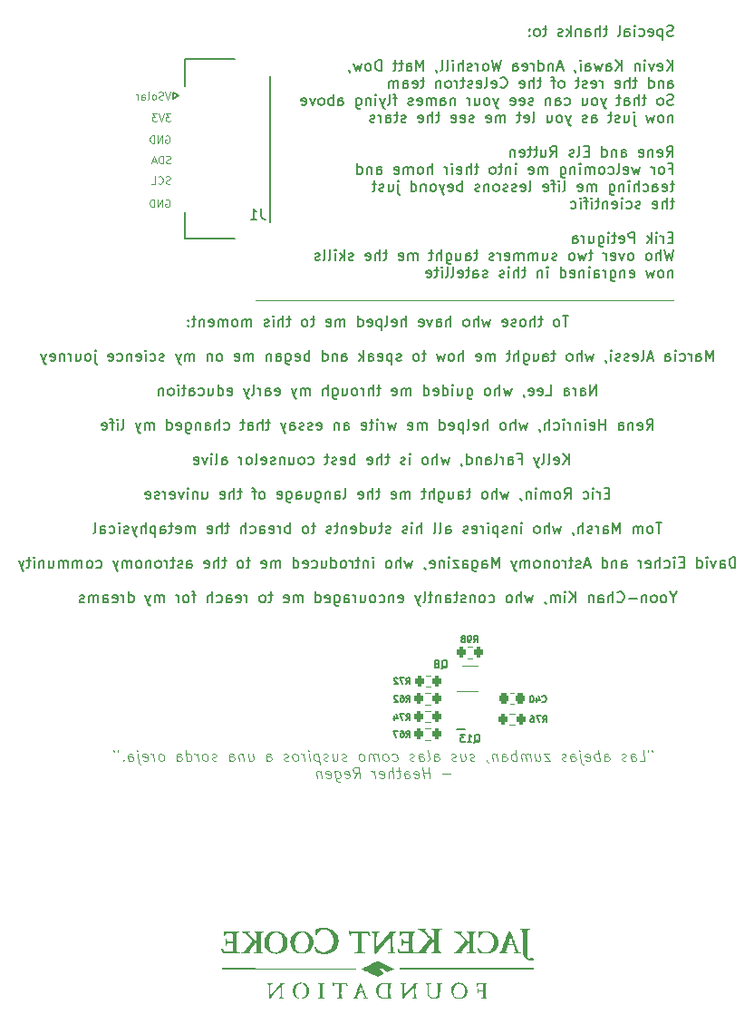
<source format=gbo>
%TF.GenerationSoftware,KiCad,Pcbnew,(6.0.5)*%
%TF.CreationDate,2022-07-09T16:35:03-07:00*%
%TF.ProjectId,solar-panel-side-X-plus,736f6c61-722d-4706-916e-656c2d736964,rev?*%
%TF.SameCoordinates,Original*%
%TF.FileFunction,Legend,Bot*%
%TF.FilePolarity,Positive*%
%FSLAX46Y46*%
G04 Gerber Fmt 4.6, Leading zero omitted, Abs format (unit mm)*
G04 Created by KiCad (PCBNEW (6.0.5)) date 2022-07-09 16:35:03*
%MOMM*%
%LPD*%
G01*
G04 APERTURE LIST*
G04 Aperture macros list*
%AMRoundRect*
0 Rectangle with rounded corners*
0 $1 Rounding radius*
0 $2 $3 $4 $5 $6 $7 $8 $9 X,Y pos of 4 corners*
0 Add a 4 corners polygon primitive as box body*
4,1,4,$2,$3,$4,$5,$6,$7,$8,$9,$2,$3,0*
0 Add four circle primitives for the rounded corners*
1,1,$1+$1,$2,$3*
1,1,$1+$1,$4,$5*
1,1,$1+$1,$6,$7*
1,1,$1+$1,$8,$9*
0 Add four rect primitives between the rounded corners*
20,1,$1+$1,$2,$3,$4,$5,0*
20,1,$1+$1,$4,$5,$6,$7,0*
20,1,$1+$1,$6,$7,$8,$9,0*
20,1,$1+$1,$8,$9,$2,$3,0*%
G04 Aperture macros list end*
%ADD10C,0.120000*%
%ADD11C,0.100000*%
%ADD12C,0.150000*%
%ADD13C,0.127000*%
%ADD14C,0.200000*%
%ADD15C,0.010000*%
%ADD16C,3.000000*%
%ADD17C,3.800000*%
%ADD18C,2.600000*%
%ADD19R,0.600000X0.400000*%
%ADD20RoundRect,0.200000X0.200000X0.275000X-0.200000X0.275000X-0.200000X-0.275000X0.200000X-0.275000X0*%
%ADD21RoundRect,0.200000X-0.200000X-0.275000X0.200000X-0.275000X0.200000X0.275000X-0.200000X0.275000X0*%
%ADD22R,0.650000X0.400000*%
%ADD23RoundRect,0.225000X-0.225000X-0.250000X0.225000X-0.250000X0.225000X0.250000X-0.225000X0.250000X0*%
G04 APERTURE END LIST*
D10*
X164072529Y-116057380D02*
X164096339Y-116247857D01*
X163691577Y-116057380D02*
X163715386Y-116247857D01*
X162911815Y-117057380D02*
X163388005Y-117057380D01*
X163263005Y-116057380D01*
X162149910Y-117057380D02*
X162084434Y-116533571D01*
X162120148Y-116438333D01*
X162209434Y-116390714D01*
X162399910Y-116390714D01*
X162501101Y-116438333D01*
X162143958Y-117009761D02*
X162245148Y-117057380D01*
X162483244Y-117057380D01*
X162572529Y-117009761D01*
X162608244Y-116914523D01*
X162596339Y-116819285D01*
X162536815Y-116724047D01*
X162435625Y-116676428D01*
X162197529Y-116676428D01*
X162096339Y-116628809D01*
X161715386Y-117009761D02*
X161626101Y-117057380D01*
X161435625Y-117057380D01*
X161334434Y-117009761D01*
X161274910Y-116914523D01*
X161268958Y-116866904D01*
X161304672Y-116771666D01*
X161393958Y-116724047D01*
X161536815Y-116724047D01*
X161626101Y-116676428D01*
X161661815Y-116581190D01*
X161655863Y-116533571D01*
X161596339Y-116438333D01*
X161495148Y-116390714D01*
X161352291Y-116390714D01*
X161263005Y-116438333D01*
X159673720Y-117057380D02*
X159608244Y-116533571D01*
X159643958Y-116438333D01*
X159733244Y-116390714D01*
X159923720Y-116390714D01*
X160024910Y-116438333D01*
X159667767Y-117009761D02*
X159768958Y-117057380D01*
X160007053Y-117057380D01*
X160096339Y-117009761D01*
X160132053Y-116914523D01*
X160120148Y-116819285D01*
X160060625Y-116724047D01*
X159959434Y-116676428D01*
X159721339Y-116676428D01*
X159620148Y-116628809D01*
X159197529Y-117057380D02*
X159072529Y-116057380D01*
X159120148Y-116438333D02*
X159018958Y-116390714D01*
X158828482Y-116390714D01*
X158739196Y-116438333D01*
X158697529Y-116485952D01*
X158661815Y-116581190D01*
X158697529Y-116866904D01*
X158757053Y-116962142D01*
X158810625Y-117009761D01*
X158911815Y-117057380D01*
X159102291Y-117057380D01*
X159191577Y-117009761D01*
X157905863Y-117009761D02*
X158007053Y-117057380D01*
X158197529Y-117057380D01*
X158286815Y-117009761D01*
X158322529Y-116914523D01*
X158274910Y-116533571D01*
X158215386Y-116438333D01*
X158114196Y-116390714D01*
X157923720Y-116390714D01*
X157834434Y-116438333D01*
X157798720Y-116533571D01*
X157810625Y-116628809D01*
X158298720Y-116724047D01*
X157352291Y-116390714D02*
X157459434Y-117247857D01*
X157518958Y-117343095D01*
X157620148Y-117390714D01*
X157667767Y-117390714D01*
X157310625Y-116057380D02*
X157364196Y-116105000D01*
X157322529Y-116152619D01*
X157268958Y-116105000D01*
X157310625Y-116057380D01*
X157322529Y-116152619D01*
X156530863Y-117057380D02*
X156465386Y-116533571D01*
X156501101Y-116438333D01*
X156590386Y-116390714D01*
X156780863Y-116390714D01*
X156882053Y-116438333D01*
X156524910Y-117009761D02*
X156626101Y-117057380D01*
X156864196Y-117057380D01*
X156953482Y-117009761D01*
X156989196Y-116914523D01*
X156977291Y-116819285D01*
X156917767Y-116724047D01*
X156816577Y-116676428D01*
X156578482Y-116676428D01*
X156477291Y-116628809D01*
X156096339Y-117009761D02*
X156007053Y-117057380D01*
X155816577Y-117057380D01*
X155715386Y-117009761D01*
X155655863Y-116914523D01*
X155649910Y-116866904D01*
X155685625Y-116771666D01*
X155774910Y-116724047D01*
X155917767Y-116724047D01*
X156007053Y-116676428D01*
X156042767Y-116581190D01*
X156036815Y-116533571D01*
X155977291Y-116438333D01*
X155876101Y-116390714D01*
X155733244Y-116390714D01*
X155643958Y-116438333D01*
X154495148Y-116390714D02*
X153971339Y-116390714D01*
X154578482Y-117057380D01*
X154054672Y-117057380D01*
X153161815Y-116390714D02*
X153245148Y-117057380D01*
X153590386Y-116390714D02*
X153655863Y-116914523D01*
X153620148Y-117009761D01*
X153530863Y-117057380D01*
X153388005Y-117057380D01*
X153286815Y-117009761D01*
X153233244Y-116962142D01*
X152768958Y-117057380D02*
X152685625Y-116390714D01*
X152697529Y-116485952D02*
X152643958Y-116438333D01*
X152542767Y-116390714D01*
X152399910Y-116390714D01*
X152310625Y-116438333D01*
X152274910Y-116533571D01*
X152340386Y-117057380D01*
X152274910Y-116533571D02*
X152215386Y-116438333D01*
X152114196Y-116390714D01*
X151971339Y-116390714D01*
X151882053Y-116438333D01*
X151846339Y-116533571D01*
X151911815Y-117057380D01*
X151435625Y-117057380D02*
X151310625Y-116057380D01*
X151358244Y-116438333D02*
X151257053Y-116390714D01*
X151066577Y-116390714D01*
X150977291Y-116438333D01*
X150935625Y-116485952D01*
X150899910Y-116581190D01*
X150935625Y-116866904D01*
X150995148Y-116962142D01*
X151048720Y-117009761D01*
X151149910Y-117057380D01*
X151340386Y-117057380D01*
X151429672Y-117009761D01*
X150102291Y-117057380D02*
X150036815Y-116533571D01*
X150072529Y-116438333D01*
X150161815Y-116390714D01*
X150352291Y-116390714D01*
X150453482Y-116438333D01*
X150096339Y-117009761D02*
X150197529Y-117057380D01*
X150435625Y-117057380D01*
X150524910Y-117009761D01*
X150560625Y-116914523D01*
X150548720Y-116819285D01*
X150489196Y-116724047D01*
X150388005Y-116676428D01*
X150149910Y-116676428D01*
X150048720Y-116628809D01*
X149542767Y-116390714D02*
X149626101Y-117057380D01*
X149554672Y-116485952D02*
X149501101Y-116438333D01*
X149399910Y-116390714D01*
X149257053Y-116390714D01*
X149167767Y-116438333D01*
X149132053Y-116533571D01*
X149197529Y-117057380D01*
X148667767Y-117009761D02*
X148673720Y-117057380D01*
X148733244Y-117152619D01*
X148786815Y-117200238D01*
X147524910Y-117009761D02*
X147435625Y-117057380D01*
X147245148Y-117057380D01*
X147143958Y-117009761D01*
X147084434Y-116914523D01*
X147078482Y-116866904D01*
X147114196Y-116771666D01*
X147203482Y-116724047D01*
X147346339Y-116724047D01*
X147435625Y-116676428D01*
X147471339Y-116581190D01*
X147465386Y-116533571D01*
X147405863Y-116438333D01*
X147304672Y-116390714D01*
X147161815Y-116390714D01*
X147072529Y-116438333D01*
X146161815Y-116390714D02*
X146245148Y-117057380D01*
X146590386Y-116390714D02*
X146655863Y-116914523D01*
X146620148Y-117009761D01*
X146530863Y-117057380D01*
X146388005Y-117057380D01*
X146286815Y-117009761D01*
X146233244Y-116962142D01*
X145810625Y-117009761D02*
X145721339Y-117057380D01*
X145530863Y-117057380D01*
X145429672Y-117009761D01*
X145370148Y-116914523D01*
X145364196Y-116866904D01*
X145399910Y-116771666D01*
X145489196Y-116724047D01*
X145632053Y-116724047D01*
X145721339Y-116676428D01*
X145757053Y-116581190D01*
X145751101Y-116533571D01*
X145691577Y-116438333D01*
X145590386Y-116390714D01*
X145447529Y-116390714D01*
X145358244Y-116438333D01*
X143768958Y-117057380D02*
X143703482Y-116533571D01*
X143739196Y-116438333D01*
X143828482Y-116390714D01*
X144018958Y-116390714D01*
X144120148Y-116438333D01*
X143763005Y-117009761D02*
X143864196Y-117057380D01*
X144102291Y-117057380D01*
X144191577Y-117009761D01*
X144227291Y-116914523D01*
X144215386Y-116819285D01*
X144155863Y-116724047D01*
X144054672Y-116676428D01*
X143816577Y-116676428D01*
X143715386Y-116628809D01*
X143149910Y-117057380D02*
X143239196Y-117009761D01*
X143274910Y-116914523D01*
X143167767Y-116057380D01*
X142340386Y-117057380D02*
X142274910Y-116533571D01*
X142310625Y-116438333D01*
X142399910Y-116390714D01*
X142590386Y-116390714D01*
X142691577Y-116438333D01*
X142334434Y-117009761D02*
X142435625Y-117057380D01*
X142673720Y-117057380D01*
X142763005Y-117009761D01*
X142798720Y-116914523D01*
X142786815Y-116819285D01*
X142727291Y-116724047D01*
X142626101Y-116676428D01*
X142388005Y-116676428D01*
X142286815Y-116628809D01*
X141905863Y-117009761D02*
X141816577Y-117057380D01*
X141626101Y-117057380D01*
X141524910Y-117009761D01*
X141465386Y-116914523D01*
X141459434Y-116866904D01*
X141495148Y-116771666D01*
X141584434Y-116724047D01*
X141727291Y-116724047D01*
X141816577Y-116676428D01*
X141852291Y-116581190D01*
X141846339Y-116533571D01*
X141786815Y-116438333D01*
X141685625Y-116390714D01*
X141542767Y-116390714D01*
X141453482Y-116438333D01*
X139858244Y-117009761D02*
X139959434Y-117057380D01*
X140149910Y-117057380D01*
X140239196Y-117009761D01*
X140280863Y-116962142D01*
X140316577Y-116866904D01*
X140280863Y-116581190D01*
X140221339Y-116485952D01*
X140167767Y-116438333D01*
X140066577Y-116390714D01*
X139876101Y-116390714D01*
X139786815Y-116438333D01*
X139292767Y-117057380D02*
X139382053Y-117009761D01*
X139423720Y-116962142D01*
X139459434Y-116866904D01*
X139423720Y-116581190D01*
X139364196Y-116485952D01*
X139310625Y-116438333D01*
X139209434Y-116390714D01*
X139066577Y-116390714D01*
X138977291Y-116438333D01*
X138935625Y-116485952D01*
X138899910Y-116581190D01*
X138935625Y-116866904D01*
X138995148Y-116962142D01*
X139048720Y-117009761D01*
X139149910Y-117057380D01*
X139292767Y-117057380D01*
X138530863Y-117057380D02*
X138447529Y-116390714D01*
X138459434Y-116485952D02*
X138405863Y-116438333D01*
X138304672Y-116390714D01*
X138161815Y-116390714D01*
X138072529Y-116438333D01*
X138036815Y-116533571D01*
X138102291Y-117057380D01*
X138036815Y-116533571D02*
X137977291Y-116438333D01*
X137876101Y-116390714D01*
X137733244Y-116390714D01*
X137643958Y-116438333D01*
X137608244Y-116533571D01*
X137673720Y-117057380D01*
X137054672Y-117057380D02*
X137143958Y-117009761D01*
X137185625Y-116962142D01*
X137221339Y-116866904D01*
X137185625Y-116581190D01*
X137126101Y-116485952D01*
X137072529Y-116438333D01*
X136971339Y-116390714D01*
X136828482Y-116390714D01*
X136739196Y-116438333D01*
X136697529Y-116485952D01*
X136661815Y-116581190D01*
X136697529Y-116866904D01*
X136757053Y-116962142D01*
X136810625Y-117009761D01*
X136911815Y-117057380D01*
X137054672Y-117057380D01*
X135572529Y-117009761D02*
X135483244Y-117057380D01*
X135292767Y-117057380D01*
X135191577Y-117009761D01*
X135132053Y-116914523D01*
X135126101Y-116866904D01*
X135161815Y-116771666D01*
X135251101Y-116724047D01*
X135393958Y-116724047D01*
X135483244Y-116676428D01*
X135518958Y-116581190D01*
X135513005Y-116533571D01*
X135453482Y-116438333D01*
X135352291Y-116390714D01*
X135209434Y-116390714D01*
X135120148Y-116438333D01*
X134209434Y-116390714D02*
X134292767Y-117057380D01*
X134638005Y-116390714D02*
X134703482Y-116914523D01*
X134667767Y-117009761D01*
X134578482Y-117057380D01*
X134435625Y-117057380D01*
X134334434Y-117009761D01*
X134280863Y-116962142D01*
X133858244Y-117009761D02*
X133768958Y-117057380D01*
X133578482Y-117057380D01*
X133477291Y-117009761D01*
X133417767Y-116914523D01*
X133411815Y-116866904D01*
X133447529Y-116771666D01*
X133536815Y-116724047D01*
X133679672Y-116724047D01*
X133768958Y-116676428D01*
X133804672Y-116581190D01*
X133798720Y-116533571D01*
X133739196Y-116438333D01*
X133638005Y-116390714D01*
X133495148Y-116390714D01*
X133405863Y-116438333D01*
X132923720Y-116390714D02*
X133048720Y-117390714D01*
X132929672Y-116438333D02*
X132828482Y-116390714D01*
X132638005Y-116390714D01*
X132548720Y-116438333D01*
X132507053Y-116485952D01*
X132471339Y-116581190D01*
X132507053Y-116866904D01*
X132566577Y-116962142D01*
X132620148Y-117009761D01*
X132721339Y-117057380D01*
X132911815Y-117057380D01*
X133001101Y-117009761D01*
X132102291Y-117057380D02*
X132018958Y-116390714D01*
X131977291Y-116057380D02*
X132030863Y-116105000D01*
X131989196Y-116152619D01*
X131935625Y-116105000D01*
X131977291Y-116057380D01*
X131989196Y-116152619D01*
X131626101Y-117057380D02*
X131542767Y-116390714D01*
X131566577Y-116581190D02*
X131507053Y-116485952D01*
X131453482Y-116438333D01*
X131352291Y-116390714D01*
X131257053Y-116390714D01*
X130864196Y-117057380D02*
X130953482Y-117009761D01*
X130995148Y-116962142D01*
X131030863Y-116866904D01*
X130995148Y-116581190D01*
X130935625Y-116485952D01*
X130882053Y-116438333D01*
X130780863Y-116390714D01*
X130638005Y-116390714D01*
X130548720Y-116438333D01*
X130507053Y-116485952D01*
X130471339Y-116581190D01*
X130507053Y-116866904D01*
X130566577Y-116962142D01*
X130620148Y-117009761D01*
X130721339Y-117057380D01*
X130864196Y-117057380D01*
X130143958Y-117009761D02*
X130054672Y-117057380D01*
X129864196Y-117057380D01*
X129763005Y-117009761D01*
X129703482Y-116914523D01*
X129697529Y-116866904D01*
X129733244Y-116771666D01*
X129822529Y-116724047D01*
X129965386Y-116724047D01*
X130054672Y-116676428D01*
X130090386Y-116581190D01*
X130084434Y-116533571D01*
X130024910Y-116438333D01*
X129923720Y-116390714D01*
X129780863Y-116390714D01*
X129691577Y-116438333D01*
X128102291Y-117057380D02*
X128036815Y-116533571D01*
X128072529Y-116438333D01*
X128161815Y-116390714D01*
X128352291Y-116390714D01*
X128453482Y-116438333D01*
X128096339Y-117009761D02*
X128197529Y-117057380D01*
X128435625Y-117057380D01*
X128524910Y-117009761D01*
X128560625Y-116914523D01*
X128548720Y-116819285D01*
X128489196Y-116724047D01*
X128388005Y-116676428D01*
X128149910Y-116676428D01*
X128048720Y-116628809D01*
X126352291Y-116390714D02*
X126435625Y-117057380D01*
X126780863Y-116390714D02*
X126846339Y-116914523D01*
X126810625Y-117009761D01*
X126721339Y-117057380D01*
X126578482Y-117057380D01*
X126477291Y-117009761D01*
X126423720Y-116962142D01*
X125876101Y-116390714D02*
X125959434Y-117057380D01*
X125888005Y-116485952D02*
X125834434Y-116438333D01*
X125733244Y-116390714D01*
X125590386Y-116390714D01*
X125501101Y-116438333D01*
X125465386Y-116533571D01*
X125530863Y-117057380D01*
X124626101Y-117057380D02*
X124560625Y-116533571D01*
X124596339Y-116438333D01*
X124685625Y-116390714D01*
X124876101Y-116390714D01*
X124977291Y-116438333D01*
X124620148Y-117009761D02*
X124721339Y-117057380D01*
X124959434Y-117057380D01*
X125048720Y-117009761D01*
X125084434Y-116914523D01*
X125072529Y-116819285D01*
X125013005Y-116724047D01*
X124911815Y-116676428D01*
X124673720Y-116676428D01*
X124572529Y-116628809D01*
X123429672Y-117009761D02*
X123340386Y-117057380D01*
X123149910Y-117057380D01*
X123048720Y-117009761D01*
X122989196Y-116914523D01*
X122983244Y-116866904D01*
X123018958Y-116771666D01*
X123108244Y-116724047D01*
X123251101Y-116724047D01*
X123340386Y-116676428D01*
X123376101Y-116581190D01*
X123370148Y-116533571D01*
X123310625Y-116438333D01*
X123209434Y-116390714D01*
X123066577Y-116390714D01*
X122977291Y-116438333D01*
X122435625Y-117057380D02*
X122524910Y-117009761D01*
X122566577Y-116962142D01*
X122602291Y-116866904D01*
X122566577Y-116581190D01*
X122507053Y-116485952D01*
X122453482Y-116438333D01*
X122352291Y-116390714D01*
X122209434Y-116390714D01*
X122120148Y-116438333D01*
X122078482Y-116485952D01*
X122042767Y-116581190D01*
X122078482Y-116866904D01*
X122138005Y-116962142D01*
X122191577Y-117009761D01*
X122292767Y-117057380D01*
X122435625Y-117057380D01*
X121673720Y-117057380D02*
X121590386Y-116390714D01*
X121614196Y-116581190D02*
X121554672Y-116485952D01*
X121501101Y-116438333D01*
X121399910Y-116390714D01*
X121304672Y-116390714D01*
X120626101Y-117057380D02*
X120501101Y-116057380D01*
X120620148Y-117009761D02*
X120721339Y-117057380D01*
X120911815Y-117057380D01*
X121001101Y-117009761D01*
X121042767Y-116962142D01*
X121078482Y-116866904D01*
X121042767Y-116581190D01*
X120983244Y-116485952D01*
X120929672Y-116438333D01*
X120828482Y-116390714D01*
X120638005Y-116390714D01*
X120548720Y-116438333D01*
X119721339Y-117057380D02*
X119655863Y-116533571D01*
X119691577Y-116438333D01*
X119780863Y-116390714D01*
X119971339Y-116390714D01*
X120072529Y-116438333D01*
X119715386Y-117009761D02*
X119816577Y-117057380D01*
X120054672Y-117057380D01*
X120143958Y-117009761D01*
X120179672Y-116914523D01*
X120167767Y-116819285D01*
X120108244Y-116724047D01*
X120007053Y-116676428D01*
X119768958Y-116676428D01*
X119667767Y-116628809D01*
X118340386Y-117057380D02*
X118429672Y-117009761D01*
X118471339Y-116962142D01*
X118507053Y-116866904D01*
X118471339Y-116581190D01*
X118411815Y-116485952D01*
X118358244Y-116438333D01*
X118257053Y-116390714D01*
X118114196Y-116390714D01*
X118024910Y-116438333D01*
X117983244Y-116485952D01*
X117947529Y-116581190D01*
X117983244Y-116866904D01*
X118042767Y-116962142D01*
X118096339Y-117009761D01*
X118197529Y-117057380D01*
X118340386Y-117057380D01*
X117578482Y-117057380D02*
X117495148Y-116390714D01*
X117518958Y-116581190D02*
X117459434Y-116485952D01*
X117405863Y-116438333D01*
X117304672Y-116390714D01*
X117209434Y-116390714D01*
X116572529Y-117009761D02*
X116673720Y-117057380D01*
X116864196Y-117057380D01*
X116953482Y-117009761D01*
X116989196Y-116914523D01*
X116941577Y-116533571D01*
X116882053Y-116438333D01*
X116780863Y-116390714D01*
X116590386Y-116390714D01*
X116501101Y-116438333D01*
X116465386Y-116533571D01*
X116477291Y-116628809D01*
X116965386Y-116724047D01*
X116018958Y-116390714D02*
X116126101Y-117247857D01*
X116185625Y-117343095D01*
X116286815Y-117390714D01*
X116334434Y-117390714D01*
X115977291Y-116057380D02*
X116030863Y-116105000D01*
X115989196Y-116152619D01*
X115935625Y-116105000D01*
X115977291Y-116057380D01*
X115989196Y-116152619D01*
X115197529Y-117057380D02*
X115132053Y-116533571D01*
X115167767Y-116438333D01*
X115257053Y-116390714D01*
X115447529Y-116390714D01*
X115548720Y-116438333D01*
X115191577Y-117009761D02*
X115292767Y-117057380D01*
X115530863Y-117057380D01*
X115620148Y-117009761D01*
X115655863Y-116914523D01*
X115643958Y-116819285D01*
X115584434Y-116724047D01*
X115483244Y-116676428D01*
X115245148Y-116676428D01*
X115143958Y-116628809D01*
X114709434Y-116962142D02*
X114667767Y-117009761D01*
X114721339Y-117057380D01*
X114763005Y-117009761D01*
X114709434Y-116962142D01*
X114721339Y-117057380D01*
X114167767Y-116057380D02*
X114191577Y-116247857D01*
X113786815Y-116057380D02*
X113810625Y-116247857D01*
X145292767Y-118286428D02*
X144530863Y-118286428D01*
X143340386Y-118667380D02*
X143215386Y-117667380D01*
X143274910Y-118143571D02*
X142703482Y-118143571D01*
X142768958Y-118667380D02*
X142643958Y-117667380D01*
X141905863Y-118619761D02*
X142007053Y-118667380D01*
X142197529Y-118667380D01*
X142286815Y-118619761D01*
X142322529Y-118524523D01*
X142274910Y-118143571D01*
X142215386Y-118048333D01*
X142114196Y-118000714D01*
X141923720Y-118000714D01*
X141834434Y-118048333D01*
X141798720Y-118143571D01*
X141810625Y-118238809D01*
X142298720Y-118334047D01*
X141007053Y-118667380D02*
X140941577Y-118143571D01*
X140977291Y-118048333D01*
X141066577Y-118000714D01*
X141257053Y-118000714D01*
X141358244Y-118048333D01*
X141001101Y-118619761D02*
X141102291Y-118667380D01*
X141340386Y-118667380D01*
X141429672Y-118619761D01*
X141465386Y-118524523D01*
X141453482Y-118429285D01*
X141393958Y-118334047D01*
X141292767Y-118286428D01*
X141054672Y-118286428D01*
X140953482Y-118238809D01*
X140590386Y-118000714D02*
X140209434Y-118000714D01*
X140405863Y-117667380D02*
X140513005Y-118524523D01*
X140477291Y-118619761D01*
X140388005Y-118667380D01*
X140292767Y-118667380D01*
X139959434Y-118667380D02*
X139834434Y-117667380D01*
X139530863Y-118667380D02*
X139465386Y-118143571D01*
X139501101Y-118048333D01*
X139590386Y-118000714D01*
X139733244Y-118000714D01*
X139834434Y-118048333D01*
X139888005Y-118095952D01*
X138667767Y-118619761D02*
X138768958Y-118667380D01*
X138959434Y-118667380D01*
X139048720Y-118619761D01*
X139084434Y-118524523D01*
X139036815Y-118143571D01*
X138977291Y-118048333D01*
X138876101Y-118000714D01*
X138685625Y-118000714D01*
X138596339Y-118048333D01*
X138560625Y-118143571D01*
X138572529Y-118238809D01*
X139060625Y-118334047D01*
X138197529Y-118667380D02*
X138114196Y-118000714D01*
X138138005Y-118191190D02*
X138078482Y-118095952D01*
X138024910Y-118048333D01*
X137923720Y-118000714D01*
X137828482Y-118000714D01*
X136245148Y-118667380D02*
X136518958Y-118191190D01*
X136816577Y-118667380D02*
X136691577Y-117667380D01*
X136310625Y-117667380D01*
X136221339Y-117715000D01*
X136179672Y-117762619D01*
X136143958Y-117857857D01*
X136161815Y-118000714D01*
X136221339Y-118095952D01*
X136274910Y-118143571D01*
X136376101Y-118191190D01*
X136757053Y-118191190D01*
X135429672Y-118619761D02*
X135530863Y-118667380D01*
X135721339Y-118667380D01*
X135810625Y-118619761D01*
X135846339Y-118524523D01*
X135798720Y-118143571D01*
X135739196Y-118048333D01*
X135638005Y-118000714D01*
X135447529Y-118000714D01*
X135358244Y-118048333D01*
X135322529Y-118143571D01*
X135334434Y-118238809D01*
X135822529Y-118334047D01*
X134447529Y-118000714D02*
X134548720Y-118810238D01*
X134608244Y-118905476D01*
X134661815Y-118953095D01*
X134763005Y-119000714D01*
X134905863Y-119000714D01*
X134995148Y-118953095D01*
X134524910Y-118619761D02*
X134626101Y-118667380D01*
X134816577Y-118667380D01*
X134905863Y-118619761D01*
X134947529Y-118572142D01*
X134983244Y-118476904D01*
X134947529Y-118191190D01*
X134888005Y-118095952D01*
X134834434Y-118048333D01*
X134733244Y-118000714D01*
X134542767Y-118000714D01*
X134453482Y-118048333D01*
X133667767Y-118619761D02*
X133768958Y-118667380D01*
X133959434Y-118667380D01*
X134048720Y-118619761D01*
X134084434Y-118524523D01*
X134036815Y-118143571D01*
X133977291Y-118048333D01*
X133876101Y-118000714D01*
X133685625Y-118000714D01*
X133596339Y-118048333D01*
X133560625Y-118143571D01*
X133572529Y-118238809D01*
X134060625Y-118334047D01*
X133114196Y-118000714D02*
X133197529Y-118667380D01*
X133126101Y-118095952D02*
X133072529Y-118048333D01*
X132971339Y-118000714D01*
X132828482Y-118000714D01*
X132739196Y-118048333D01*
X132703482Y-118143571D01*
X132768958Y-118667380D01*
X127060000Y-74010000D02*
X166110000Y-74030000D01*
D11*
X118643333Y-64674000D02*
X118710000Y-64640666D01*
X118810000Y-64640666D01*
X118910000Y-64674000D01*
X118976666Y-64740666D01*
X119010000Y-64807333D01*
X119043333Y-64940666D01*
X119043333Y-65040666D01*
X119010000Y-65174000D01*
X118976666Y-65240666D01*
X118910000Y-65307333D01*
X118810000Y-65340666D01*
X118743333Y-65340666D01*
X118643333Y-65307333D01*
X118610000Y-65274000D01*
X118610000Y-65040666D01*
X118743333Y-65040666D01*
X118310000Y-65340666D02*
X118310000Y-64640666D01*
X117910000Y-65340666D01*
X117910000Y-64640666D01*
X117576666Y-65340666D02*
X117576666Y-64640666D01*
X117410000Y-64640666D01*
X117310000Y-64674000D01*
X117243333Y-64740666D01*
X117210000Y-64807333D01*
X117176666Y-64940666D01*
X117176666Y-65040666D01*
X117210000Y-65174000D01*
X117243333Y-65240666D01*
X117310000Y-65307333D01*
X117410000Y-65340666D01*
X117576666Y-65340666D01*
X119087000Y-61243333D02*
X118987000Y-61276666D01*
X118820333Y-61276666D01*
X118753666Y-61243333D01*
X118720333Y-61210000D01*
X118687000Y-61143333D01*
X118687000Y-61076666D01*
X118720333Y-61010000D01*
X118753666Y-60976666D01*
X118820333Y-60943333D01*
X118953666Y-60910000D01*
X119020333Y-60876666D01*
X119053666Y-60843333D01*
X119087000Y-60776666D01*
X119087000Y-60710000D01*
X119053666Y-60643333D01*
X119020333Y-60610000D01*
X118953666Y-60576666D01*
X118787000Y-60576666D01*
X118687000Y-60610000D01*
X118387000Y-61276666D02*
X118387000Y-60576666D01*
X118220333Y-60576666D01*
X118120333Y-60610000D01*
X118053666Y-60676666D01*
X118020333Y-60743333D01*
X117987000Y-60876666D01*
X117987000Y-60976666D01*
X118020333Y-61110000D01*
X118053666Y-61176666D01*
X118120333Y-61243333D01*
X118220333Y-61276666D01*
X118387000Y-61276666D01*
X117720333Y-61076666D02*
X117387000Y-61076666D01*
X117787000Y-61276666D02*
X117553666Y-60576666D01*
X117320333Y-61276666D01*
X119103666Y-56639666D02*
X118670333Y-56639666D01*
X118903666Y-56906333D01*
X118803666Y-56906333D01*
X118737000Y-56939666D01*
X118703666Y-56973000D01*
X118670333Y-57039666D01*
X118670333Y-57206333D01*
X118703666Y-57273000D01*
X118737000Y-57306333D01*
X118803666Y-57339666D01*
X119003666Y-57339666D01*
X119070333Y-57306333D01*
X119103666Y-57273000D01*
X118470333Y-56639666D02*
X118237000Y-57339666D01*
X118003666Y-56639666D01*
X117837000Y-56639666D02*
X117403666Y-56639666D01*
X117637000Y-56906333D01*
X117537000Y-56906333D01*
X117470333Y-56939666D01*
X117437000Y-56973000D01*
X117403666Y-57039666D01*
X117403666Y-57206333D01*
X117437000Y-57273000D01*
X117470333Y-57306333D01*
X117537000Y-57339666D01*
X117737000Y-57339666D01*
X117803666Y-57306333D01*
X117837000Y-57273000D01*
X119075000Y-54607666D02*
X118841666Y-55307666D01*
X118608333Y-54607666D01*
X118408333Y-55274333D02*
X118308333Y-55307666D01*
X118141666Y-55307666D01*
X118075000Y-55274333D01*
X118041666Y-55241000D01*
X118008333Y-55174333D01*
X118008333Y-55107666D01*
X118041666Y-55041000D01*
X118075000Y-55007666D01*
X118141666Y-54974333D01*
X118275000Y-54941000D01*
X118341666Y-54907666D01*
X118375000Y-54874333D01*
X118408333Y-54807666D01*
X118408333Y-54741000D01*
X118375000Y-54674333D01*
X118341666Y-54641000D01*
X118275000Y-54607666D01*
X118108333Y-54607666D01*
X118008333Y-54641000D01*
X117608333Y-55307666D02*
X117675000Y-55274333D01*
X117708333Y-55241000D01*
X117741666Y-55174333D01*
X117741666Y-54974333D01*
X117708333Y-54907666D01*
X117675000Y-54874333D01*
X117608333Y-54841000D01*
X117508333Y-54841000D01*
X117441666Y-54874333D01*
X117408333Y-54907666D01*
X117375000Y-54974333D01*
X117375000Y-55174333D01*
X117408333Y-55241000D01*
X117441666Y-55274333D01*
X117508333Y-55307666D01*
X117608333Y-55307666D01*
X116975000Y-55307666D02*
X117041666Y-55274333D01*
X117075000Y-55207666D01*
X117075000Y-54607666D01*
X116408333Y-55307666D02*
X116408333Y-54941000D01*
X116441666Y-54874333D01*
X116508333Y-54841000D01*
X116641666Y-54841000D01*
X116708333Y-54874333D01*
X116408333Y-55274333D02*
X116475000Y-55307666D01*
X116641666Y-55307666D01*
X116708333Y-55274333D01*
X116741666Y-55207666D01*
X116741666Y-55141000D01*
X116708333Y-55074333D01*
X116641666Y-55041000D01*
X116475000Y-55041000D01*
X116408333Y-55007666D01*
X116075000Y-55307666D02*
X116075000Y-54841000D01*
X116075000Y-54974333D02*
X116041666Y-54907666D01*
X116008333Y-54874333D01*
X115941666Y-54841000D01*
X115875000Y-54841000D01*
D12*
X156283333Y-75492380D02*
X155711904Y-75492380D01*
X155997619Y-76492380D02*
X155997619Y-75492380D01*
X155235714Y-76492380D02*
X155330952Y-76444761D01*
X155378571Y-76397142D01*
X155426190Y-76301904D01*
X155426190Y-76016190D01*
X155378571Y-75920952D01*
X155330952Y-75873333D01*
X155235714Y-75825714D01*
X155092857Y-75825714D01*
X154997619Y-75873333D01*
X154950000Y-75920952D01*
X154902380Y-76016190D01*
X154902380Y-76301904D01*
X154950000Y-76397142D01*
X154997619Y-76444761D01*
X155092857Y-76492380D01*
X155235714Y-76492380D01*
X153854761Y-75825714D02*
X153473809Y-75825714D01*
X153711904Y-75492380D02*
X153711904Y-76349523D01*
X153664285Y-76444761D01*
X153569047Y-76492380D01*
X153473809Y-76492380D01*
X153140476Y-76492380D02*
X153140476Y-75492380D01*
X152711904Y-76492380D02*
X152711904Y-75968571D01*
X152759523Y-75873333D01*
X152854761Y-75825714D01*
X152997619Y-75825714D01*
X153092857Y-75873333D01*
X153140476Y-75920952D01*
X152092857Y-76492380D02*
X152188095Y-76444761D01*
X152235714Y-76397142D01*
X152283333Y-76301904D01*
X152283333Y-76016190D01*
X152235714Y-75920952D01*
X152188095Y-75873333D01*
X152092857Y-75825714D01*
X151950000Y-75825714D01*
X151854761Y-75873333D01*
X151807142Y-75920952D01*
X151759523Y-76016190D01*
X151759523Y-76301904D01*
X151807142Y-76397142D01*
X151854761Y-76444761D01*
X151950000Y-76492380D01*
X152092857Y-76492380D01*
X151378571Y-76444761D02*
X151283333Y-76492380D01*
X151092857Y-76492380D01*
X150997619Y-76444761D01*
X150950000Y-76349523D01*
X150950000Y-76301904D01*
X150997619Y-76206666D01*
X151092857Y-76159047D01*
X151235714Y-76159047D01*
X151330952Y-76111428D01*
X151378571Y-76016190D01*
X151378571Y-75968571D01*
X151330952Y-75873333D01*
X151235714Y-75825714D01*
X151092857Y-75825714D01*
X150997619Y-75873333D01*
X150140476Y-76444761D02*
X150235714Y-76492380D01*
X150426190Y-76492380D01*
X150521428Y-76444761D01*
X150569047Y-76349523D01*
X150569047Y-75968571D01*
X150521428Y-75873333D01*
X150426190Y-75825714D01*
X150235714Y-75825714D01*
X150140476Y-75873333D01*
X150092857Y-75968571D01*
X150092857Y-76063809D01*
X150569047Y-76159047D01*
X148997619Y-75825714D02*
X148807142Y-76492380D01*
X148616666Y-76016190D01*
X148426190Y-76492380D01*
X148235714Y-75825714D01*
X147854761Y-76492380D02*
X147854761Y-75492380D01*
X147426190Y-76492380D02*
X147426190Y-75968571D01*
X147473809Y-75873333D01*
X147569047Y-75825714D01*
X147711904Y-75825714D01*
X147807142Y-75873333D01*
X147854761Y-75920952D01*
X146807142Y-76492380D02*
X146902380Y-76444761D01*
X146950000Y-76397142D01*
X146997619Y-76301904D01*
X146997619Y-76016190D01*
X146950000Y-75920952D01*
X146902380Y-75873333D01*
X146807142Y-75825714D01*
X146664285Y-75825714D01*
X146569047Y-75873333D01*
X146521428Y-75920952D01*
X146473809Y-76016190D01*
X146473809Y-76301904D01*
X146521428Y-76397142D01*
X146569047Y-76444761D01*
X146664285Y-76492380D01*
X146807142Y-76492380D01*
X145283333Y-76492380D02*
X145283333Y-75492380D01*
X144854761Y-76492380D02*
X144854761Y-75968571D01*
X144902380Y-75873333D01*
X144997619Y-75825714D01*
X145140476Y-75825714D01*
X145235714Y-75873333D01*
X145283333Y-75920952D01*
X143950000Y-76492380D02*
X143950000Y-75968571D01*
X143997619Y-75873333D01*
X144092857Y-75825714D01*
X144283333Y-75825714D01*
X144378571Y-75873333D01*
X143950000Y-76444761D02*
X144045238Y-76492380D01*
X144283333Y-76492380D01*
X144378571Y-76444761D01*
X144426190Y-76349523D01*
X144426190Y-76254285D01*
X144378571Y-76159047D01*
X144283333Y-76111428D01*
X144045238Y-76111428D01*
X143950000Y-76063809D01*
X143569047Y-75825714D02*
X143330952Y-76492380D01*
X143092857Y-75825714D01*
X142330952Y-76444761D02*
X142426190Y-76492380D01*
X142616666Y-76492380D01*
X142711904Y-76444761D01*
X142759523Y-76349523D01*
X142759523Y-75968571D01*
X142711904Y-75873333D01*
X142616666Y-75825714D01*
X142426190Y-75825714D01*
X142330952Y-75873333D01*
X142283333Y-75968571D01*
X142283333Y-76063809D01*
X142759523Y-76159047D01*
X141092857Y-76492380D02*
X141092857Y-75492380D01*
X140664285Y-76492380D02*
X140664285Y-75968571D01*
X140711904Y-75873333D01*
X140807142Y-75825714D01*
X140950000Y-75825714D01*
X141045238Y-75873333D01*
X141092857Y-75920952D01*
X139807142Y-76444761D02*
X139902380Y-76492380D01*
X140092857Y-76492380D01*
X140188095Y-76444761D01*
X140235714Y-76349523D01*
X140235714Y-75968571D01*
X140188095Y-75873333D01*
X140092857Y-75825714D01*
X139902380Y-75825714D01*
X139807142Y-75873333D01*
X139759523Y-75968571D01*
X139759523Y-76063809D01*
X140235714Y-76159047D01*
X139188095Y-76492380D02*
X139283333Y-76444761D01*
X139330952Y-76349523D01*
X139330952Y-75492380D01*
X138807142Y-75825714D02*
X138807142Y-76825714D01*
X138807142Y-75873333D02*
X138711904Y-75825714D01*
X138521428Y-75825714D01*
X138426190Y-75873333D01*
X138378571Y-75920952D01*
X138330952Y-76016190D01*
X138330952Y-76301904D01*
X138378571Y-76397142D01*
X138426190Y-76444761D01*
X138521428Y-76492380D01*
X138711904Y-76492380D01*
X138807142Y-76444761D01*
X137521428Y-76444761D02*
X137616666Y-76492380D01*
X137807142Y-76492380D01*
X137902380Y-76444761D01*
X137950000Y-76349523D01*
X137950000Y-75968571D01*
X137902380Y-75873333D01*
X137807142Y-75825714D01*
X137616666Y-75825714D01*
X137521428Y-75873333D01*
X137473809Y-75968571D01*
X137473809Y-76063809D01*
X137950000Y-76159047D01*
X136616666Y-76492380D02*
X136616666Y-75492380D01*
X136616666Y-76444761D02*
X136711904Y-76492380D01*
X136902380Y-76492380D01*
X136997619Y-76444761D01*
X137045238Y-76397142D01*
X137092857Y-76301904D01*
X137092857Y-76016190D01*
X137045238Y-75920952D01*
X136997619Y-75873333D01*
X136902380Y-75825714D01*
X136711904Y-75825714D01*
X136616666Y-75873333D01*
X135378571Y-76492380D02*
X135378571Y-75825714D01*
X135378571Y-75920952D02*
X135330952Y-75873333D01*
X135235714Y-75825714D01*
X135092857Y-75825714D01*
X134997619Y-75873333D01*
X134950000Y-75968571D01*
X134950000Y-76492380D01*
X134950000Y-75968571D02*
X134902380Y-75873333D01*
X134807142Y-75825714D01*
X134664285Y-75825714D01*
X134569047Y-75873333D01*
X134521428Y-75968571D01*
X134521428Y-76492380D01*
X133664285Y-76444761D02*
X133759523Y-76492380D01*
X133950000Y-76492380D01*
X134045238Y-76444761D01*
X134092857Y-76349523D01*
X134092857Y-75968571D01*
X134045238Y-75873333D01*
X133950000Y-75825714D01*
X133759523Y-75825714D01*
X133664285Y-75873333D01*
X133616666Y-75968571D01*
X133616666Y-76063809D01*
X134092857Y-76159047D01*
X132569047Y-75825714D02*
X132188095Y-75825714D01*
X132426190Y-75492380D02*
X132426190Y-76349523D01*
X132378571Y-76444761D01*
X132283333Y-76492380D01*
X132188095Y-76492380D01*
X131711904Y-76492380D02*
X131807142Y-76444761D01*
X131854761Y-76397142D01*
X131902380Y-76301904D01*
X131902380Y-76016190D01*
X131854761Y-75920952D01*
X131807142Y-75873333D01*
X131711904Y-75825714D01*
X131569047Y-75825714D01*
X131473809Y-75873333D01*
X131426190Y-75920952D01*
X131378571Y-76016190D01*
X131378571Y-76301904D01*
X131426190Y-76397142D01*
X131473809Y-76444761D01*
X131569047Y-76492380D01*
X131711904Y-76492380D01*
X130330952Y-75825714D02*
X129950000Y-75825714D01*
X130188095Y-75492380D02*
X130188095Y-76349523D01*
X130140476Y-76444761D01*
X130045238Y-76492380D01*
X129950000Y-76492380D01*
X129616666Y-76492380D02*
X129616666Y-75492380D01*
X129188095Y-76492380D02*
X129188095Y-75968571D01*
X129235714Y-75873333D01*
X129330952Y-75825714D01*
X129473809Y-75825714D01*
X129569047Y-75873333D01*
X129616666Y-75920952D01*
X128711904Y-76492380D02*
X128711904Y-75825714D01*
X128711904Y-75492380D02*
X128759523Y-75540000D01*
X128711904Y-75587619D01*
X128664285Y-75540000D01*
X128711904Y-75492380D01*
X128711904Y-75587619D01*
X128283333Y-76444761D02*
X128188095Y-76492380D01*
X127997619Y-76492380D01*
X127902380Y-76444761D01*
X127854761Y-76349523D01*
X127854761Y-76301904D01*
X127902380Y-76206666D01*
X127997619Y-76159047D01*
X128140476Y-76159047D01*
X128235714Y-76111428D01*
X128283333Y-76016190D01*
X128283333Y-75968571D01*
X128235714Y-75873333D01*
X128140476Y-75825714D01*
X127997619Y-75825714D01*
X127902380Y-75873333D01*
X126664285Y-76492380D02*
X126664285Y-75825714D01*
X126664285Y-75920952D02*
X126616666Y-75873333D01*
X126521428Y-75825714D01*
X126378571Y-75825714D01*
X126283333Y-75873333D01*
X126235714Y-75968571D01*
X126235714Y-76492380D01*
X126235714Y-75968571D02*
X126188095Y-75873333D01*
X126092857Y-75825714D01*
X125950000Y-75825714D01*
X125854761Y-75873333D01*
X125807142Y-75968571D01*
X125807142Y-76492380D01*
X125188095Y-76492380D02*
X125283333Y-76444761D01*
X125330952Y-76397142D01*
X125378571Y-76301904D01*
X125378571Y-76016190D01*
X125330952Y-75920952D01*
X125283333Y-75873333D01*
X125188095Y-75825714D01*
X125045238Y-75825714D01*
X124950000Y-75873333D01*
X124902380Y-75920952D01*
X124854761Y-76016190D01*
X124854761Y-76301904D01*
X124902380Y-76397142D01*
X124950000Y-76444761D01*
X125045238Y-76492380D01*
X125188095Y-76492380D01*
X124426190Y-76492380D02*
X124426190Y-75825714D01*
X124426190Y-75920952D02*
X124378571Y-75873333D01*
X124283333Y-75825714D01*
X124140476Y-75825714D01*
X124045238Y-75873333D01*
X123997619Y-75968571D01*
X123997619Y-76492380D01*
X123997619Y-75968571D02*
X123950000Y-75873333D01*
X123854761Y-75825714D01*
X123711904Y-75825714D01*
X123616666Y-75873333D01*
X123569047Y-75968571D01*
X123569047Y-76492380D01*
X122711904Y-76444761D02*
X122807142Y-76492380D01*
X122997619Y-76492380D01*
X123092857Y-76444761D01*
X123140476Y-76349523D01*
X123140476Y-75968571D01*
X123092857Y-75873333D01*
X122997619Y-75825714D01*
X122807142Y-75825714D01*
X122711904Y-75873333D01*
X122664285Y-75968571D01*
X122664285Y-76063809D01*
X123140476Y-76159047D01*
X122235714Y-75825714D02*
X122235714Y-76492380D01*
X122235714Y-75920952D02*
X122188095Y-75873333D01*
X122092857Y-75825714D01*
X121950000Y-75825714D01*
X121854761Y-75873333D01*
X121807142Y-75968571D01*
X121807142Y-76492380D01*
X121473809Y-75825714D02*
X121092857Y-75825714D01*
X121330952Y-75492380D02*
X121330952Y-76349523D01*
X121283333Y-76444761D01*
X121188095Y-76492380D01*
X121092857Y-76492380D01*
X120759523Y-76397142D02*
X120711904Y-76444761D01*
X120759523Y-76492380D01*
X120807142Y-76444761D01*
X120759523Y-76397142D01*
X120759523Y-76492380D01*
X120759523Y-75873333D02*
X120711904Y-75920952D01*
X120759523Y-75968571D01*
X120807142Y-75920952D01*
X120759523Y-75873333D01*
X120759523Y-75968571D01*
X169783333Y-79712380D02*
X169783333Y-78712380D01*
X169450000Y-79426666D01*
X169116666Y-78712380D01*
X169116666Y-79712380D01*
X168211904Y-79712380D02*
X168211904Y-79188571D01*
X168259523Y-79093333D01*
X168354761Y-79045714D01*
X168545238Y-79045714D01*
X168640476Y-79093333D01*
X168211904Y-79664761D02*
X168307142Y-79712380D01*
X168545238Y-79712380D01*
X168640476Y-79664761D01*
X168688095Y-79569523D01*
X168688095Y-79474285D01*
X168640476Y-79379047D01*
X168545238Y-79331428D01*
X168307142Y-79331428D01*
X168211904Y-79283809D01*
X167735714Y-79712380D02*
X167735714Y-79045714D01*
X167735714Y-79236190D02*
X167688095Y-79140952D01*
X167640476Y-79093333D01*
X167545238Y-79045714D01*
X167450000Y-79045714D01*
X166688095Y-79664761D02*
X166783333Y-79712380D01*
X166973809Y-79712380D01*
X167069047Y-79664761D01*
X167116666Y-79617142D01*
X167164285Y-79521904D01*
X167164285Y-79236190D01*
X167116666Y-79140952D01*
X167069047Y-79093333D01*
X166973809Y-79045714D01*
X166783333Y-79045714D01*
X166688095Y-79093333D01*
X166259523Y-79712380D02*
X166259523Y-79045714D01*
X166259523Y-78712380D02*
X166307142Y-78760000D01*
X166259523Y-78807619D01*
X166211904Y-78760000D01*
X166259523Y-78712380D01*
X166259523Y-78807619D01*
X165354761Y-79712380D02*
X165354761Y-79188571D01*
X165402380Y-79093333D01*
X165497619Y-79045714D01*
X165688095Y-79045714D01*
X165783333Y-79093333D01*
X165354761Y-79664761D02*
X165450000Y-79712380D01*
X165688095Y-79712380D01*
X165783333Y-79664761D01*
X165830952Y-79569523D01*
X165830952Y-79474285D01*
X165783333Y-79379047D01*
X165688095Y-79331428D01*
X165450000Y-79331428D01*
X165354761Y-79283809D01*
X164164285Y-79426666D02*
X163688095Y-79426666D01*
X164259523Y-79712380D02*
X163926190Y-78712380D01*
X163592857Y-79712380D01*
X163116666Y-79712380D02*
X163211904Y-79664761D01*
X163259523Y-79569523D01*
X163259523Y-78712380D01*
X162354761Y-79664761D02*
X162450000Y-79712380D01*
X162640476Y-79712380D01*
X162735714Y-79664761D01*
X162783333Y-79569523D01*
X162783333Y-79188571D01*
X162735714Y-79093333D01*
X162640476Y-79045714D01*
X162450000Y-79045714D01*
X162354761Y-79093333D01*
X162307142Y-79188571D01*
X162307142Y-79283809D01*
X162783333Y-79379047D01*
X161926190Y-79664761D02*
X161830952Y-79712380D01*
X161640476Y-79712380D01*
X161545238Y-79664761D01*
X161497619Y-79569523D01*
X161497619Y-79521904D01*
X161545238Y-79426666D01*
X161640476Y-79379047D01*
X161783333Y-79379047D01*
X161878571Y-79331428D01*
X161926190Y-79236190D01*
X161926190Y-79188571D01*
X161878571Y-79093333D01*
X161783333Y-79045714D01*
X161640476Y-79045714D01*
X161545238Y-79093333D01*
X161116666Y-79664761D02*
X161021428Y-79712380D01*
X160830952Y-79712380D01*
X160735714Y-79664761D01*
X160688095Y-79569523D01*
X160688095Y-79521904D01*
X160735714Y-79426666D01*
X160830952Y-79379047D01*
X160973809Y-79379047D01*
X161069047Y-79331428D01*
X161116666Y-79236190D01*
X161116666Y-79188571D01*
X161069047Y-79093333D01*
X160973809Y-79045714D01*
X160830952Y-79045714D01*
X160735714Y-79093333D01*
X160259523Y-79712380D02*
X160259523Y-79045714D01*
X160259523Y-78712380D02*
X160307142Y-78760000D01*
X160259523Y-78807619D01*
X160211904Y-78760000D01*
X160259523Y-78712380D01*
X160259523Y-78807619D01*
X159735714Y-79664761D02*
X159735714Y-79712380D01*
X159783333Y-79807619D01*
X159830952Y-79855238D01*
X158640476Y-79045714D02*
X158450000Y-79712380D01*
X158259523Y-79236190D01*
X158069047Y-79712380D01*
X157878571Y-79045714D01*
X157497619Y-79712380D02*
X157497619Y-78712380D01*
X157069047Y-79712380D02*
X157069047Y-79188571D01*
X157116666Y-79093333D01*
X157211904Y-79045714D01*
X157354761Y-79045714D01*
X157450000Y-79093333D01*
X157497619Y-79140952D01*
X156450000Y-79712380D02*
X156545238Y-79664761D01*
X156592857Y-79617142D01*
X156640476Y-79521904D01*
X156640476Y-79236190D01*
X156592857Y-79140952D01*
X156545238Y-79093333D01*
X156450000Y-79045714D01*
X156307142Y-79045714D01*
X156211904Y-79093333D01*
X156164285Y-79140952D01*
X156116666Y-79236190D01*
X156116666Y-79521904D01*
X156164285Y-79617142D01*
X156211904Y-79664761D01*
X156307142Y-79712380D01*
X156450000Y-79712380D01*
X155069047Y-79045714D02*
X154688095Y-79045714D01*
X154926190Y-78712380D02*
X154926190Y-79569523D01*
X154878571Y-79664761D01*
X154783333Y-79712380D01*
X154688095Y-79712380D01*
X153926190Y-79712380D02*
X153926190Y-79188571D01*
X153973809Y-79093333D01*
X154069047Y-79045714D01*
X154259523Y-79045714D01*
X154354761Y-79093333D01*
X153926190Y-79664761D02*
X154021428Y-79712380D01*
X154259523Y-79712380D01*
X154354761Y-79664761D01*
X154402380Y-79569523D01*
X154402380Y-79474285D01*
X154354761Y-79379047D01*
X154259523Y-79331428D01*
X154021428Y-79331428D01*
X153926190Y-79283809D01*
X153021428Y-79045714D02*
X153021428Y-79712380D01*
X153450000Y-79045714D02*
X153450000Y-79569523D01*
X153402380Y-79664761D01*
X153307142Y-79712380D01*
X153164285Y-79712380D01*
X153069047Y-79664761D01*
X153021428Y-79617142D01*
X152116666Y-79045714D02*
X152116666Y-79855238D01*
X152164285Y-79950476D01*
X152211904Y-79998095D01*
X152307142Y-80045714D01*
X152450000Y-80045714D01*
X152545238Y-79998095D01*
X152116666Y-79664761D02*
X152211904Y-79712380D01*
X152402380Y-79712380D01*
X152497619Y-79664761D01*
X152545238Y-79617142D01*
X152592857Y-79521904D01*
X152592857Y-79236190D01*
X152545238Y-79140952D01*
X152497619Y-79093333D01*
X152402380Y-79045714D01*
X152211904Y-79045714D01*
X152116666Y-79093333D01*
X151640476Y-79712380D02*
X151640476Y-78712380D01*
X151211904Y-79712380D02*
X151211904Y-79188571D01*
X151259523Y-79093333D01*
X151354761Y-79045714D01*
X151497619Y-79045714D01*
X151592857Y-79093333D01*
X151640476Y-79140952D01*
X150878571Y-79045714D02*
X150497619Y-79045714D01*
X150735714Y-78712380D02*
X150735714Y-79569523D01*
X150688095Y-79664761D01*
X150592857Y-79712380D01*
X150497619Y-79712380D01*
X149402380Y-79712380D02*
X149402380Y-79045714D01*
X149402380Y-79140952D02*
X149354761Y-79093333D01*
X149259523Y-79045714D01*
X149116666Y-79045714D01*
X149021428Y-79093333D01*
X148973809Y-79188571D01*
X148973809Y-79712380D01*
X148973809Y-79188571D02*
X148926190Y-79093333D01*
X148830952Y-79045714D01*
X148688095Y-79045714D01*
X148592857Y-79093333D01*
X148545238Y-79188571D01*
X148545238Y-79712380D01*
X147688095Y-79664761D02*
X147783333Y-79712380D01*
X147973809Y-79712380D01*
X148069047Y-79664761D01*
X148116666Y-79569523D01*
X148116666Y-79188571D01*
X148069047Y-79093333D01*
X147973809Y-79045714D01*
X147783333Y-79045714D01*
X147688095Y-79093333D01*
X147640476Y-79188571D01*
X147640476Y-79283809D01*
X148116666Y-79379047D01*
X146450000Y-79712380D02*
X146450000Y-78712380D01*
X146021428Y-79712380D02*
X146021428Y-79188571D01*
X146069047Y-79093333D01*
X146164285Y-79045714D01*
X146307142Y-79045714D01*
X146402380Y-79093333D01*
X146450000Y-79140952D01*
X145402380Y-79712380D02*
X145497619Y-79664761D01*
X145545238Y-79617142D01*
X145592857Y-79521904D01*
X145592857Y-79236190D01*
X145545238Y-79140952D01*
X145497619Y-79093333D01*
X145402380Y-79045714D01*
X145259523Y-79045714D01*
X145164285Y-79093333D01*
X145116666Y-79140952D01*
X145069047Y-79236190D01*
X145069047Y-79521904D01*
X145116666Y-79617142D01*
X145164285Y-79664761D01*
X145259523Y-79712380D01*
X145402380Y-79712380D01*
X144735714Y-79045714D02*
X144545238Y-79712380D01*
X144354761Y-79236190D01*
X144164285Y-79712380D01*
X143973809Y-79045714D01*
X142973809Y-79045714D02*
X142592857Y-79045714D01*
X142830952Y-78712380D02*
X142830952Y-79569523D01*
X142783333Y-79664761D01*
X142688095Y-79712380D01*
X142592857Y-79712380D01*
X142116666Y-79712380D02*
X142211904Y-79664761D01*
X142259523Y-79617142D01*
X142307142Y-79521904D01*
X142307142Y-79236190D01*
X142259523Y-79140952D01*
X142211904Y-79093333D01*
X142116666Y-79045714D01*
X141973809Y-79045714D01*
X141878571Y-79093333D01*
X141830952Y-79140952D01*
X141783333Y-79236190D01*
X141783333Y-79521904D01*
X141830952Y-79617142D01*
X141878571Y-79664761D01*
X141973809Y-79712380D01*
X142116666Y-79712380D01*
X140640476Y-79664761D02*
X140545238Y-79712380D01*
X140354761Y-79712380D01*
X140259523Y-79664761D01*
X140211904Y-79569523D01*
X140211904Y-79521904D01*
X140259523Y-79426666D01*
X140354761Y-79379047D01*
X140497619Y-79379047D01*
X140592857Y-79331428D01*
X140640476Y-79236190D01*
X140640476Y-79188571D01*
X140592857Y-79093333D01*
X140497619Y-79045714D01*
X140354761Y-79045714D01*
X140259523Y-79093333D01*
X139783333Y-79045714D02*
X139783333Y-80045714D01*
X139783333Y-79093333D02*
X139688095Y-79045714D01*
X139497619Y-79045714D01*
X139402380Y-79093333D01*
X139354761Y-79140952D01*
X139307142Y-79236190D01*
X139307142Y-79521904D01*
X139354761Y-79617142D01*
X139402380Y-79664761D01*
X139497619Y-79712380D01*
X139688095Y-79712380D01*
X139783333Y-79664761D01*
X138497619Y-79664761D02*
X138592857Y-79712380D01*
X138783333Y-79712380D01*
X138878571Y-79664761D01*
X138926190Y-79569523D01*
X138926190Y-79188571D01*
X138878571Y-79093333D01*
X138783333Y-79045714D01*
X138592857Y-79045714D01*
X138497619Y-79093333D01*
X138450000Y-79188571D01*
X138450000Y-79283809D01*
X138926190Y-79379047D01*
X137592857Y-79712380D02*
X137592857Y-79188571D01*
X137640476Y-79093333D01*
X137735714Y-79045714D01*
X137926190Y-79045714D01*
X138021428Y-79093333D01*
X137592857Y-79664761D02*
X137688095Y-79712380D01*
X137926190Y-79712380D01*
X138021428Y-79664761D01*
X138069047Y-79569523D01*
X138069047Y-79474285D01*
X138021428Y-79379047D01*
X137926190Y-79331428D01*
X137688095Y-79331428D01*
X137592857Y-79283809D01*
X137116666Y-79712380D02*
X137116666Y-78712380D01*
X137021428Y-79331428D02*
X136735714Y-79712380D01*
X136735714Y-79045714D02*
X137116666Y-79426666D01*
X135116666Y-79712380D02*
X135116666Y-79188571D01*
X135164285Y-79093333D01*
X135259523Y-79045714D01*
X135450000Y-79045714D01*
X135545238Y-79093333D01*
X135116666Y-79664761D02*
X135211904Y-79712380D01*
X135450000Y-79712380D01*
X135545238Y-79664761D01*
X135592857Y-79569523D01*
X135592857Y-79474285D01*
X135545238Y-79379047D01*
X135450000Y-79331428D01*
X135211904Y-79331428D01*
X135116666Y-79283809D01*
X134640476Y-79045714D02*
X134640476Y-79712380D01*
X134640476Y-79140952D02*
X134592857Y-79093333D01*
X134497619Y-79045714D01*
X134354761Y-79045714D01*
X134259523Y-79093333D01*
X134211904Y-79188571D01*
X134211904Y-79712380D01*
X133307142Y-79712380D02*
X133307142Y-78712380D01*
X133307142Y-79664761D02*
X133402380Y-79712380D01*
X133592857Y-79712380D01*
X133688095Y-79664761D01*
X133735714Y-79617142D01*
X133783333Y-79521904D01*
X133783333Y-79236190D01*
X133735714Y-79140952D01*
X133688095Y-79093333D01*
X133592857Y-79045714D01*
X133402380Y-79045714D01*
X133307142Y-79093333D01*
X132069047Y-79712380D02*
X132069047Y-78712380D01*
X132069047Y-79093333D02*
X131973809Y-79045714D01*
X131783333Y-79045714D01*
X131688095Y-79093333D01*
X131640476Y-79140952D01*
X131592857Y-79236190D01*
X131592857Y-79521904D01*
X131640476Y-79617142D01*
X131688095Y-79664761D01*
X131783333Y-79712380D01*
X131973809Y-79712380D01*
X132069047Y-79664761D01*
X130783333Y-79664761D02*
X130878571Y-79712380D01*
X131069047Y-79712380D01*
X131164285Y-79664761D01*
X131211904Y-79569523D01*
X131211904Y-79188571D01*
X131164285Y-79093333D01*
X131069047Y-79045714D01*
X130878571Y-79045714D01*
X130783333Y-79093333D01*
X130735714Y-79188571D01*
X130735714Y-79283809D01*
X131211904Y-79379047D01*
X129878571Y-79045714D02*
X129878571Y-79855238D01*
X129926190Y-79950476D01*
X129973809Y-79998095D01*
X130069047Y-80045714D01*
X130211904Y-80045714D01*
X130307142Y-79998095D01*
X129878571Y-79664761D02*
X129973809Y-79712380D01*
X130164285Y-79712380D01*
X130259523Y-79664761D01*
X130307142Y-79617142D01*
X130354761Y-79521904D01*
X130354761Y-79236190D01*
X130307142Y-79140952D01*
X130259523Y-79093333D01*
X130164285Y-79045714D01*
X129973809Y-79045714D01*
X129878571Y-79093333D01*
X128973809Y-79712380D02*
X128973809Y-79188571D01*
X129021428Y-79093333D01*
X129116666Y-79045714D01*
X129307142Y-79045714D01*
X129402380Y-79093333D01*
X128973809Y-79664761D02*
X129069047Y-79712380D01*
X129307142Y-79712380D01*
X129402380Y-79664761D01*
X129450000Y-79569523D01*
X129450000Y-79474285D01*
X129402380Y-79379047D01*
X129307142Y-79331428D01*
X129069047Y-79331428D01*
X128973809Y-79283809D01*
X128497619Y-79045714D02*
X128497619Y-79712380D01*
X128497619Y-79140952D02*
X128450000Y-79093333D01*
X128354761Y-79045714D01*
X128211904Y-79045714D01*
X128116666Y-79093333D01*
X128069047Y-79188571D01*
X128069047Y-79712380D01*
X126830952Y-79712380D02*
X126830952Y-79045714D01*
X126830952Y-79140952D02*
X126783333Y-79093333D01*
X126688095Y-79045714D01*
X126545238Y-79045714D01*
X126450000Y-79093333D01*
X126402380Y-79188571D01*
X126402380Y-79712380D01*
X126402380Y-79188571D02*
X126354761Y-79093333D01*
X126259523Y-79045714D01*
X126116666Y-79045714D01*
X126021428Y-79093333D01*
X125973809Y-79188571D01*
X125973809Y-79712380D01*
X125116666Y-79664761D02*
X125211904Y-79712380D01*
X125402380Y-79712380D01*
X125497619Y-79664761D01*
X125545238Y-79569523D01*
X125545238Y-79188571D01*
X125497619Y-79093333D01*
X125402380Y-79045714D01*
X125211904Y-79045714D01*
X125116666Y-79093333D01*
X125069047Y-79188571D01*
X125069047Y-79283809D01*
X125545238Y-79379047D01*
X123735714Y-79712380D02*
X123830952Y-79664761D01*
X123878571Y-79617142D01*
X123926190Y-79521904D01*
X123926190Y-79236190D01*
X123878571Y-79140952D01*
X123830952Y-79093333D01*
X123735714Y-79045714D01*
X123592857Y-79045714D01*
X123497619Y-79093333D01*
X123450000Y-79140952D01*
X123402380Y-79236190D01*
X123402380Y-79521904D01*
X123450000Y-79617142D01*
X123497619Y-79664761D01*
X123592857Y-79712380D01*
X123735714Y-79712380D01*
X122973809Y-79045714D02*
X122973809Y-79712380D01*
X122973809Y-79140952D02*
X122926190Y-79093333D01*
X122830952Y-79045714D01*
X122688095Y-79045714D01*
X122592857Y-79093333D01*
X122545238Y-79188571D01*
X122545238Y-79712380D01*
X121307142Y-79712380D02*
X121307142Y-79045714D01*
X121307142Y-79140952D02*
X121259523Y-79093333D01*
X121164285Y-79045714D01*
X121021428Y-79045714D01*
X120926190Y-79093333D01*
X120878571Y-79188571D01*
X120878571Y-79712380D01*
X120878571Y-79188571D02*
X120830952Y-79093333D01*
X120735714Y-79045714D01*
X120592857Y-79045714D01*
X120497619Y-79093333D01*
X120450000Y-79188571D01*
X120450000Y-79712380D01*
X120069047Y-79045714D02*
X119830952Y-79712380D01*
X119592857Y-79045714D02*
X119830952Y-79712380D01*
X119926190Y-79950476D01*
X119973809Y-79998095D01*
X120069047Y-80045714D01*
X118497619Y-79664761D02*
X118402380Y-79712380D01*
X118211904Y-79712380D01*
X118116666Y-79664761D01*
X118069047Y-79569523D01*
X118069047Y-79521904D01*
X118116666Y-79426666D01*
X118211904Y-79379047D01*
X118354761Y-79379047D01*
X118450000Y-79331428D01*
X118497619Y-79236190D01*
X118497619Y-79188571D01*
X118450000Y-79093333D01*
X118354761Y-79045714D01*
X118211904Y-79045714D01*
X118116666Y-79093333D01*
X117211904Y-79664761D02*
X117307142Y-79712380D01*
X117497619Y-79712380D01*
X117592857Y-79664761D01*
X117640476Y-79617142D01*
X117688095Y-79521904D01*
X117688095Y-79236190D01*
X117640476Y-79140952D01*
X117592857Y-79093333D01*
X117497619Y-79045714D01*
X117307142Y-79045714D01*
X117211904Y-79093333D01*
X116783333Y-79712380D02*
X116783333Y-79045714D01*
X116783333Y-78712380D02*
X116830952Y-78760000D01*
X116783333Y-78807619D01*
X116735714Y-78760000D01*
X116783333Y-78712380D01*
X116783333Y-78807619D01*
X115926190Y-79664761D02*
X116021428Y-79712380D01*
X116211904Y-79712380D01*
X116307142Y-79664761D01*
X116354761Y-79569523D01*
X116354761Y-79188571D01*
X116307142Y-79093333D01*
X116211904Y-79045714D01*
X116021428Y-79045714D01*
X115926190Y-79093333D01*
X115878571Y-79188571D01*
X115878571Y-79283809D01*
X116354761Y-79379047D01*
X115450000Y-79045714D02*
X115450000Y-79712380D01*
X115450000Y-79140952D02*
X115402380Y-79093333D01*
X115307142Y-79045714D01*
X115164285Y-79045714D01*
X115069047Y-79093333D01*
X115021428Y-79188571D01*
X115021428Y-79712380D01*
X114116666Y-79664761D02*
X114211904Y-79712380D01*
X114402380Y-79712380D01*
X114497619Y-79664761D01*
X114545238Y-79617142D01*
X114592857Y-79521904D01*
X114592857Y-79236190D01*
X114545238Y-79140952D01*
X114497619Y-79093333D01*
X114402380Y-79045714D01*
X114211904Y-79045714D01*
X114116666Y-79093333D01*
X113307142Y-79664761D02*
X113402380Y-79712380D01*
X113592857Y-79712380D01*
X113688095Y-79664761D01*
X113735714Y-79569523D01*
X113735714Y-79188571D01*
X113688095Y-79093333D01*
X113592857Y-79045714D01*
X113402380Y-79045714D01*
X113307142Y-79093333D01*
X113259523Y-79188571D01*
X113259523Y-79283809D01*
X113735714Y-79379047D01*
X112069047Y-79045714D02*
X112069047Y-79902857D01*
X112116666Y-79998095D01*
X112211904Y-80045714D01*
X112259523Y-80045714D01*
X112069047Y-78712380D02*
X112116666Y-78760000D01*
X112069047Y-78807619D01*
X112021428Y-78760000D01*
X112069047Y-78712380D01*
X112069047Y-78807619D01*
X111450000Y-79712380D02*
X111545238Y-79664761D01*
X111592857Y-79617142D01*
X111640476Y-79521904D01*
X111640476Y-79236190D01*
X111592857Y-79140952D01*
X111545238Y-79093333D01*
X111450000Y-79045714D01*
X111307142Y-79045714D01*
X111211904Y-79093333D01*
X111164285Y-79140952D01*
X111116666Y-79236190D01*
X111116666Y-79521904D01*
X111164285Y-79617142D01*
X111211904Y-79664761D01*
X111307142Y-79712380D01*
X111450000Y-79712380D01*
X110259523Y-79045714D02*
X110259523Y-79712380D01*
X110688095Y-79045714D02*
X110688095Y-79569523D01*
X110640476Y-79664761D01*
X110545238Y-79712380D01*
X110402380Y-79712380D01*
X110307142Y-79664761D01*
X110259523Y-79617142D01*
X109783333Y-79712380D02*
X109783333Y-79045714D01*
X109783333Y-79236190D02*
X109735714Y-79140952D01*
X109688095Y-79093333D01*
X109592857Y-79045714D01*
X109497619Y-79045714D01*
X109164285Y-79045714D02*
X109164285Y-79712380D01*
X109164285Y-79140952D02*
X109116666Y-79093333D01*
X109021428Y-79045714D01*
X108878571Y-79045714D01*
X108783333Y-79093333D01*
X108735714Y-79188571D01*
X108735714Y-79712380D01*
X107878571Y-79664761D02*
X107973809Y-79712380D01*
X108164285Y-79712380D01*
X108259523Y-79664761D01*
X108307142Y-79569523D01*
X108307142Y-79188571D01*
X108259523Y-79093333D01*
X108164285Y-79045714D01*
X107973809Y-79045714D01*
X107878571Y-79093333D01*
X107830952Y-79188571D01*
X107830952Y-79283809D01*
X108307142Y-79379047D01*
X107497619Y-79045714D02*
X107259523Y-79712380D01*
X107021428Y-79045714D02*
X107259523Y-79712380D01*
X107354761Y-79950476D01*
X107402380Y-79998095D01*
X107497619Y-80045714D01*
X158878571Y-82932380D02*
X158878571Y-81932380D01*
X158307142Y-82932380D01*
X158307142Y-81932380D01*
X157402380Y-82932380D02*
X157402380Y-82408571D01*
X157450000Y-82313333D01*
X157545238Y-82265714D01*
X157735714Y-82265714D01*
X157830952Y-82313333D01*
X157402380Y-82884761D02*
X157497619Y-82932380D01*
X157735714Y-82932380D01*
X157830952Y-82884761D01*
X157878571Y-82789523D01*
X157878571Y-82694285D01*
X157830952Y-82599047D01*
X157735714Y-82551428D01*
X157497619Y-82551428D01*
X157402380Y-82503809D01*
X156926190Y-82932380D02*
X156926190Y-82265714D01*
X156926190Y-82456190D02*
X156878571Y-82360952D01*
X156830952Y-82313333D01*
X156735714Y-82265714D01*
X156640476Y-82265714D01*
X155878571Y-82932380D02*
X155878571Y-82408571D01*
X155926190Y-82313333D01*
X156021428Y-82265714D01*
X156211904Y-82265714D01*
X156307142Y-82313333D01*
X155878571Y-82884761D02*
X155973809Y-82932380D01*
X156211904Y-82932380D01*
X156307142Y-82884761D01*
X156354761Y-82789523D01*
X156354761Y-82694285D01*
X156307142Y-82599047D01*
X156211904Y-82551428D01*
X155973809Y-82551428D01*
X155878571Y-82503809D01*
X154164285Y-82932380D02*
X154640476Y-82932380D01*
X154640476Y-81932380D01*
X153450000Y-82884761D02*
X153545238Y-82932380D01*
X153735714Y-82932380D01*
X153830952Y-82884761D01*
X153878571Y-82789523D01*
X153878571Y-82408571D01*
X153830952Y-82313333D01*
X153735714Y-82265714D01*
X153545238Y-82265714D01*
X153450000Y-82313333D01*
X153402380Y-82408571D01*
X153402380Y-82503809D01*
X153878571Y-82599047D01*
X152592857Y-82884761D02*
X152688095Y-82932380D01*
X152878571Y-82932380D01*
X152973809Y-82884761D01*
X153021428Y-82789523D01*
X153021428Y-82408571D01*
X152973809Y-82313333D01*
X152878571Y-82265714D01*
X152688095Y-82265714D01*
X152592857Y-82313333D01*
X152545238Y-82408571D01*
X152545238Y-82503809D01*
X153021428Y-82599047D01*
X152069047Y-82884761D02*
X152069047Y-82932380D01*
X152116666Y-83027619D01*
X152164285Y-83075238D01*
X150973809Y-82265714D02*
X150783333Y-82932380D01*
X150592857Y-82456190D01*
X150402380Y-82932380D01*
X150211904Y-82265714D01*
X149830952Y-82932380D02*
X149830952Y-81932380D01*
X149402380Y-82932380D02*
X149402380Y-82408571D01*
X149450000Y-82313333D01*
X149545238Y-82265714D01*
X149688095Y-82265714D01*
X149783333Y-82313333D01*
X149830952Y-82360952D01*
X148783333Y-82932380D02*
X148878571Y-82884761D01*
X148926190Y-82837142D01*
X148973809Y-82741904D01*
X148973809Y-82456190D01*
X148926190Y-82360952D01*
X148878571Y-82313333D01*
X148783333Y-82265714D01*
X148640476Y-82265714D01*
X148545238Y-82313333D01*
X148497619Y-82360952D01*
X148450000Y-82456190D01*
X148450000Y-82741904D01*
X148497619Y-82837142D01*
X148545238Y-82884761D01*
X148640476Y-82932380D01*
X148783333Y-82932380D01*
X146830952Y-82265714D02*
X146830952Y-83075238D01*
X146878571Y-83170476D01*
X146926190Y-83218095D01*
X147021428Y-83265714D01*
X147164285Y-83265714D01*
X147259523Y-83218095D01*
X146830952Y-82884761D02*
X146926190Y-82932380D01*
X147116666Y-82932380D01*
X147211904Y-82884761D01*
X147259523Y-82837142D01*
X147307142Y-82741904D01*
X147307142Y-82456190D01*
X147259523Y-82360952D01*
X147211904Y-82313333D01*
X147116666Y-82265714D01*
X146926190Y-82265714D01*
X146830952Y-82313333D01*
X145926190Y-82265714D02*
X145926190Y-82932380D01*
X146354761Y-82265714D02*
X146354761Y-82789523D01*
X146307142Y-82884761D01*
X146211904Y-82932380D01*
X146069047Y-82932380D01*
X145973809Y-82884761D01*
X145926190Y-82837142D01*
X145450000Y-82932380D02*
X145450000Y-82265714D01*
X145450000Y-81932380D02*
X145497619Y-81980000D01*
X145450000Y-82027619D01*
X145402380Y-81980000D01*
X145450000Y-81932380D01*
X145450000Y-82027619D01*
X144545238Y-82932380D02*
X144545238Y-81932380D01*
X144545238Y-82884761D02*
X144640476Y-82932380D01*
X144830952Y-82932380D01*
X144926190Y-82884761D01*
X144973809Y-82837142D01*
X145021428Y-82741904D01*
X145021428Y-82456190D01*
X144973809Y-82360952D01*
X144926190Y-82313333D01*
X144830952Y-82265714D01*
X144640476Y-82265714D01*
X144545238Y-82313333D01*
X143688095Y-82884761D02*
X143783333Y-82932380D01*
X143973809Y-82932380D01*
X144069047Y-82884761D01*
X144116666Y-82789523D01*
X144116666Y-82408571D01*
X144069047Y-82313333D01*
X143973809Y-82265714D01*
X143783333Y-82265714D01*
X143688095Y-82313333D01*
X143640476Y-82408571D01*
X143640476Y-82503809D01*
X144116666Y-82599047D01*
X142783333Y-82932380D02*
X142783333Y-81932380D01*
X142783333Y-82884761D02*
X142878571Y-82932380D01*
X143069047Y-82932380D01*
X143164285Y-82884761D01*
X143211904Y-82837142D01*
X143259523Y-82741904D01*
X143259523Y-82456190D01*
X143211904Y-82360952D01*
X143164285Y-82313333D01*
X143069047Y-82265714D01*
X142878571Y-82265714D01*
X142783333Y-82313333D01*
X141545238Y-82932380D02*
X141545238Y-82265714D01*
X141545238Y-82360952D02*
X141497619Y-82313333D01*
X141402380Y-82265714D01*
X141259523Y-82265714D01*
X141164285Y-82313333D01*
X141116666Y-82408571D01*
X141116666Y-82932380D01*
X141116666Y-82408571D02*
X141069047Y-82313333D01*
X140973809Y-82265714D01*
X140830952Y-82265714D01*
X140735714Y-82313333D01*
X140688095Y-82408571D01*
X140688095Y-82932380D01*
X139830952Y-82884761D02*
X139926190Y-82932380D01*
X140116666Y-82932380D01*
X140211904Y-82884761D01*
X140259523Y-82789523D01*
X140259523Y-82408571D01*
X140211904Y-82313333D01*
X140116666Y-82265714D01*
X139926190Y-82265714D01*
X139830952Y-82313333D01*
X139783333Y-82408571D01*
X139783333Y-82503809D01*
X140259523Y-82599047D01*
X138735714Y-82265714D02*
X138354761Y-82265714D01*
X138592857Y-81932380D02*
X138592857Y-82789523D01*
X138545238Y-82884761D01*
X138450000Y-82932380D01*
X138354761Y-82932380D01*
X138021428Y-82932380D02*
X138021428Y-81932380D01*
X137592857Y-82932380D02*
X137592857Y-82408571D01*
X137640476Y-82313333D01*
X137735714Y-82265714D01*
X137878571Y-82265714D01*
X137973809Y-82313333D01*
X138021428Y-82360952D01*
X137116666Y-82932380D02*
X137116666Y-82265714D01*
X137116666Y-82456190D02*
X137069047Y-82360952D01*
X137021428Y-82313333D01*
X136926190Y-82265714D01*
X136830952Y-82265714D01*
X136354761Y-82932380D02*
X136450000Y-82884761D01*
X136497619Y-82837142D01*
X136545238Y-82741904D01*
X136545238Y-82456190D01*
X136497619Y-82360952D01*
X136450000Y-82313333D01*
X136354761Y-82265714D01*
X136211904Y-82265714D01*
X136116666Y-82313333D01*
X136069047Y-82360952D01*
X136021428Y-82456190D01*
X136021428Y-82741904D01*
X136069047Y-82837142D01*
X136116666Y-82884761D01*
X136211904Y-82932380D01*
X136354761Y-82932380D01*
X135164285Y-82265714D02*
X135164285Y-82932380D01*
X135592857Y-82265714D02*
X135592857Y-82789523D01*
X135545238Y-82884761D01*
X135450000Y-82932380D01*
X135307142Y-82932380D01*
X135211904Y-82884761D01*
X135164285Y-82837142D01*
X134259523Y-82265714D02*
X134259523Y-83075238D01*
X134307142Y-83170476D01*
X134354761Y-83218095D01*
X134450000Y-83265714D01*
X134592857Y-83265714D01*
X134688095Y-83218095D01*
X134259523Y-82884761D02*
X134354761Y-82932380D01*
X134545238Y-82932380D01*
X134640476Y-82884761D01*
X134688095Y-82837142D01*
X134735714Y-82741904D01*
X134735714Y-82456190D01*
X134688095Y-82360952D01*
X134640476Y-82313333D01*
X134545238Y-82265714D01*
X134354761Y-82265714D01*
X134259523Y-82313333D01*
X133783333Y-82932380D02*
X133783333Y-81932380D01*
X133354761Y-82932380D02*
X133354761Y-82408571D01*
X133402380Y-82313333D01*
X133497619Y-82265714D01*
X133640476Y-82265714D01*
X133735714Y-82313333D01*
X133783333Y-82360952D01*
X132116666Y-82932380D02*
X132116666Y-82265714D01*
X132116666Y-82360952D02*
X132069047Y-82313333D01*
X131973809Y-82265714D01*
X131830952Y-82265714D01*
X131735714Y-82313333D01*
X131688095Y-82408571D01*
X131688095Y-82932380D01*
X131688095Y-82408571D02*
X131640476Y-82313333D01*
X131545238Y-82265714D01*
X131402380Y-82265714D01*
X131307142Y-82313333D01*
X131259523Y-82408571D01*
X131259523Y-82932380D01*
X130878571Y-82265714D02*
X130640476Y-82932380D01*
X130402380Y-82265714D02*
X130640476Y-82932380D01*
X130735714Y-83170476D01*
X130783333Y-83218095D01*
X130878571Y-83265714D01*
X128878571Y-82884761D02*
X128973809Y-82932380D01*
X129164285Y-82932380D01*
X129259523Y-82884761D01*
X129307142Y-82789523D01*
X129307142Y-82408571D01*
X129259523Y-82313333D01*
X129164285Y-82265714D01*
X128973809Y-82265714D01*
X128878571Y-82313333D01*
X128830952Y-82408571D01*
X128830952Y-82503809D01*
X129307142Y-82599047D01*
X127973809Y-82932380D02*
X127973809Y-82408571D01*
X128021428Y-82313333D01*
X128116666Y-82265714D01*
X128307142Y-82265714D01*
X128402380Y-82313333D01*
X127973809Y-82884761D02*
X128069047Y-82932380D01*
X128307142Y-82932380D01*
X128402380Y-82884761D01*
X128450000Y-82789523D01*
X128450000Y-82694285D01*
X128402380Y-82599047D01*
X128307142Y-82551428D01*
X128069047Y-82551428D01*
X127973809Y-82503809D01*
X127497619Y-82932380D02*
X127497619Y-82265714D01*
X127497619Y-82456190D02*
X127450000Y-82360952D01*
X127402380Y-82313333D01*
X127307142Y-82265714D01*
X127211904Y-82265714D01*
X126735714Y-82932380D02*
X126830952Y-82884761D01*
X126878571Y-82789523D01*
X126878571Y-81932380D01*
X126450000Y-82265714D02*
X126211904Y-82932380D01*
X125973809Y-82265714D02*
X126211904Y-82932380D01*
X126307142Y-83170476D01*
X126354761Y-83218095D01*
X126450000Y-83265714D01*
X124450000Y-82884761D02*
X124545238Y-82932380D01*
X124735714Y-82932380D01*
X124830952Y-82884761D01*
X124878571Y-82789523D01*
X124878571Y-82408571D01*
X124830952Y-82313333D01*
X124735714Y-82265714D01*
X124545238Y-82265714D01*
X124450000Y-82313333D01*
X124402380Y-82408571D01*
X124402380Y-82503809D01*
X124878571Y-82599047D01*
X123545238Y-82932380D02*
X123545238Y-81932380D01*
X123545238Y-82884761D02*
X123640476Y-82932380D01*
X123830952Y-82932380D01*
X123926190Y-82884761D01*
X123973809Y-82837142D01*
X124021428Y-82741904D01*
X124021428Y-82456190D01*
X123973809Y-82360952D01*
X123926190Y-82313333D01*
X123830952Y-82265714D01*
X123640476Y-82265714D01*
X123545238Y-82313333D01*
X122640476Y-82265714D02*
X122640476Y-82932380D01*
X123069047Y-82265714D02*
X123069047Y-82789523D01*
X123021428Y-82884761D01*
X122926190Y-82932380D01*
X122783333Y-82932380D01*
X122688095Y-82884761D01*
X122640476Y-82837142D01*
X121735714Y-82884761D02*
X121830952Y-82932380D01*
X122021428Y-82932380D01*
X122116666Y-82884761D01*
X122164285Y-82837142D01*
X122211904Y-82741904D01*
X122211904Y-82456190D01*
X122164285Y-82360952D01*
X122116666Y-82313333D01*
X122021428Y-82265714D01*
X121830952Y-82265714D01*
X121735714Y-82313333D01*
X120878571Y-82932380D02*
X120878571Y-82408571D01*
X120926190Y-82313333D01*
X121021428Y-82265714D01*
X121211904Y-82265714D01*
X121307142Y-82313333D01*
X120878571Y-82884761D02*
X120973809Y-82932380D01*
X121211904Y-82932380D01*
X121307142Y-82884761D01*
X121354761Y-82789523D01*
X121354761Y-82694285D01*
X121307142Y-82599047D01*
X121211904Y-82551428D01*
X120973809Y-82551428D01*
X120878571Y-82503809D01*
X120545238Y-82265714D02*
X120164285Y-82265714D01*
X120402380Y-81932380D02*
X120402380Y-82789523D01*
X120354761Y-82884761D01*
X120259523Y-82932380D01*
X120164285Y-82932380D01*
X119830952Y-82932380D02*
X119830952Y-82265714D01*
X119830952Y-81932380D02*
X119878571Y-81980000D01*
X119830952Y-82027619D01*
X119783333Y-81980000D01*
X119830952Y-81932380D01*
X119830952Y-82027619D01*
X119211904Y-82932380D02*
X119307142Y-82884761D01*
X119354761Y-82837142D01*
X119402380Y-82741904D01*
X119402380Y-82456190D01*
X119354761Y-82360952D01*
X119307142Y-82313333D01*
X119211904Y-82265714D01*
X119069047Y-82265714D01*
X118973809Y-82313333D01*
X118926190Y-82360952D01*
X118878571Y-82456190D01*
X118878571Y-82741904D01*
X118926190Y-82837142D01*
X118973809Y-82884761D01*
X119069047Y-82932380D01*
X119211904Y-82932380D01*
X118450000Y-82265714D02*
X118450000Y-82932380D01*
X118450000Y-82360952D02*
X118402380Y-82313333D01*
X118307142Y-82265714D01*
X118164285Y-82265714D01*
X118069047Y-82313333D01*
X118021428Y-82408571D01*
X118021428Y-82932380D01*
X163592857Y-86152380D02*
X163926190Y-85676190D01*
X164164285Y-86152380D02*
X164164285Y-85152380D01*
X163783333Y-85152380D01*
X163688095Y-85200000D01*
X163640476Y-85247619D01*
X163592857Y-85342857D01*
X163592857Y-85485714D01*
X163640476Y-85580952D01*
X163688095Y-85628571D01*
X163783333Y-85676190D01*
X164164285Y-85676190D01*
X162783333Y-86104761D02*
X162878571Y-86152380D01*
X163069047Y-86152380D01*
X163164285Y-86104761D01*
X163211904Y-86009523D01*
X163211904Y-85628571D01*
X163164285Y-85533333D01*
X163069047Y-85485714D01*
X162878571Y-85485714D01*
X162783333Y-85533333D01*
X162735714Y-85628571D01*
X162735714Y-85723809D01*
X163211904Y-85819047D01*
X162307142Y-85485714D02*
X162307142Y-86152380D01*
X162307142Y-85580952D02*
X162259523Y-85533333D01*
X162164285Y-85485714D01*
X162021428Y-85485714D01*
X161926190Y-85533333D01*
X161878571Y-85628571D01*
X161878571Y-86152380D01*
X160973809Y-86152380D02*
X160973809Y-85628571D01*
X161021428Y-85533333D01*
X161116666Y-85485714D01*
X161307142Y-85485714D01*
X161402380Y-85533333D01*
X160973809Y-86104761D02*
X161069047Y-86152380D01*
X161307142Y-86152380D01*
X161402380Y-86104761D01*
X161450000Y-86009523D01*
X161450000Y-85914285D01*
X161402380Y-85819047D01*
X161307142Y-85771428D01*
X161069047Y-85771428D01*
X160973809Y-85723809D01*
X159735714Y-86152380D02*
X159735714Y-85152380D01*
X159735714Y-85628571D02*
X159164285Y-85628571D01*
X159164285Y-86152380D02*
X159164285Y-85152380D01*
X158307142Y-86104761D02*
X158402380Y-86152380D01*
X158592857Y-86152380D01*
X158688095Y-86104761D01*
X158735714Y-86009523D01*
X158735714Y-85628571D01*
X158688095Y-85533333D01*
X158592857Y-85485714D01*
X158402380Y-85485714D01*
X158307142Y-85533333D01*
X158259523Y-85628571D01*
X158259523Y-85723809D01*
X158735714Y-85819047D01*
X157830952Y-86152380D02*
X157830952Y-85485714D01*
X157830952Y-85152380D02*
X157878571Y-85200000D01*
X157830952Y-85247619D01*
X157783333Y-85200000D01*
X157830952Y-85152380D01*
X157830952Y-85247619D01*
X157354761Y-85485714D02*
X157354761Y-86152380D01*
X157354761Y-85580952D02*
X157307142Y-85533333D01*
X157211904Y-85485714D01*
X157069047Y-85485714D01*
X156973809Y-85533333D01*
X156926190Y-85628571D01*
X156926190Y-86152380D01*
X156450000Y-86152380D02*
X156450000Y-85485714D01*
X156450000Y-85676190D02*
X156402380Y-85580952D01*
X156354761Y-85533333D01*
X156259523Y-85485714D01*
X156164285Y-85485714D01*
X155830952Y-86152380D02*
X155830952Y-85485714D01*
X155830952Y-85152380D02*
X155878571Y-85200000D01*
X155830952Y-85247619D01*
X155783333Y-85200000D01*
X155830952Y-85152380D01*
X155830952Y-85247619D01*
X154926190Y-86104761D02*
X155021428Y-86152380D01*
X155211904Y-86152380D01*
X155307142Y-86104761D01*
X155354761Y-86057142D01*
X155402380Y-85961904D01*
X155402380Y-85676190D01*
X155354761Y-85580952D01*
X155307142Y-85533333D01*
X155211904Y-85485714D01*
X155021428Y-85485714D01*
X154926190Y-85533333D01*
X154497619Y-86152380D02*
X154497619Y-85152380D01*
X154069047Y-86152380D02*
X154069047Y-85628571D01*
X154116666Y-85533333D01*
X154211904Y-85485714D01*
X154354761Y-85485714D01*
X154450000Y-85533333D01*
X154497619Y-85580952D01*
X153545238Y-86104761D02*
X153545238Y-86152380D01*
X153592857Y-86247619D01*
X153640476Y-86295238D01*
X152450000Y-85485714D02*
X152259523Y-86152380D01*
X152069047Y-85676190D01*
X151878571Y-86152380D01*
X151688095Y-85485714D01*
X151307142Y-86152380D02*
X151307142Y-85152380D01*
X150878571Y-86152380D02*
X150878571Y-85628571D01*
X150926190Y-85533333D01*
X151021428Y-85485714D01*
X151164285Y-85485714D01*
X151259523Y-85533333D01*
X151307142Y-85580952D01*
X150259523Y-86152380D02*
X150354761Y-86104761D01*
X150402380Y-86057142D01*
X150450000Y-85961904D01*
X150450000Y-85676190D01*
X150402380Y-85580952D01*
X150354761Y-85533333D01*
X150259523Y-85485714D01*
X150116666Y-85485714D01*
X150021428Y-85533333D01*
X149973809Y-85580952D01*
X149926190Y-85676190D01*
X149926190Y-85961904D01*
X149973809Y-86057142D01*
X150021428Y-86104761D01*
X150116666Y-86152380D01*
X150259523Y-86152380D01*
X148735714Y-86152380D02*
X148735714Y-85152380D01*
X148307142Y-86152380D02*
X148307142Y-85628571D01*
X148354761Y-85533333D01*
X148450000Y-85485714D01*
X148592857Y-85485714D01*
X148688095Y-85533333D01*
X148735714Y-85580952D01*
X147450000Y-86104761D02*
X147545238Y-86152380D01*
X147735714Y-86152380D01*
X147830952Y-86104761D01*
X147878571Y-86009523D01*
X147878571Y-85628571D01*
X147830952Y-85533333D01*
X147735714Y-85485714D01*
X147545238Y-85485714D01*
X147450000Y-85533333D01*
X147402380Y-85628571D01*
X147402380Y-85723809D01*
X147878571Y-85819047D01*
X146830952Y-86152380D02*
X146926190Y-86104761D01*
X146973809Y-86009523D01*
X146973809Y-85152380D01*
X146450000Y-85485714D02*
X146450000Y-86485714D01*
X146450000Y-85533333D02*
X146354761Y-85485714D01*
X146164285Y-85485714D01*
X146069047Y-85533333D01*
X146021428Y-85580952D01*
X145973809Y-85676190D01*
X145973809Y-85961904D01*
X146021428Y-86057142D01*
X146069047Y-86104761D01*
X146164285Y-86152380D01*
X146354761Y-86152380D01*
X146450000Y-86104761D01*
X145164285Y-86104761D02*
X145259523Y-86152380D01*
X145450000Y-86152380D01*
X145545238Y-86104761D01*
X145592857Y-86009523D01*
X145592857Y-85628571D01*
X145545238Y-85533333D01*
X145450000Y-85485714D01*
X145259523Y-85485714D01*
X145164285Y-85533333D01*
X145116666Y-85628571D01*
X145116666Y-85723809D01*
X145592857Y-85819047D01*
X144259523Y-86152380D02*
X144259523Y-85152380D01*
X144259523Y-86104761D02*
X144354761Y-86152380D01*
X144545238Y-86152380D01*
X144640476Y-86104761D01*
X144688095Y-86057142D01*
X144735714Y-85961904D01*
X144735714Y-85676190D01*
X144688095Y-85580952D01*
X144640476Y-85533333D01*
X144545238Y-85485714D01*
X144354761Y-85485714D01*
X144259523Y-85533333D01*
X143021428Y-86152380D02*
X143021428Y-85485714D01*
X143021428Y-85580952D02*
X142973809Y-85533333D01*
X142878571Y-85485714D01*
X142735714Y-85485714D01*
X142640476Y-85533333D01*
X142592857Y-85628571D01*
X142592857Y-86152380D01*
X142592857Y-85628571D02*
X142545238Y-85533333D01*
X142450000Y-85485714D01*
X142307142Y-85485714D01*
X142211904Y-85533333D01*
X142164285Y-85628571D01*
X142164285Y-86152380D01*
X141307142Y-86104761D02*
X141402380Y-86152380D01*
X141592857Y-86152380D01*
X141688095Y-86104761D01*
X141735714Y-86009523D01*
X141735714Y-85628571D01*
X141688095Y-85533333D01*
X141592857Y-85485714D01*
X141402380Y-85485714D01*
X141307142Y-85533333D01*
X141259523Y-85628571D01*
X141259523Y-85723809D01*
X141735714Y-85819047D01*
X140164285Y-85485714D02*
X139973809Y-86152380D01*
X139783333Y-85676190D01*
X139592857Y-86152380D01*
X139402380Y-85485714D01*
X139021428Y-86152380D02*
X139021428Y-85485714D01*
X139021428Y-85676190D02*
X138973809Y-85580952D01*
X138926190Y-85533333D01*
X138830952Y-85485714D01*
X138735714Y-85485714D01*
X138402380Y-86152380D02*
X138402380Y-85485714D01*
X138402380Y-85152380D02*
X138450000Y-85200000D01*
X138402380Y-85247619D01*
X138354761Y-85200000D01*
X138402380Y-85152380D01*
X138402380Y-85247619D01*
X138069047Y-85485714D02*
X137688095Y-85485714D01*
X137926190Y-85152380D02*
X137926190Y-86009523D01*
X137878571Y-86104761D01*
X137783333Y-86152380D01*
X137688095Y-86152380D01*
X136973809Y-86104761D02*
X137069047Y-86152380D01*
X137259523Y-86152380D01*
X137354761Y-86104761D01*
X137402380Y-86009523D01*
X137402380Y-85628571D01*
X137354761Y-85533333D01*
X137259523Y-85485714D01*
X137069047Y-85485714D01*
X136973809Y-85533333D01*
X136926190Y-85628571D01*
X136926190Y-85723809D01*
X137402380Y-85819047D01*
X135307142Y-86152380D02*
X135307142Y-85628571D01*
X135354761Y-85533333D01*
X135450000Y-85485714D01*
X135640476Y-85485714D01*
X135735714Y-85533333D01*
X135307142Y-86104761D02*
X135402380Y-86152380D01*
X135640476Y-86152380D01*
X135735714Y-86104761D01*
X135783333Y-86009523D01*
X135783333Y-85914285D01*
X135735714Y-85819047D01*
X135640476Y-85771428D01*
X135402380Y-85771428D01*
X135307142Y-85723809D01*
X134830952Y-85485714D02*
X134830952Y-86152380D01*
X134830952Y-85580952D02*
X134783333Y-85533333D01*
X134688095Y-85485714D01*
X134545238Y-85485714D01*
X134450000Y-85533333D01*
X134402380Y-85628571D01*
X134402380Y-86152380D01*
X132783333Y-86104761D02*
X132878571Y-86152380D01*
X133069047Y-86152380D01*
X133164285Y-86104761D01*
X133211904Y-86009523D01*
X133211904Y-85628571D01*
X133164285Y-85533333D01*
X133069047Y-85485714D01*
X132878571Y-85485714D01*
X132783333Y-85533333D01*
X132735714Y-85628571D01*
X132735714Y-85723809D01*
X133211904Y-85819047D01*
X132354761Y-86104761D02*
X132259523Y-86152380D01*
X132069047Y-86152380D01*
X131973809Y-86104761D01*
X131926190Y-86009523D01*
X131926190Y-85961904D01*
X131973809Y-85866666D01*
X132069047Y-85819047D01*
X132211904Y-85819047D01*
X132307142Y-85771428D01*
X132354761Y-85676190D01*
X132354761Y-85628571D01*
X132307142Y-85533333D01*
X132211904Y-85485714D01*
X132069047Y-85485714D01*
X131973809Y-85533333D01*
X131545238Y-86104761D02*
X131450000Y-86152380D01*
X131259523Y-86152380D01*
X131164285Y-86104761D01*
X131116666Y-86009523D01*
X131116666Y-85961904D01*
X131164285Y-85866666D01*
X131259523Y-85819047D01*
X131402380Y-85819047D01*
X131497619Y-85771428D01*
X131545238Y-85676190D01*
X131545238Y-85628571D01*
X131497619Y-85533333D01*
X131402380Y-85485714D01*
X131259523Y-85485714D01*
X131164285Y-85533333D01*
X130259523Y-86152380D02*
X130259523Y-85628571D01*
X130307142Y-85533333D01*
X130402380Y-85485714D01*
X130592857Y-85485714D01*
X130688095Y-85533333D01*
X130259523Y-86104761D02*
X130354761Y-86152380D01*
X130592857Y-86152380D01*
X130688095Y-86104761D01*
X130735714Y-86009523D01*
X130735714Y-85914285D01*
X130688095Y-85819047D01*
X130592857Y-85771428D01*
X130354761Y-85771428D01*
X130259523Y-85723809D01*
X129878571Y-85485714D02*
X129640476Y-86152380D01*
X129402380Y-85485714D02*
X129640476Y-86152380D01*
X129735714Y-86390476D01*
X129783333Y-86438095D01*
X129878571Y-86485714D01*
X128402380Y-85485714D02*
X128021428Y-85485714D01*
X128259523Y-85152380D02*
X128259523Y-86009523D01*
X128211904Y-86104761D01*
X128116666Y-86152380D01*
X128021428Y-86152380D01*
X127688095Y-86152380D02*
X127688095Y-85152380D01*
X127259523Y-86152380D02*
X127259523Y-85628571D01*
X127307142Y-85533333D01*
X127402380Y-85485714D01*
X127545238Y-85485714D01*
X127640476Y-85533333D01*
X127688095Y-85580952D01*
X126354761Y-86152380D02*
X126354761Y-85628571D01*
X126402380Y-85533333D01*
X126497619Y-85485714D01*
X126688095Y-85485714D01*
X126783333Y-85533333D01*
X126354761Y-86104761D02*
X126450000Y-86152380D01*
X126688095Y-86152380D01*
X126783333Y-86104761D01*
X126830952Y-86009523D01*
X126830952Y-85914285D01*
X126783333Y-85819047D01*
X126688095Y-85771428D01*
X126450000Y-85771428D01*
X126354761Y-85723809D01*
X126021428Y-85485714D02*
X125640476Y-85485714D01*
X125878571Y-85152380D02*
X125878571Y-86009523D01*
X125830952Y-86104761D01*
X125735714Y-86152380D01*
X125640476Y-86152380D01*
X124116666Y-86104761D02*
X124211904Y-86152380D01*
X124402380Y-86152380D01*
X124497619Y-86104761D01*
X124545238Y-86057142D01*
X124592857Y-85961904D01*
X124592857Y-85676190D01*
X124545238Y-85580952D01*
X124497619Y-85533333D01*
X124402380Y-85485714D01*
X124211904Y-85485714D01*
X124116666Y-85533333D01*
X123688095Y-86152380D02*
X123688095Y-85152380D01*
X123259523Y-86152380D02*
X123259523Y-85628571D01*
X123307142Y-85533333D01*
X123402380Y-85485714D01*
X123545238Y-85485714D01*
X123640476Y-85533333D01*
X123688095Y-85580952D01*
X122354761Y-86152380D02*
X122354761Y-85628571D01*
X122402380Y-85533333D01*
X122497619Y-85485714D01*
X122688095Y-85485714D01*
X122783333Y-85533333D01*
X122354761Y-86104761D02*
X122450000Y-86152380D01*
X122688095Y-86152380D01*
X122783333Y-86104761D01*
X122830952Y-86009523D01*
X122830952Y-85914285D01*
X122783333Y-85819047D01*
X122688095Y-85771428D01*
X122450000Y-85771428D01*
X122354761Y-85723809D01*
X121878571Y-85485714D02*
X121878571Y-86152380D01*
X121878571Y-85580952D02*
X121830952Y-85533333D01*
X121735714Y-85485714D01*
X121592857Y-85485714D01*
X121497619Y-85533333D01*
X121450000Y-85628571D01*
X121450000Y-86152380D01*
X120545238Y-85485714D02*
X120545238Y-86295238D01*
X120592857Y-86390476D01*
X120640476Y-86438095D01*
X120735714Y-86485714D01*
X120878571Y-86485714D01*
X120973809Y-86438095D01*
X120545238Y-86104761D02*
X120640476Y-86152380D01*
X120830952Y-86152380D01*
X120926190Y-86104761D01*
X120973809Y-86057142D01*
X121021428Y-85961904D01*
X121021428Y-85676190D01*
X120973809Y-85580952D01*
X120926190Y-85533333D01*
X120830952Y-85485714D01*
X120640476Y-85485714D01*
X120545238Y-85533333D01*
X119688095Y-86104761D02*
X119783333Y-86152380D01*
X119973809Y-86152380D01*
X120069047Y-86104761D01*
X120116666Y-86009523D01*
X120116666Y-85628571D01*
X120069047Y-85533333D01*
X119973809Y-85485714D01*
X119783333Y-85485714D01*
X119688095Y-85533333D01*
X119640476Y-85628571D01*
X119640476Y-85723809D01*
X120116666Y-85819047D01*
X118783333Y-86152380D02*
X118783333Y-85152380D01*
X118783333Y-86104761D02*
X118878571Y-86152380D01*
X119069047Y-86152380D01*
X119164285Y-86104761D01*
X119211904Y-86057142D01*
X119259523Y-85961904D01*
X119259523Y-85676190D01*
X119211904Y-85580952D01*
X119164285Y-85533333D01*
X119069047Y-85485714D01*
X118878571Y-85485714D01*
X118783333Y-85533333D01*
X117545238Y-86152380D02*
X117545238Y-85485714D01*
X117545238Y-85580952D02*
X117497619Y-85533333D01*
X117402380Y-85485714D01*
X117259523Y-85485714D01*
X117164285Y-85533333D01*
X117116666Y-85628571D01*
X117116666Y-86152380D01*
X117116666Y-85628571D02*
X117069047Y-85533333D01*
X116973809Y-85485714D01*
X116830952Y-85485714D01*
X116735714Y-85533333D01*
X116688095Y-85628571D01*
X116688095Y-86152380D01*
X116307142Y-85485714D02*
X116069047Y-86152380D01*
X115830952Y-85485714D02*
X116069047Y-86152380D01*
X116164285Y-86390476D01*
X116211904Y-86438095D01*
X116307142Y-86485714D01*
X114545238Y-86152380D02*
X114640476Y-86104761D01*
X114688095Y-86009523D01*
X114688095Y-85152380D01*
X114164285Y-86152380D02*
X114164285Y-85485714D01*
X114164285Y-85152380D02*
X114211904Y-85200000D01*
X114164285Y-85247619D01*
X114116666Y-85200000D01*
X114164285Y-85152380D01*
X114164285Y-85247619D01*
X113830952Y-85485714D02*
X113450000Y-85485714D01*
X113688095Y-86152380D02*
X113688095Y-85295238D01*
X113640476Y-85200000D01*
X113545238Y-85152380D01*
X113450000Y-85152380D01*
X112735714Y-86104761D02*
X112830952Y-86152380D01*
X113021428Y-86152380D01*
X113116666Y-86104761D01*
X113164285Y-86009523D01*
X113164285Y-85628571D01*
X113116666Y-85533333D01*
X113021428Y-85485714D01*
X112830952Y-85485714D01*
X112735714Y-85533333D01*
X112688095Y-85628571D01*
X112688095Y-85723809D01*
X113164285Y-85819047D01*
X156354761Y-89372380D02*
X156354761Y-88372380D01*
X155783333Y-89372380D02*
X156211904Y-88800952D01*
X155783333Y-88372380D02*
X156354761Y-88943809D01*
X154973809Y-89324761D02*
X155069047Y-89372380D01*
X155259523Y-89372380D01*
X155354761Y-89324761D01*
X155402380Y-89229523D01*
X155402380Y-88848571D01*
X155354761Y-88753333D01*
X155259523Y-88705714D01*
X155069047Y-88705714D01*
X154973809Y-88753333D01*
X154926190Y-88848571D01*
X154926190Y-88943809D01*
X155402380Y-89039047D01*
X154354761Y-89372380D02*
X154450000Y-89324761D01*
X154497619Y-89229523D01*
X154497619Y-88372380D01*
X153830952Y-89372380D02*
X153926190Y-89324761D01*
X153973809Y-89229523D01*
X153973809Y-88372380D01*
X153545238Y-88705714D02*
X153307142Y-89372380D01*
X153069047Y-88705714D02*
X153307142Y-89372380D01*
X153402380Y-89610476D01*
X153450000Y-89658095D01*
X153545238Y-89705714D01*
X151592857Y-88848571D02*
X151926190Y-88848571D01*
X151926190Y-89372380D02*
X151926190Y-88372380D01*
X151450000Y-88372380D01*
X150640476Y-89372380D02*
X150640476Y-88848571D01*
X150688095Y-88753333D01*
X150783333Y-88705714D01*
X150973809Y-88705714D01*
X151069047Y-88753333D01*
X150640476Y-89324761D02*
X150735714Y-89372380D01*
X150973809Y-89372380D01*
X151069047Y-89324761D01*
X151116666Y-89229523D01*
X151116666Y-89134285D01*
X151069047Y-89039047D01*
X150973809Y-88991428D01*
X150735714Y-88991428D01*
X150640476Y-88943809D01*
X150164285Y-89372380D02*
X150164285Y-88705714D01*
X150164285Y-88896190D02*
X150116666Y-88800952D01*
X150069047Y-88753333D01*
X149973809Y-88705714D01*
X149878571Y-88705714D01*
X149402380Y-89372380D02*
X149497619Y-89324761D01*
X149545238Y-89229523D01*
X149545238Y-88372380D01*
X148592857Y-89372380D02*
X148592857Y-88848571D01*
X148640476Y-88753333D01*
X148735714Y-88705714D01*
X148926190Y-88705714D01*
X149021428Y-88753333D01*
X148592857Y-89324761D02*
X148688095Y-89372380D01*
X148926190Y-89372380D01*
X149021428Y-89324761D01*
X149069047Y-89229523D01*
X149069047Y-89134285D01*
X149021428Y-89039047D01*
X148926190Y-88991428D01*
X148688095Y-88991428D01*
X148592857Y-88943809D01*
X148116666Y-88705714D02*
X148116666Y-89372380D01*
X148116666Y-88800952D02*
X148069047Y-88753333D01*
X147973809Y-88705714D01*
X147830952Y-88705714D01*
X147735714Y-88753333D01*
X147688095Y-88848571D01*
X147688095Y-89372380D01*
X146783333Y-89372380D02*
X146783333Y-88372380D01*
X146783333Y-89324761D02*
X146878571Y-89372380D01*
X147069047Y-89372380D01*
X147164285Y-89324761D01*
X147211904Y-89277142D01*
X147259523Y-89181904D01*
X147259523Y-88896190D01*
X147211904Y-88800952D01*
X147164285Y-88753333D01*
X147069047Y-88705714D01*
X146878571Y-88705714D01*
X146783333Y-88753333D01*
X146259523Y-89324761D02*
X146259523Y-89372380D01*
X146307142Y-89467619D01*
X146354761Y-89515238D01*
X145164285Y-88705714D02*
X144973809Y-89372380D01*
X144783333Y-88896190D01*
X144592857Y-89372380D01*
X144402380Y-88705714D01*
X144021428Y-89372380D02*
X144021428Y-88372380D01*
X143592857Y-89372380D02*
X143592857Y-88848571D01*
X143640476Y-88753333D01*
X143735714Y-88705714D01*
X143878571Y-88705714D01*
X143973809Y-88753333D01*
X144021428Y-88800952D01*
X142973809Y-89372380D02*
X143069047Y-89324761D01*
X143116666Y-89277142D01*
X143164285Y-89181904D01*
X143164285Y-88896190D01*
X143116666Y-88800952D01*
X143069047Y-88753333D01*
X142973809Y-88705714D01*
X142830952Y-88705714D01*
X142735714Y-88753333D01*
X142688095Y-88800952D01*
X142640476Y-88896190D01*
X142640476Y-89181904D01*
X142688095Y-89277142D01*
X142735714Y-89324761D01*
X142830952Y-89372380D01*
X142973809Y-89372380D01*
X141450000Y-89372380D02*
X141450000Y-88705714D01*
X141450000Y-88372380D02*
X141497619Y-88420000D01*
X141450000Y-88467619D01*
X141402380Y-88420000D01*
X141450000Y-88372380D01*
X141450000Y-88467619D01*
X141021428Y-89324761D02*
X140926190Y-89372380D01*
X140735714Y-89372380D01*
X140640476Y-89324761D01*
X140592857Y-89229523D01*
X140592857Y-89181904D01*
X140640476Y-89086666D01*
X140735714Y-89039047D01*
X140878571Y-89039047D01*
X140973809Y-88991428D01*
X141021428Y-88896190D01*
X141021428Y-88848571D01*
X140973809Y-88753333D01*
X140878571Y-88705714D01*
X140735714Y-88705714D01*
X140640476Y-88753333D01*
X139545238Y-88705714D02*
X139164285Y-88705714D01*
X139402380Y-88372380D02*
X139402380Y-89229523D01*
X139354761Y-89324761D01*
X139259523Y-89372380D01*
X139164285Y-89372380D01*
X138830952Y-89372380D02*
X138830952Y-88372380D01*
X138402380Y-89372380D02*
X138402380Y-88848571D01*
X138450000Y-88753333D01*
X138545238Y-88705714D01*
X138688095Y-88705714D01*
X138783333Y-88753333D01*
X138830952Y-88800952D01*
X137545238Y-89324761D02*
X137640476Y-89372380D01*
X137830952Y-89372380D01*
X137926190Y-89324761D01*
X137973809Y-89229523D01*
X137973809Y-88848571D01*
X137926190Y-88753333D01*
X137830952Y-88705714D01*
X137640476Y-88705714D01*
X137545238Y-88753333D01*
X137497619Y-88848571D01*
X137497619Y-88943809D01*
X137973809Y-89039047D01*
X136307142Y-89372380D02*
X136307142Y-88372380D01*
X136307142Y-88753333D02*
X136211904Y-88705714D01*
X136021428Y-88705714D01*
X135926190Y-88753333D01*
X135878571Y-88800952D01*
X135830952Y-88896190D01*
X135830952Y-89181904D01*
X135878571Y-89277142D01*
X135926190Y-89324761D01*
X136021428Y-89372380D01*
X136211904Y-89372380D01*
X136307142Y-89324761D01*
X135021428Y-89324761D02*
X135116666Y-89372380D01*
X135307142Y-89372380D01*
X135402380Y-89324761D01*
X135450000Y-89229523D01*
X135450000Y-88848571D01*
X135402380Y-88753333D01*
X135307142Y-88705714D01*
X135116666Y-88705714D01*
X135021428Y-88753333D01*
X134973809Y-88848571D01*
X134973809Y-88943809D01*
X135450000Y-89039047D01*
X134592857Y-89324761D02*
X134497619Y-89372380D01*
X134307142Y-89372380D01*
X134211904Y-89324761D01*
X134164285Y-89229523D01*
X134164285Y-89181904D01*
X134211904Y-89086666D01*
X134307142Y-89039047D01*
X134450000Y-89039047D01*
X134545238Y-88991428D01*
X134592857Y-88896190D01*
X134592857Y-88848571D01*
X134545238Y-88753333D01*
X134450000Y-88705714D01*
X134307142Y-88705714D01*
X134211904Y-88753333D01*
X133878571Y-88705714D02*
X133497619Y-88705714D01*
X133735714Y-88372380D02*
X133735714Y-89229523D01*
X133688095Y-89324761D01*
X133592857Y-89372380D01*
X133497619Y-89372380D01*
X131973809Y-89324761D02*
X132069047Y-89372380D01*
X132259523Y-89372380D01*
X132354761Y-89324761D01*
X132402380Y-89277142D01*
X132450000Y-89181904D01*
X132450000Y-88896190D01*
X132402380Y-88800952D01*
X132354761Y-88753333D01*
X132259523Y-88705714D01*
X132069047Y-88705714D01*
X131973809Y-88753333D01*
X131402380Y-89372380D02*
X131497619Y-89324761D01*
X131545238Y-89277142D01*
X131592857Y-89181904D01*
X131592857Y-88896190D01*
X131545238Y-88800952D01*
X131497619Y-88753333D01*
X131402380Y-88705714D01*
X131259523Y-88705714D01*
X131164285Y-88753333D01*
X131116666Y-88800952D01*
X131069047Y-88896190D01*
X131069047Y-89181904D01*
X131116666Y-89277142D01*
X131164285Y-89324761D01*
X131259523Y-89372380D01*
X131402380Y-89372380D01*
X130211904Y-88705714D02*
X130211904Y-89372380D01*
X130640476Y-88705714D02*
X130640476Y-89229523D01*
X130592857Y-89324761D01*
X130497619Y-89372380D01*
X130354761Y-89372380D01*
X130259523Y-89324761D01*
X130211904Y-89277142D01*
X129735714Y-88705714D02*
X129735714Y-89372380D01*
X129735714Y-88800952D02*
X129688095Y-88753333D01*
X129592857Y-88705714D01*
X129450000Y-88705714D01*
X129354761Y-88753333D01*
X129307142Y-88848571D01*
X129307142Y-89372380D01*
X128878571Y-89324761D02*
X128783333Y-89372380D01*
X128592857Y-89372380D01*
X128497619Y-89324761D01*
X128450000Y-89229523D01*
X128450000Y-89181904D01*
X128497619Y-89086666D01*
X128592857Y-89039047D01*
X128735714Y-89039047D01*
X128830952Y-88991428D01*
X128878571Y-88896190D01*
X128878571Y-88848571D01*
X128830952Y-88753333D01*
X128735714Y-88705714D01*
X128592857Y-88705714D01*
X128497619Y-88753333D01*
X127640476Y-89324761D02*
X127735714Y-89372380D01*
X127926190Y-89372380D01*
X128021428Y-89324761D01*
X128069047Y-89229523D01*
X128069047Y-88848571D01*
X128021428Y-88753333D01*
X127926190Y-88705714D01*
X127735714Y-88705714D01*
X127640476Y-88753333D01*
X127592857Y-88848571D01*
X127592857Y-88943809D01*
X128069047Y-89039047D01*
X127021428Y-89372380D02*
X127116666Y-89324761D01*
X127164285Y-89229523D01*
X127164285Y-88372380D01*
X126497619Y-89372380D02*
X126592857Y-89324761D01*
X126640476Y-89277142D01*
X126688095Y-89181904D01*
X126688095Y-88896190D01*
X126640476Y-88800952D01*
X126592857Y-88753333D01*
X126497619Y-88705714D01*
X126354761Y-88705714D01*
X126259523Y-88753333D01*
X126211904Y-88800952D01*
X126164285Y-88896190D01*
X126164285Y-89181904D01*
X126211904Y-89277142D01*
X126259523Y-89324761D01*
X126354761Y-89372380D01*
X126497619Y-89372380D01*
X125735714Y-89372380D02*
X125735714Y-88705714D01*
X125735714Y-88896190D02*
X125688095Y-88800952D01*
X125640476Y-88753333D01*
X125545238Y-88705714D01*
X125450000Y-88705714D01*
X123926190Y-89372380D02*
X123926190Y-88848571D01*
X123973809Y-88753333D01*
X124069047Y-88705714D01*
X124259523Y-88705714D01*
X124354761Y-88753333D01*
X123926190Y-89324761D02*
X124021428Y-89372380D01*
X124259523Y-89372380D01*
X124354761Y-89324761D01*
X124402380Y-89229523D01*
X124402380Y-89134285D01*
X124354761Y-89039047D01*
X124259523Y-88991428D01*
X124021428Y-88991428D01*
X123926190Y-88943809D01*
X123307142Y-89372380D02*
X123402380Y-89324761D01*
X123450000Y-89229523D01*
X123450000Y-88372380D01*
X122926190Y-89372380D02*
X122926190Y-88705714D01*
X122926190Y-88372380D02*
X122973809Y-88420000D01*
X122926190Y-88467619D01*
X122878571Y-88420000D01*
X122926190Y-88372380D01*
X122926190Y-88467619D01*
X122545238Y-88705714D02*
X122307142Y-89372380D01*
X122069047Y-88705714D01*
X121307142Y-89324761D02*
X121402380Y-89372380D01*
X121592857Y-89372380D01*
X121688095Y-89324761D01*
X121735714Y-89229523D01*
X121735714Y-88848571D01*
X121688095Y-88753333D01*
X121592857Y-88705714D01*
X121402380Y-88705714D01*
X121307142Y-88753333D01*
X121259523Y-88848571D01*
X121259523Y-88943809D01*
X121735714Y-89039047D01*
X160092857Y-92068571D02*
X159759523Y-92068571D01*
X159616666Y-92592380D02*
X160092857Y-92592380D01*
X160092857Y-91592380D01*
X159616666Y-91592380D01*
X159188095Y-92592380D02*
X159188095Y-91925714D01*
X159188095Y-92116190D02*
X159140476Y-92020952D01*
X159092857Y-91973333D01*
X158997619Y-91925714D01*
X158902380Y-91925714D01*
X158569047Y-92592380D02*
X158569047Y-91925714D01*
X158569047Y-91592380D02*
X158616666Y-91640000D01*
X158569047Y-91687619D01*
X158521428Y-91640000D01*
X158569047Y-91592380D01*
X158569047Y-91687619D01*
X157664285Y-92544761D02*
X157759523Y-92592380D01*
X157950000Y-92592380D01*
X158045238Y-92544761D01*
X158092857Y-92497142D01*
X158140476Y-92401904D01*
X158140476Y-92116190D01*
X158092857Y-92020952D01*
X158045238Y-91973333D01*
X157950000Y-91925714D01*
X157759523Y-91925714D01*
X157664285Y-91973333D01*
X155902380Y-92592380D02*
X156235714Y-92116190D01*
X156473809Y-92592380D02*
X156473809Y-91592380D01*
X156092857Y-91592380D01*
X155997619Y-91640000D01*
X155950000Y-91687619D01*
X155902380Y-91782857D01*
X155902380Y-91925714D01*
X155950000Y-92020952D01*
X155997619Y-92068571D01*
X156092857Y-92116190D01*
X156473809Y-92116190D01*
X155330952Y-92592380D02*
X155426190Y-92544761D01*
X155473809Y-92497142D01*
X155521428Y-92401904D01*
X155521428Y-92116190D01*
X155473809Y-92020952D01*
X155426190Y-91973333D01*
X155330952Y-91925714D01*
X155188095Y-91925714D01*
X155092857Y-91973333D01*
X155045238Y-92020952D01*
X154997619Y-92116190D01*
X154997619Y-92401904D01*
X155045238Y-92497142D01*
X155092857Y-92544761D01*
X155188095Y-92592380D01*
X155330952Y-92592380D01*
X154569047Y-92592380D02*
X154569047Y-91925714D01*
X154569047Y-92020952D02*
X154521428Y-91973333D01*
X154426190Y-91925714D01*
X154283333Y-91925714D01*
X154188095Y-91973333D01*
X154140476Y-92068571D01*
X154140476Y-92592380D01*
X154140476Y-92068571D02*
X154092857Y-91973333D01*
X153997619Y-91925714D01*
X153854761Y-91925714D01*
X153759523Y-91973333D01*
X153711904Y-92068571D01*
X153711904Y-92592380D01*
X153235714Y-92592380D02*
X153235714Y-91925714D01*
X153235714Y-91592380D02*
X153283333Y-91640000D01*
X153235714Y-91687619D01*
X153188095Y-91640000D01*
X153235714Y-91592380D01*
X153235714Y-91687619D01*
X152759523Y-91925714D02*
X152759523Y-92592380D01*
X152759523Y-92020952D02*
X152711904Y-91973333D01*
X152616666Y-91925714D01*
X152473809Y-91925714D01*
X152378571Y-91973333D01*
X152330952Y-92068571D01*
X152330952Y-92592380D01*
X151807142Y-92544761D02*
X151807142Y-92592380D01*
X151854761Y-92687619D01*
X151902380Y-92735238D01*
X150711904Y-91925714D02*
X150521428Y-92592380D01*
X150330952Y-92116190D01*
X150140476Y-92592380D01*
X149950000Y-91925714D01*
X149569047Y-92592380D02*
X149569047Y-91592380D01*
X149140476Y-92592380D02*
X149140476Y-92068571D01*
X149188095Y-91973333D01*
X149283333Y-91925714D01*
X149426190Y-91925714D01*
X149521428Y-91973333D01*
X149569047Y-92020952D01*
X148521428Y-92592380D02*
X148616666Y-92544761D01*
X148664285Y-92497142D01*
X148711904Y-92401904D01*
X148711904Y-92116190D01*
X148664285Y-92020952D01*
X148616666Y-91973333D01*
X148521428Y-91925714D01*
X148378571Y-91925714D01*
X148283333Y-91973333D01*
X148235714Y-92020952D01*
X148188095Y-92116190D01*
X148188095Y-92401904D01*
X148235714Y-92497142D01*
X148283333Y-92544761D01*
X148378571Y-92592380D01*
X148521428Y-92592380D01*
X147140476Y-91925714D02*
X146759523Y-91925714D01*
X146997619Y-91592380D02*
X146997619Y-92449523D01*
X146950000Y-92544761D01*
X146854761Y-92592380D01*
X146759523Y-92592380D01*
X145997619Y-92592380D02*
X145997619Y-92068571D01*
X146045238Y-91973333D01*
X146140476Y-91925714D01*
X146330952Y-91925714D01*
X146426190Y-91973333D01*
X145997619Y-92544761D02*
X146092857Y-92592380D01*
X146330952Y-92592380D01*
X146426190Y-92544761D01*
X146473809Y-92449523D01*
X146473809Y-92354285D01*
X146426190Y-92259047D01*
X146330952Y-92211428D01*
X146092857Y-92211428D01*
X145997619Y-92163809D01*
X145092857Y-91925714D02*
X145092857Y-92592380D01*
X145521428Y-91925714D02*
X145521428Y-92449523D01*
X145473809Y-92544761D01*
X145378571Y-92592380D01*
X145235714Y-92592380D01*
X145140476Y-92544761D01*
X145092857Y-92497142D01*
X144188095Y-91925714D02*
X144188095Y-92735238D01*
X144235714Y-92830476D01*
X144283333Y-92878095D01*
X144378571Y-92925714D01*
X144521428Y-92925714D01*
X144616666Y-92878095D01*
X144188095Y-92544761D02*
X144283333Y-92592380D01*
X144473809Y-92592380D01*
X144569047Y-92544761D01*
X144616666Y-92497142D01*
X144664285Y-92401904D01*
X144664285Y-92116190D01*
X144616666Y-92020952D01*
X144569047Y-91973333D01*
X144473809Y-91925714D01*
X144283333Y-91925714D01*
X144188095Y-91973333D01*
X143711904Y-92592380D02*
X143711904Y-91592380D01*
X143283333Y-92592380D02*
X143283333Y-92068571D01*
X143330952Y-91973333D01*
X143426190Y-91925714D01*
X143569047Y-91925714D01*
X143664285Y-91973333D01*
X143711904Y-92020952D01*
X142950000Y-91925714D02*
X142569047Y-91925714D01*
X142807142Y-91592380D02*
X142807142Y-92449523D01*
X142759523Y-92544761D01*
X142664285Y-92592380D01*
X142569047Y-92592380D01*
X141473809Y-92592380D02*
X141473809Y-91925714D01*
X141473809Y-92020952D02*
X141426190Y-91973333D01*
X141330952Y-91925714D01*
X141188095Y-91925714D01*
X141092857Y-91973333D01*
X141045238Y-92068571D01*
X141045238Y-92592380D01*
X141045238Y-92068571D02*
X140997619Y-91973333D01*
X140902380Y-91925714D01*
X140759523Y-91925714D01*
X140664285Y-91973333D01*
X140616666Y-92068571D01*
X140616666Y-92592380D01*
X139759523Y-92544761D02*
X139854761Y-92592380D01*
X140045238Y-92592380D01*
X140140476Y-92544761D01*
X140188095Y-92449523D01*
X140188095Y-92068571D01*
X140140476Y-91973333D01*
X140045238Y-91925714D01*
X139854761Y-91925714D01*
X139759523Y-91973333D01*
X139711904Y-92068571D01*
X139711904Y-92163809D01*
X140188095Y-92259047D01*
X138664285Y-91925714D02*
X138283333Y-91925714D01*
X138521428Y-91592380D02*
X138521428Y-92449523D01*
X138473809Y-92544761D01*
X138378571Y-92592380D01*
X138283333Y-92592380D01*
X137950000Y-92592380D02*
X137950000Y-91592380D01*
X137521428Y-92592380D02*
X137521428Y-92068571D01*
X137569047Y-91973333D01*
X137664285Y-91925714D01*
X137807142Y-91925714D01*
X137902380Y-91973333D01*
X137950000Y-92020952D01*
X136664285Y-92544761D02*
X136759523Y-92592380D01*
X136950000Y-92592380D01*
X137045238Y-92544761D01*
X137092857Y-92449523D01*
X137092857Y-92068571D01*
X137045238Y-91973333D01*
X136950000Y-91925714D01*
X136759523Y-91925714D01*
X136664285Y-91973333D01*
X136616666Y-92068571D01*
X136616666Y-92163809D01*
X137092857Y-92259047D01*
X135283333Y-92592380D02*
X135378571Y-92544761D01*
X135426190Y-92449523D01*
X135426190Y-91592380D01*
X134473809Y-92592380D02*
X134473809Y-92068571D01*
X134521428Y-91973333D01*
X134616666Y-91925714D01*
X134807142Y-91925714D01*
X134902380Y-91973333D01*
X134473809Y-92544761D02*
X134569047Y-92592380D01*
X134807142Y-92592380D01*
X134902380Y-92544761D01*
X134950000Y-92449523D01*
X134950000Y-92354285D01*
X134902380Y-92259047D01*
X134807142Y-92211428D01*
X134569047Y-92211428D01*
X134473809Y-92163809D01*
X133997619Y-91925714D02*
X133997619Y-92592380D01*
X133997619Y-92020952D02*
X133950000Y-91973333D01*
X133854761Y-91925714D01*
X133711904Y-91925714D01*
X133616666Y-91973333D01*
X133569047Y-92068571D01*
X133569047Y-92592380D01*
X132664285Y-91925714D02*
X132664285Y-92735238D01*
X132711904Y-92830476D01*
X132759523Y-92878095D01*
X132854761Y-92925714D01*
X132997619Y-92925714D01*
X133092857Y-92878095D01*
X132664285Y-92544761D02*
X132759523Y-92592380D01*
X132950000Y-92592380D01*
X133045238Y-92544761D01*
X133092857Y-92497142D01*
X133140476Y-92401904D01*
X133140476Y-92116190D01*
X133092857Y-92020952D01*
X133045238Y-91973333D01*
X132950000Y-91925714D01*
X132759523Y-91925714D01*
X132664285Y-91973333D01*
X131759523Y-91925714D02*
X131759523Y-92592380D01*
X132188095Y-91925714D02*
X132188095Y-92449523D01*
X132140476Y-92544761D01*
X132045238Y-92592380D01*
X131902380Y-92592380D01*
X131807142Y-92544761D01*
X131759523Y-92497142D01*
X130854761Y-92592380D02*
X130854761Y-92068571D01*
X130902380Y-91973333D01*
X130997619Y-91925714D01*
X131188095Y-91925714D01*
X131283333Y-91973333D01*
X130854761Y-92544761D02*
X130950000Y-92592380D01*
X131188095Y-92592380D01*
X131283333Y-92544761D01*
X131330952Y-92449523D01*
X131330952Y-92354285D01*
X131283333Y-92259047D01*
X131188095Y-92211428D01*
X130950000Y-92211428D01*
X130854761Y-92163809D01*
X129950000Y-91925714D02*
X129950000Y-92735238D01*
X129997619Y-92830476D01*
X130045238Y-92878095D01*
X130140476Y-92925714D01*
X130283333Y-92925714D01*
X130378571Y-92878095D01*
X129950000Y-92544761D02*
X130045238Y-92592380D01*
X130235714Y-92592380D01*
X130330952Y-92544761D01*
X130378571Y-92497142D01*
X130426190Y-92401904D01*
X130426190Y-92116190D01*
X130378571Y-92020952D01*
X130330952Y-91973333D01*
X130235714Y-91925714D01*
X130045238Y-91925714D01*
X129950000Y-91973333D01*
X129092857Y-92544761D02*
X129188095Y-92592380D01*
X129378571Y-92592380D01*
X129473809Y-92544761D01*
X129521428Y-92449523D01*
X129521428Y-92068571D01*
X129473809Y-91973333D01*
X129378571Y-91925714D01*
X129188095Y-91925714D01*
X129092857Y-91973333D01*
X129045238Y-92068571D01*
X129045238Y-92163809D01*
X129521428Y-92259047D01*
X127711904Y-92592380D02*
X127807142Y-92544761D01*
X127854761Y-92497142D01*
X127902380Y-92401904D01*
X127902380Y-92116190D01*
X127854761Y-92020952D01*
X127807142Y-91973333D01*
X127711904Y-91925714D01*
X127569047Y-91925714D01*
X127473809Y-91973333D01*
X127426190Y-92020952D01*
X127378571Y-92116190D01*
X127378571Y-92401904D01*
X127426190Y-92497142D01*
X127473809Y-92544761D01*
X127569047Y-92592380D01*
X127711904Y-92592380D01*
X127092857Y-91925714D02*
X126711904Y-91925714D01*
X126950000Y-92592380D02*
X126950000Y-91735238D01*
X126902380Y-91640000D01*
X126807142Y-91592380D01*
X126711904Y-91592380D01*
X125759523Y-91925714D02*
X125378571Y-91925714D01*
X125616666Y-91592380D02*
X125616666Y-92449523D01*
X125569047Y-92544761D01*
X125473809Y-92592380D01*
X125378571Y-92592380D01*
X125045238Y-92592380D02*
X125045238Y-91592380D01*
X124616666Y-92592380D02*
X124616666Y-92068571D01*
X124664285Y-91973333D01*
X124759523Y-91925714D01*
X124902380Y-91925714D01*
X124997619Y-91973333D01*
X125045238Y-92020952D01*
X123759523Y-92544761D02*
X123854761Y-92592380D01*
X124045238Y-92592380D01*
X124140476Y-92544761D01*
X124188095Y-92449523D01*
X124188095Y-92068571D01*
X124140476Y-91973333D01*
X124045238Y-91925714D01*
X123854761Y-91925714D01*
X123759523Y-91973333D01*
X123711904Y-92068571D01*
X123711904Y-92163809D01*
X124188095Y-92259047D01*
X122092857Y-91925714D02*
X122092857Y-92592380D01*
X122521428Y-91925714D02*
X122521428Y-92449523D01*
X122473809Y-92544761D01*
X122378571Y-92592380D01*
X122235714Y-92592380D01*
X122140476Y-92544761D01*
X122092857Y-92497142D01*
X121616666Y-91925714D02*
X121616666Y-92592380D01*
X121616666Y-92020952D02*
X121569047Y-91973333D01*
X121473809Y-91925714D01*
X121330952Y-91925714D01*
X121235714Y-91973333D01*
X121188095Y-92068571D01*
X121188095Y-92592380D01*
X120711904Y-92592380D02*
X120711904Y-91925714D01*
X120711904Y-91592380D02*
X120759523Y-91640000D01*
X120711904Y-91687619D01*
X120664285Y-91640000D01*
X120711904Y-91592380D01*
X120711904Y-91687619D01*
X120330952Y-91925714D02*
X120092857Y-92592380D01*
X119854761Y-91925714D01*
X119092857Y-92544761D02*
X119188095Y-92592380D01*
X119378571Y-92592380D01*
X119473809Y-92544761D01*
X119521428Y-92449523D01*
X119521428Y-92068571D01*
X119473809Y-91973333D01*
X119378571Y-91925714D01*
X119188095Y-91925714D01*
X119092857Y-91973333D01*
X119045238Y-92068571D01*
X119045238Y-92163809D01*
X119521428Y-92259047D01*
X118616666Y-92592380D02*
X118616666Y-91925714D01*
X118616666Y-92116190D02*
X118569047Y-92020952D01*
X118521428Y-91973333D01*
X118426190Y-91925714D01*
X118330952Y-91925714D01*
X118045238Y-92544761D02*
X117950000Y-92592380D01*
X117759523Y-92592380D01*
X117664285Y-92544761D01*
X117616666Y-92449523D01*
X117616666Y-92401904D01*
X117664285Y-92306666D01*
X117759523Y-92259047D01*
X117902380Y-92259047D01*
X117997619Y-92211428D01*
X118045238Y-92116190D01*
X118045238Y-92068571D01*
X117997619Y-91973333D01*
X117902380Y-91925714D01*
X117759523Y-91925714D01*
X117664285Y-91973333D01*
X116807142Y-92544761D02*
X116902380Y-92592380D01*
X117092857Y-92592380D01*
X117188095Y-92544761D01*
X117235714Y-92449523D01*
X117235714Y-92068571D01*
X117188095Y-91973333D01*
X117092857Y-91925714D01*
X116902380Y-91925714D01*
X116807142Y-91973333D01*
X116759523Y-92068571D01*
X116759523Y-92163809D01*
X117235714Y-92259047D01*
X165021428Y-94812380D02*
X164450000Y-94812380D01*
X164735714Y-95812380D02*
X164735714Y-94812380D01*
X163973809Y-95812380D02*
X164069047Y-95764761D01*
X164116666Y-95717142D01*
X164164285Y-95621904D01*
X164164285Y-95336190D01*
X164116666Y-95240952D01*
X164069047Y-95193333D01*
X163973809Y-95145714D01*
X163830952Y-95145714D01*
X163735714Y-95193333D01*
X163688095Y-95240952D01*
X163640476Y-95336190D01*
X163640476Y-95621904D01*
X163688095Y-95717142D01*
X163735714Y-95764761D01*
X163830952Y-95812380D01*
X163973809Y-95812380D01*
X163211904Y-95812380D02*
X163211904Y-95145714D01*
X163211904Y-95240952D02*
X163164285Y-95193333D01*
X163069047Y-95145714D01*
X162926190Y-95145714D01*
X162830952Y-95193333D01*
X162783333Y-95288571D01*
X162783333Y-95812380D01*
X162783333Y-95288571D02*
X162735714Y-95193333D01*
X162640476Y-95145714D01*
X162497619Y-95145714D01*
X162402380Y-95193333D01*
X162354761Y-95288571D01*
X162354761Y-95812380D01*
X161116666Y-95812380D02*
X161116666Y-94812380D01*
X160783333Y-95526666D01*
X160450000Y-94812380D01*
X160450000Y-95812380D01*
X159545238Y-95812380D02*
X159545238Y-95288571D01*
X159592857Y-95193333D01*
X159688095Y-95145714D01*
X159878571Y-95145714D01*
X159973809Y-95193333D01*
X159545238Y-95764761D02*
X159640476Y-95812380D01*
X159878571Y-95812380D01*
X159973809Y-95764761D01*
X160021428Y-95669523D01*
X160021428Y-95574285D01*
X159973809Y-95479047D01*
X159878571Y-95431428D01*
X159640476Y-95431428D01*
X159545238Y-95383809D01*
X159069047Y-95812380D02*
X159069047Y-95145714D01*
X159069047Y-95336190D02*
X159021428Y-95240952D01*
X158973809Y-95193333D01*
X158878571Y-95145714D01*
X158783333Y-95145714D01*
X158497619Y-95764761D02*
X158402380Y-95812380D01*
X158211904Y-95812380D01*
X158116666Y-95764761D01*
X158069047Y-95669523D01*
X158069047Y-95621904D01*
X158116666Y-95526666D01*
X158211904Y-95479047D01*
X158354761Y-95479047D01*
X158450000Y-95431428D01*
X158497619Y-95336190D01*
X158497619Y-95288571D01*
X158450000Y-95193333D01*
X158354761Y-95145714D01*
X158211904Y-95145714D01*
X158116666Y-95193333D01*
X157640476Y-95812380D02*
X157640476Y-94812380D01*
X157211904Y-95812380D02*
X157211904Y-95288571D01*
X157259523Y-95193333D01*
X157354761Y-95145714D01*
X157497619Y-95145714D01*
X157592857Y-95193333D01*
X157640476Y-95240952D01*
X156688095Y-95764761D02*
X156688095Y-95812380D01*
X156735714Y-95907619D01*
X156783333Y-95955238D01*
X155592857Y-95145714D02*
X155402380Y-95812380D01*
X155211904Y-95336190D01*
X155021428Y-95812380D01*
X154830952Y-95145714D01*
X154450000Y-95812380D02*
X154450000Y-94812380D01*
X154021428Y-95812380D02*
X154021428Y-95288571D01*
X154069047Y-95193333D01*
X154164285Y-95145714D01*
X154307142Y-95145714D01*
X154402380Y-95193333D01*
X154450000Y-95240952D01*
X153402380Y-95812380D02*
X153497619Y-95764761D01*
X153545238Y-95717142D01*
X153592857Y-95621904D01*
X153592857Y-95336190D01*
X153545238Y-95240952D01*
X153497619Y-95193333D01*
X153402380Y-95145714D01*
X153259523Y-95145714D01*
X153164285Y-95193333D01*
X153116666Y-95240952D01*
X153069047Y-95336190D01*
X153069047Y-95621904D01*
X153116666Y-95717142D01*
X153164285Y-95764761D01*
X153259523Y-95812380D01*
X153402380Y-95812380D01*
X151878571Y-95812380D02*
X151878571Y-95145714D01*
X151878571Y-94812380D02*
X151926190Y-94860000D01*
X151878571Y-94907619D01*
X151830952Y-94860000D01*
X151878571Y-94812380D01*
X151878571Y-94907619D01*
X151402380Y-95145714D02*
X151402380Y-95812380D01*
X151402380Y-95240952D02*
X151354761Y-95193333D01*
X151259523Y-95145714D01*
X151116666Y-95145714D01*
X151021428Y-95193333D01*
X150973809Y-95288571D01*
X150973809Y-95812380D01*
X150545238Y-95764761D02*
X150450000Y-95812380D01*
X150259523Y-95812380D01*
X150164285Y-95764761D01*
X150116666Y-95669523D01*
X150116666Y-95621904D01*
X150164285Y-95526666D01*
X150259523Y-95479047D01*
X150402380Y-95479047D01*
X150497619Y-95431428D01*
X150545238Y-95336190D01*
X150545238Y-95288571D01*
X150497619Y-95193333D01*
X150402380Y-95145714D01*
X150259523Y-95145714D01*
X150164285Y-95193333D01*
X149688095Y-95145714D02*
X149688095Y-96145714D01*
X149688095Y-95193333D02*
X149592857Y-95145714D01*
X149402380Y-95145714D01*
X149307142Y-95193333D01*
X149259523Y-95240952D01*
X149211904Y-95336190D01*
X149211904Y-95621904D01*
X149259523Y-95717142D01*
X149307142Y-95764761D01*
X149402380Y-95812380D01*
X149592857Y-95812380D01*
X149688095Y-95764761D01*
X148783333Y-95812380D02*
X148783333Y-95145714D01*
X148783333Y-94812380D02*
X148830952Y-94860000D01*
X148783333Y-94907619D01*
X148735714Y-94860000D01*
X148783333Y-94812380D01*
X148783333Y-94907619D01*
X148307142Y-95812380D02*
X148307142Y-95145714D01*
X148307142Y-95336190D02*
X148259523Y-95240952D01*
X148211904Y-95193333D01*
X148116666Y-95145714D01*
X148021428Y-95145714D01*
X147307142Y-95764761D02*
X147402380Y-95812380D01*
X147592857Y-95812380D01*
X147688095Y-95764761D01*
X147735714Y-95669523D01*
X147735714Y-95288571D01*
X147688095Y-95193333D01*
X147592857Y-95145714D01*
X147402380Y-95145714D01*
X147307142Y-95193333D01*
X147259523Y-95288571D01*
X147259523Y-95383809D01*
X147735714Y-95479047D01*
X146878571Y-95764761D02*
X146783333Y-95812380D01*
X146592857Y-95812380D01*
X146497619Y-95764761D01*
X146450000Y-95669523D01*
X146450000Y-95621904D01*
X146497619Y-95526666D01*
X146592857Y-95479047D01*
X146735714Y-95479047D01*
X146830952Y-95431428D01*
X146878571Y-95336190D01*
X146878571Y-95288571D01*
X146830952Y-95193333D01*
X146735714Y-95145714D01*
X146592857Y-95145714D01*
X146497619Y-95193333D01*
X144830952Y-95812380D02*
X144830952Y-95288571D01*
X144878571Y-95193333D01*
X144973809Y-95145714D01*
X145164285Y-95145714D01*
X145259523Y-95193333D01*
X144830952Y-95764761D02*
X144926190Y-95812380D01*
X145164285Y-95812380D01*
X145259523Y-95764761D01*
X145307142Y-95669523D01*
X145307142Y-95574285D01*
X145259523Y-95479047D01*
X145164285Y-95431428D01*
X144926190Y-95431428D01*
X144830952Y-95383809D01*
X144211904Y-95812380D02*
X144307142Y-95764761D01*
X144354761Y-95669523D01*
X144354761Y-94812380D01*
X143688095Y-95812380D02*
X143783333Y-95764761D01*
X143830952Y-95669523D01*
X143830952Y-94812380D01*
X142545238Y-95812380D02*
X142545238Y-94812380D01*
X142116666Y-95812380D02*
X142116666Y-95288571D01*
X142164285Y-95193333D01*
X142259523Y-95145714D01*
X142402380Y-95145714D01*
X142497619Y-95193333D01*
X142545238Y-95240952D01*
X141640476Y-95812380D02*
X141640476Y-95145714D01*
X141640476Y-94812380D02*
X141688095Y-94860000D01*
X141640476Y-94907619D01*
X141592857Y-94860000D01*
X141640476Y-94812380D01*
X141640476Y-94907619D01*
X141211904Y-95764761D02*
X141116666Y-95812380D01*
X140926190Y-95812380D01*
X140830952Y-95764761D01*
X140783333Y-95669523D01*
X140783333Y-95621904D01*
X140830952Y-95526666D01*
X140926190Y-95479047D01*
X141069047Y-95479047D01*
X141164285Y-95431428D01*
X141211904Y-95336190D01*
X141211904Y-95288571D01*
X141164285Y-95193333D01*
X141069047Y-95145714D01*
X140926190Y-95145714D01*
X140830952Y-95193333D01*
X139640476Y-95764761D02*
X139545238Y-95812380D01*
X139354761Y-95812380D01*
X139259523Y-95764761D01*
X139211904Y-95669523D01*
X139211904Y-95621904D01*
X139259523Y-95526666D01*
X139354761Y-95479047D01*
X139497619Y-95479047D01*
X139592857Y-95431428D01*
X139640476Y-95336190D01*
X139640476Y-95288571D01*
X139592857Y-95193333D01*
X139497619Y-95145714D01*
X139354761Y-95145714D01*
X139259523Y-95193333D01*
X138926190Y-95145714D02*
X138545238Y-95145714D01*
X138783333Y-94812380D02*
X138783333Y-95669523D01*
X138735714Y-95764761D01*
X138640476Y-95812380D01*
X138545238Y-95812380D01*
X137783333Y-95145714D02*
X137783333Y-95812380D01*
X138211904Y-95145714D02*
X138211904Y-95669523D01*
X138164285Y-95764761D01*
X138069047Y-95812380D01*
X137926190Y-95812380D01*
X137830952Y-95764761D01*
X137783333Y-95717142D01*
X136878571Y-95812380D02*
X136878571Y-94812380D01*
X136878571Y-95764761D02*
X136973809Y-95812380D01*
X137164285Y-95812380D01*
X137259523Y-95764761D01*
X137307142Y-95717142D01*
X137354761Y-95621904D01*
X137354761Y-95336190D01*
X137307142Y-95240952D01*
X137259523Y-95193333D01*
X137164285Y-95145714D01*
X136973809Y-95145714D01*
X136878571Y-95193333D01*
X136021428Y-95764761D02*
X136116666Y-95812380D01*
X136307142Y-95812380D01*
X136402380Y-95764761D01*
X136450000Y-95669523D01*
X136450000Y-95288571D01*
X136402380Y-95193333D01*
X136307142Y-95145714D01*
X136116666Y-95145714D01*
X136021428Y-95193333D01*
X135973809Y-95288571D01*
X135973809Y-95383809D01*
X136450000Y-95479047D01*
X135545238Y-95145714D02*
X135545238Y-95812380D01*
X135545238Y-95240952D02*
X135497619Y-95193333D01*
X135402380Y-95145714D01*
X135259523Y-95145714D01*
X135164285Y-95193333D01*
X135116666Y-95288571D01*
X135116666Y-95812380D01*
X134783333Y-95145714D02*
X134402380Y-95145714D01*
X134640476Y-94812380D02*
X134640476Y-95669523D01*
X134592857Y-95764761D01*
X134497619Y-95812380D01*
X134402380Y-95812380D01*
X134116666Y-95764761D02*
X134021428Y-95812380D01*
X133830952Y-95812380D01*
X133735714Y-95764761D01*
X133688095Y-95669523D01*
X133688095Y-95621904D01*
X133735714Y-95526666D01*
X133830952Y-95479047D01*
X133973809Y-95479047D01*
X134069047Y-95431428D01*
X134116666Y-95336190D01*
X134116666Y-95288571D01*
X134069047Y-95193333D01*
X133973809Y-95145714D01*
X133830952Y-95145714D01*
X133735714Y-95193333D01*
X132640476Y-95145714D02*
X132259523Y-95145714D01*
X132497619Y-94812380D02*
X132497619Y-95669523D01*
X132450000Y-95764761D01*
X132354761Y-95812380D01*
X132259523Y-95812380D01*
X131783333Y-95812380D02*
X131878571Y-95764761D01*
X131926190Y-95717142D01*
X131973809Y-95621904D01*
X131973809Y-95336190D01*
X131926190Y-95240952D01*
X131878571Y-95193333D01*
X131783333Y-95145714D01*
X131640476Y-95145714D01*
X131545238Y-95193333D01*
X131497619Y-95240952D01*
X131450000Y-95336190D01*
X131450000Y-95621904D01*
X131497619Y-95717142D01*
X131545238Y-95764761D01*
X131640476Y-95812380D01*
X131783333Y-95812380D01*
X130259523Y-95812380D02*
X130259523Y-94812380D01*
X130259523Y-95193333D02*
X130164285Y-95145714D01*
X129973809Y-95145714D01*
X129878571Y-95193333D01*
X129830952Y-95240952D01*
X129783333Y-95336190D01*
X129783333Y-95621904D01*
X129830952Y-95717142D01*
X129878571Y-95764761D01*
X129973809Y-95812380D01*
X130164285Y-95812380D01*
X130259523Y-95764761D01*
X129354761Y-95812380D02*
X129354761Y-95145714D01*
X129354761Y-95336190D02*
X129307142Y-95240952D01*
X129259523Y-95193333D01*
X129164285Y-95145714D01*
X129069047Y-95145714D01*
X128354761Y-95764761D02*
X128450000Y-95812380D01*
X128640476Y-95812380D01*
X128735714Y-95764761D01*
X128783333Y-95669523D01*
X128783333Y-95288571D01*
X128735714Y-95193333D01*
X128640476Y-95145714D01*
X128450000Y-95145714D01*
X128354761Y-95193333D01*
X128307142Y-95288571D01*
X128307142Y-95383809D01*
X128783333Y-95479047D01*
X127450000Y-95812380D02*
X127450000Y-95288571D01*
X127497619Y-95193333D01*
X127592857Y-95145714D01*
X127783333Y-95145714D01*
X127878571Y-95193333D01*
X127450000Y-95764761D02*
X127545238Y-95812380D01*
X127783333Y-95812380D01*
X127878571Y-95764761D01*
X127926190Y-95669523D01*
X127926190Y-95574285D01*
X127878571Y-95479047D01*
X127783333Y-95431428D01*
X127545238Y-95431428D01*
X127450000Y-95383809D01*
X126545238Y-95764761D02*
X126640476Y-95812380D01*
X126830952Y-95812380D01*
X126926190Y-95764761D01*
X126973809Y-95717142D01*
X127021428Y-95621904D01*
X127021428Y-95336190D01*
X126973809Y-95240952D01*
X126926190Y-95193333D01*
X126830952Y-95145714D01*
X126640476Y-95145714D01*
X126545238Y-95193333D01*
X126116666Y-95812380D02*
X126116666Y-94812380D01*
X125688095Y-95812380D02*
X125688095Y-95288571D01*
X125735714Y-95193333D01*
X125830952Y-95145714D01*
X125973809Y-95145714D01*
X126069047Y-95193333D01*
X126116666Y-95240952D01*
X124592857Y-95145714D02*
X124211904Y-95145714D01*
X124450000Y-94812380D02*
X124450000Y-95669523D01*
X124402380Y-95764761D01*
X124307142Y-95812380D01*
X124211904Y-95812380D01*
X123878571Y-95812380D02*
X123878571Y-94812380D01*
X123450000Y-95812380D02*
X123450000Y-95288571D01*
X123497619Y-95193333D01*
X123592857Y-95145714D01*
X123735714Y-95145714D01*
X123830952Y-95193333D01*
X123878571Y-95240952D01*
X122592857Y-95764761D02*
X122688095Y-95812380D01*
X122878571Y-95812380D01*
X122973809Y-95764761D01*
X123021428Y-95669523D01*
X123021428Y-95288571D01*
X122973809Y-95193333D01*
X122878571Y-95145714D01*
X122688095Y-95145714D01*
X122592857Y-95193333D01*
X122545238Y-95288571D01*
X122545238Y-95383809D01*
X123021428Y-95479047D01*
X121354761Y-95812380D02*
X121354761Y-95145714D01*
X121354761Y-95240952D02*
X121307142Y-95193333D01*
X121211904Y-95145714D01*
X121069047Y-95145714D01*
X120973809Y-95193333D01*
X120926190Y-95288571D01*
X120926190Y-95812380D01*
X120926190Y-95288571D02*
X120878571Y-95193333D01*
X120783333Y-95145714D01*
X120640476Y-95145714D01*
X120545238Y-95193333D01*
X120497619Y-95288571D01*
X120497619Y-95812380D01*
X119640476Y-95764761D02*
X119735714Y-95812380D01*
X119926190Y-95812380D01*
X120021428Y-95764761D01*
X120069047Y-95669523D01*
X120069047Y-95288571D01*
X120021428Y-95193333D01*
X119926190Y-95145714D01*
X119735714Y-95145714D01*
X119640476Y-95193333D01*
X119592857Y-95288571D01*
X119592857Y-95383809D01*
X120069047Y-95479047D01*
X119307142Y-95145714D02*
X118926190Y-95145714D01*
X119164285Y-94812380D02*
X119164285Y-95669523D01*
X119116666Y-95764761D01*
X119021428Y-95812380D01*
X118926190Y-95812380D01*
X118164285Y-95812380D02*
X118164285Y-95288571D01*
X118211904Y-95193333D01*
X118307142Y-95145714D01*
X118497619Y-95145714D01*
X118592857Y-95193333D01*
X118164285Y-95764761D02*
X118259523Y-95812380D01*
X118497619Y-95812380D01*
X118592857Y-95764761D01*
X118640476Y-95669523D01*
X118640476Y-95574285D01*
X118592857Y-95479047D01*
X118497619Y-95431428D01*
X118259523Y-95431428D01*
X118164285Y-95383809D01*
X117688095Y-95145714D02*
X117688095Y-96145714D01*
X117688095Y-95193333D02*
X117592857Y-95145714D01*
X117402380Y-95145714D01*
X117307142Y-95193333D01*
X117259523Y-95240952D01*
X117211904Y-95336190D01*
X117211904Y-95621904D01*
X117259523Y-95717142D01*
X117307142Y-95764761D01*
X117402380Y-95812380D01*
X117592857Y-95812380D01*
X117688095Y-95764761D01*
X116783333Y-95812380D02*
X116783333Y-94812380D01*
X116354761Y-95812380D02*
X116354761Y-95288571D01*
X116402380Y-95193333D01*
X116497619Y-95145714D01*
X116640476Y-95145714D01*
X116735714Y-95193333D01*
X116783333Y-95240952D01*
X115973809Y-95145714D02*
X115735714Y-95812380D01*
X115497619Y-95145714D02*
X115735714Y-95812380D01*
X115830952Y-96050476D01*
X115878571Y-96098095D01*
X115973809Y-96145714D01*
X115164285Y-95764761D02*
X115069047Y-95812380D01*
X114878571Y-95812380D01*
X114783333Y-95764761D01*
X114735714Y-95669523D01*
X114735714Y-95621904D01*
X114783333Y-95526666D01*
X114878571Y-95479047D01*
X115021428Y-95479047D01*
X115116666Y-95431428D01*
X115164285Y-95336190D01*
X115164285Y-95288571D01*
X115116666Y-95193333D01*
X115021428Y-95145714D01*
X114878571Y-95145714D01*
X114783333Y-95193333D01*
X114307142Y-95812380D02*
X114307142Y-95145714D01*
X114307142Y-94812380D02*
X114354761Y-94860000D01*
X114307142Y-94907619D01*
X114259523Y-94860000D01*
X114307142Y-94812380D01*
X114307142Y-94907619D01*
X113402380Y-95764761D02*
X113497619Y-95812380D01*
X113688095Y-95812380D01*
X113783333Y-95764761D01*
X113830952Y-95717142D01*
X113878571Y-95621904D01*
X113878571Y-95336190D01*
X113830952Y-95240952D01*
X113783333Y-95193333D01*
X113688095Y-95145714D01*
X113497619Y-95145714D01*
X113402380Y-95193333D01*
X112545238Y-95812380D02*
X112545238Y-95288571D01*
X112592857Y-95193333D01*
X112688095Y-95145714D01*
X112878571Y-95145714D01*
X112973809Y-95193333D01*
X112545238Y-95764761D02*
X112640476Y-95812380D01*
X112878571Y-95812380D01*
X112973809Y-95764761D01*
X113021428Y-95669523D01*
X113021428Y-95574285D01*
X112973809Y-95479047D01*
X112878571Y-95431428D01*
X112640476Y-95431428D01*
X112545238Y-95383809D01*
X111926190Y-95812380D02*
X112021428Y-95764761D01*
X112069047Y-95669523D01*
X112069047Y-94812380D01*
X171878571Y-99032380D02*
X171878571Y-98032380D01*
X171640476Y-98032380D01*
X171497619Y-98080000D01*
X171402380Y-98175238D01*
X171354761Y-98270476D01*
X171307142Y-98460952D01*
X171307142Y-98603809D01*
X171354761Y-98794285D01*
X171402380Y-98889523D01*
X171497619Y-98984761D01*
X171640476Y-99032380D01*
X171878571Y-99032380D01*
X170449999Y-99032380D02*
X170449999Y-98508571D01*
X170497619Y-98413333D01*
X170592857Y-98365714D01*
X170783333Y-98365714D01*
X170878571Y-98413333D01*
X170449999Y-98984761D02*
X170545238Y-99032380D01*
X170783333Y-99032380D01*
X170878571Y-98984761D01*
X170926190Y-98889523D01*
X170926190Y-98794285D01*
X170878571Y-98699047D01*
X170783333Y-98651428D01*
X170545238Y-98651428D01*
X170449999Y-98603809D01*
X170069047Y-98365714D02*
X169830952Y-99032380D01*
X169592857Y-98365714D01*
X169211904Y-99032380D02*
X169211904Y-98365714D01*
X169211904Y-98032380D02*
X169259523Y-98080000D01*
X169211904Y-98127619D01*
X169164285Y-98080000D01*
X169211904Y-98032380D01*
X169211904Y-98127619D01*
X168307142Y-99032380D02*
X168307142Y-98032380D01*
X168307142Y-98984761D02*
X168402380Y-99032380D01*
X168592857Y-99032380D01*
X168688095Y-98984761D01*
X168735714Y-98937142D01*
X168783333Y-98841904D01*
X168783333Y-98556190D01*
X168735714Y-98460952D01*
X168688095Y-98413333D01*
X168592857Y-98365714D01*
X168402380Y-98365714D01*
X168307142Y-98413333D01*
X167069047Y-98508571D02*
X166735714Y-98508571D01*
X166592857Y-99032380D02*
X167069047Y-99032380D01*
X167069047Y-98032380D01*
X166592857Y-98032380D01*
X166164285Y-99032380D02*
X166164285Y-98365714D01*
X166164285Y-98032380D02*
X166211904Y-98080000D01*
X166164285Y-98127619D01*
X166116666Y-98080000D01*
X166164285Y-98032380D01*
X166164285Y-98127619D01*
X165259523Y-98984761D02*
X165354761Y-99032380D01*
X165545238Y-99032380D01*
X165640476Y-98984761D01*
X165688095Y-98937142D01*
X165735714Y-98841904D01*
X165735714Y-98556190D01*
X165688095Y-98460952D01*
X165640476Y-98413333D01*
X165545238Y-98365714D01*
X165354761Y-98365714D01*
X165259523Y-98413333D01*
X164830952Y-99032380D02*
X164830952Y-98032380D01*
X164402380Y-99032380D02*
X164402380Y-98508571D01*
X164449999Y-98413333D01*
X164545238Y-98365714D01*
X164688095Y-98365714D01*
X164783333Y-98413333D01*
X164830952Y-98460952D01*
X163545238Y-98984761D02*
X163640476Y-99032380D01*
X163830952Y-99032380D01*
X163926190Y-98984761D01*
X163973809Y-98889523D01*
X163973809Y-98508571D01*
X163926190Y-98413333D01*
X163830952Y-98365714D01*
X163640476Y-98365714D01*
X163545238Y-98413333D01*
X163497619Y-98508571D01*
X163497619Y-98603809D01*
X163973809Y-98699047D01*
X163069047Y-99032380D02*
X163069047Y-98365714D01*
X163069047Y-98556190D02*
X163021428Y-98460952D01*
X162973809Y-98413333D01*
X162878571Y-98365714D01*
X162783333Y-98365714D01*
X161259523Y-99032380D02*
X161259523Y-98508571D01*
X161307142Y-98413333D01*
X161402380Y-98365714D01*
X161592857Y-98365714D01*
X161688095Y-98413333D01*
X161259523Y-98984761D02*
X161354761Y-99032380D01*
X161592857Y-99032380D01*
X161688095Y-98984761D01*
X161735714Y-98889523D01*
X161735714Y-98794285D01*
X161688095Y-98699047D01*
X161592857Y-98651428D01*
X161354761Y-98651428D01*
X161259523Y-98603809D01*
X160783333Y-98365714D02*
X160783333Y-99032380D01*
X160783333Y-98460952D02*
X160735714Y-98413333D01*
X160640476Y-98365714D01*
X160497619Y-98365714D01*
X160402380Y-98413333D01*
X160354761Y-98508571D01*
X160354761Y-99032380D01*
X159450000Y-99032380D02*
X159450000Y-98032380D01*
X159450000Y-98984761D02*
X159545238Y-99032380D01*
X159735714Y-99032380D01*
X159830952Y-98984761D01*
X159878571Y-98937142D01*
X159926190Y-98841904D01*
X159926190Y-98556190D01*
X159878571Y-98460952D01*
X159830952Y-98413333D01*
X159735714Y-98365714D01*
X159545238Y-98365714D01*
X159450000Y-98413333D01*
X158259523Y-98746666D02*
X157783333Y-98746666D01*
X158354761Y-99032380D02*
X158021428Y-98032380D01*
X157688095Y-99032380D01*
X157402380Y-98984761D02*
X157307142Y-99032380D01*
X157116666Y-99032380D01*
X157021428Y-98984761D01*
X156973809Y-98889523D01*
X156973809Y-98841904D01*
X157021428Y-98746666D01*
X157116666Y-98699047D01*
X157259523Y-98699047D01*
X157354761Y-98651428D01*
X157402380Y-98556190D01*
X157402380Y-98508571D01*
X157354761Y-98413333D01*
X157259523Y-98365714D01*
X157116666Y-98365714D01*
X157021428Y-98413333D01*
X156688095Y-98365714D02*
X156307142Y-98365714D01*
X156545238Y-98032380D02*
X156545238Y-98889523D01*
X156497619Y-98984761D01*
X156402380Y-99032380D01*
X156307142Y-99032380D01*
X155973809Y-99032380D02*
X155973809Y-98365714D01*
X155973809Y-98556190D02*
X155926190Y-98460952D01*
X155878571Y-98413333D01*
X155783333Y-98365714D01*
X155688095Y-98365714D01*
X155211904Y-99032380D02*
X155307142Y-98984761D01*
X155354761Y-98937142D01*
X155402380Y-98841904D01*
X155402380Y-98556190D01*
X155354761Y-98460952D01*
X155307142Y-98413333D01*
X155211904Y-98365714D01*
X155069047Y-98365714D01*
X154973809Y-98413333D01*
X154926190Y-98460952D01*
X154878571Y-98556190D01*
X154878571Y-98841904D01*
X154926190Y-98937142D01*
X154973809Y-98984761D01*
X155069047Y-99032380D01*
X155211904Y-99032380D01*
X154450000Y-98365714D02*
X154450000Y-99032380D01*
X154450000Y-98460952D02*
X154402380Y-98413333D01*
X154307142Y-98365714D01*
X154164285Y-98365714D01*
X154069047Y-98413333D01*
X154021428Y-98508571D01*
X154021428Y-99032380D01*
X153402380Y-99032380D02*
X153497619Y-98984761D01*
X153545238Y-98937142D01*
X153592857Y-98841904D01*
X153592857Y-98556190D01*
X153545238Y-98460952D01*
X153497619Y-98413333D01*
X153402380Y-98365714D01*
X153259523Y-98365714D01*
X153164285Y-98413333D01*
X153116666Y-98460952D01*
X153069047Y-98556190D01*
X153069047Y-98841904D01*
X153116666Y-98937142D01*
X153164285Y-98984761D01*
X153259523Y-99032380D01*
X153402380Y-99032380D01*
X152640476Y-99032380D02*
X152640476Y-98365714D01*
X152640476Y-98460952D02*
X152592857Y-98413333D01*
X152497619Y-98365714D01*
X152354761Y-98365714D01*
X152259523Y-98413333D01*
X152211904Y-98508571D01*
X152211904Y-99032380D01*
X152211904Y-98508571D02*
X152164285Y-98413333D01*
X152069047Y-98365714D01*
X151926190Y-98365714D01*
X151830952Y-98413333D01*
X151783333Y-98508571D01*
X151783333Y-99032380D01*
X151402380Y-98365714D02*
X151164285Y-99032380D01*
X150926190Y-98365714D02*
X151164285Y-99032380D01*
X151259523Y-99270476D01*
X151307142Y-99318095D01*
X151402380Y-99365714D01*
X149783333Y-99032380D02*
X149783333Y-98032380D01*
X149450000Y-98746666D01*
X149116666Y-98032380D01*
X149116666Y-99032380D01*
X148211904Y-99032380D02*
X148211904Y-98508571D01*
X148259523Y-98413333D01*
X148354761Y-98365714D01*
X148545238Y-98365714D01*
X148640476Y-98413333D01*
X148211904Y-98984761D02*
X148307142Y-99032380D01*
X148545238Y-99032380D01*
X148640476Y-98984761D01*
X148688095Y-98889523D01*
X148688095Y-98794285D01*
X148640476Y-98699047D01*
X148545238Y-98651428D01*
X148307142Y-98651428D01*
X148211904Y-98603809D01*
X147307142Y-98365714D02*
X147307142Y-99175238D01*
X147354761Y-99270476D01*
X147402380Y-99318095D01*
X147497619Y-99365714D01*
X147640476Y-99365714D01*
X147735714Y-99318095D01*
X147307142Y-98984761D02*
X147402380Y-99032380D01*
X147592857Y-99032380D01*
X147688095Y-98984761D01*
X147735714Y-98937142D01*
X147783333Y-98841904D01*
X147783333Y-98556190D01*
X147735714Y-98460952D01*
X147688095Y-98413333D01*
X147592857Y-98365714D01*
X147402380Y-98365714D01*
X147307142Y-98413333D01*
X146402380Y-99032380D02*
X146402380Y-98508571D01*
X146450000Y-98413333D01*
X146545238Y-98365714D01*
X146735714Y-98365714D01*
X146830952Y-98413333D01*
X146402380Y-98984761D02*
X146497619Y-99032380D01*
X146735714Y-99032380D01*
X146830952Y-98984761D01*
X146878571Y-98889523D01*
X146878571Y-98794285D01*
X146830952Y-98699047D01*
X146735714Y-98651428D01*
X146497619Y-98651428D01*
X146402380Y-98603809D01*
X146021428Y-98365714D02*
X145497619Y-98365714D01*
X146021428Y-99032380D01*
X145497619Y-99032380D01*
X145116666Y-99032380D02*
X145116666Y-98365714D01*
X145116666Y-98032380D02*
X145164285Y-98080000D01*
X145116666Y-98127619D01*
X145069047Y-98080000D01*
X145116666Y-98032380D01*
X145116666Y-98127619D01*
X144640476Y-98365714D02*
X144640476Y-99032380D01*
X144640476Y-98460952D02*
X144592857Y-98413333D01*
X144497619Y-98365714D01*
X144354761Y-98365714D01*
X144259523Y-98413333D01*
X144211904Y-98508571D01*
X144211904Y-99032380D01*
X143354761Y-98984761D02*
X143450000Y-99032380D01*
X143640476Y-99032380D01*
X143735714Y-98984761D01*
X143783333Y-98889523D01*
X143783333Y-98508571D01*
X143735714Y-98413333D01*
X143640476Y-98365714D01*
X143450000Y-98365714D01*
X143354761Y-98413333D01*
X143307142Y-98508571D01*
X143307142Y-98603809D01*
X143783333Y-98699047D01*
X142830952Y-98984761D02*
X142830952Y-99032380D01*
X142878571Y-99127619D01*
X142926190Y-99175238D01*
X141735714Y-98365714D02*
X141545238Y-99032380D01*
X141354761Y-98556190D01*
X141164285Y-99032380D01*
X140973809Y-98365714D01*
X140592857Y-99032380D02*
X140592857Y-98032380D01*
X140164285Y-99032380D02*
X140164285Y-98508571D01*
X140211904Y-98413333D01*
X140307142Y-98365714D01*
X140450000Y-98365714D01*
X140545238Y-98413333D01*
X140592857Y-98460952D01*
X139545238Y-99032380D02*
X139640476Y-98984761D01*
X139688095Y-98937142D01*
X139735714Y-98841904D01*
X139735714Y-98556190D01*
X139688095Y-98460952D01*
X139640476Y-98413333D01*
X139545238Y-98365714D01*
X139402380Y-98365714D01*
X139307142Y-98413333D01*
X139259523Y-98460952D01*
X139211904Y-98556190D01*
X139211904Y-98841904D01*
X139259523Y-98937142D01*
X139307142Y-98984761D01*
X139402380Y-99032380D01*
X139545238Y-99032380D01*
X138021428Y-99032380D02*
X138021428Y-98365714D01*
X138021428Y-98032380D02*
X138069047Y-98080000D01*
X138021428Y-98127619D01*
X137973809Y-98080000D01*
X138021428Y-98032380D01*
X138021428Y-98127619D01*
X137545238Y-98365714D02*
X137545238Y-99032380D01*
X137545238Y-98460952D02*
X137497619Y-98413333D01*
X137402380Y-98365714D01*
X137259523Y-98365714D01*
X137164285Y-98413333D01*
X137116666Y-98508571D01*
X137116666Y-99032380D01*
X136783333Y-98365714D02*
X136402380Y-98365714D01*
X136640476Y-98032380D02*
X136640476Y-98889523D01*
X136592857Y-98984761D01*
X136497619Y-99032380D01*
X136402380Y-99032380D01*
X136069047Y-99032380D02*
X136069047Y-98365714D01*
X136069047Y-98556190D02*
X136021428Y-98460952D01*
X135973809Y-98413333D01*
X135878571Y-98365714D01*
X135783333Y-98365714D01*
X135307142Y-99032380D02*
X135402380Y-98984761D01*
X135450000Y-98937142D01*
X135497619Y-98841904D01*
X135497619Y-98556190D01*
X135450000Y-98460952D01*
X135402380Y-98413333D01*
X135307142Y-98365714D01*
X135164285Y-98365714D01*
X135069047Y-98413333D01*
X135021428Y-98460952D01*
X134973809Y-98556190D01*
X134973809Y-98841904D01*
X135021428Y-98937142D01*
X135069047Y-98984761D01*
X135164285Y-99032380D01*
X135307142Y-99032380D01*
X134116666Y-99032380D02*
X134116666Y-98032380D01*
X134116666Y-98984761D02*
X134211904Y-99032380D01*
X134402380Y-99032380D01*
X134497619Y-98984761D01*
X134545238Y-98937142D01*
X134592857Y-98841904D01*
X134592857Y-98556190D01*
X134545238Y-98460952D01*
X134497619Y-98413333D01*
X134402380Y-98365714D01*
X134211904Y-98365714D01*
X134116666Y-98413333D01*
X133211904Y-98365714D02*
X133211904Y-99032380D01*
X133640476Y-98365714D02*
X133640476Y-98889523D01*
X133592857Y-98984761D01*
X133497619Y-99032380D01*
X133354761Y-99032380D01*
X133259523Y-98984761D01*
X133211904Y-98937142D01*
X132307142Y-98984761D02*
X132402380Y-99032380D01*
X132592857Y-99032380D01*
X132688095Y-98984761D01*
X132735714Y-98937142D01*
X132783333Y-98841904D01*
X132783333Y-98556190D01*
X132735714Y-98460952D01*
X132688095Y-98413333D01*
X132592857Y-98365714D01*
X132402380Y-98365714D01*
X132307142Y-98413333D01*
X131497619Y-98984761D02*
X131592857Y-99032380D01*
X131783333Y-99032380D01*
X131878571Y-98984761D01*
X131926190Y-98889523D01*
X131926190Y-98508571D01*
X131878571Y-98413333D01*
X131783333Y-98365714D01*
X131592857Y-98365714D01*
X131497619Y-98413333D01*
X131450000Y-98508571D01*
X131450000Y-98603809D01*
X131926190Y-98699047D01*
X130592857Y-99032380D02*
X130592857Y-98032380D01*
X130592857Y-98984761D02*
X130688095Y-99032380D01*
X130878571Y-99032380D01*
X130973809Y-98984761D01*
X131021428Y-98937142D01*
X131069047Y-98841904D01*
X131069047Y-98556190D01*
X131021428Y-98460952D01*
X130973809Y-98413333D01*
X130878571Y-98365714D01*
X130688095Y-98365714D01*
X130592857Y-98413333D01*
X129354761Y-99032380D02*
X129354761Y-98365714D01*
X129354761Y-98460952D02*
X129307142Y-98413333D01*
X129211904Y-98365714D01*
X129069047Y-98365714D01*
X128973809Y-98413333D01*
X128926190Y-98508571D01*
X128926190Y-99032380D01*
X128926190Y-98508571D02*
X128878571Y-98413333D01*
X128783333Y-98365714D01*
X128640476Y-98365714D01*
X128545238Y-98413333D01*
X128497619Y-98508571D01*
X128497619Y-99032380D01*
X127640476Y-98984761D02*
X127735714Y-99032380D01*
X127926190Y-99032380D01*
X128021428Y-98984761D01*
X128069047Y-98889523D01*
X128069047Y-98508571D01*
X128021428Y-98413333D01*
X127926190Y-98365714D01*
X127735714Y-98365714D01*
X127640476Y-98413333D01*
X127592857Y-98508571D01*
X127592857Y-98603809D01*
X128069047Y-98699047D01*
X126545238Y-98365714D02*
X126164285Y-98365714D01*
X126402380Y-98032380D02*
X126402380Y-98889523D01*
X126354761Y-98984761D01*
X126259523Y-99032380D01*
X126164285Y-99032380D01*
X125688095Y-99032380D02*
X125783333Y-98984761D01*
X125830952Y-98937142D01*
X125878571Y-98841904D01*
X125878571Y-98556190D01*
X125830952Y-98460952D01*
X125783333Y-98413333D01*
X125688095Y-98365714D01*
X125545238Y-98365714D01*
X125450000Y-98413333D01*
X125402380Y-98460952D01*
X125354761Y-98556190D01*
X125354761Y-98841904D01*
X125402380Y-98937142D01*
X125450000Y-98984761D01*
X125545238Y-99032380D01*
X125688095Y-99032380D01*
X124307142Y-98365714D02*
X123926190Y-98365714D01*
X124164285Y-98032380D02*
X124164285Y-98889523D01*
X124116666Y-98984761D01*
X124021428Y-99032380D01*
X123926190Y-99032380D01*
X123592857Y-99032380D02*
X123592857Y-98032380D01*
X123164285Y-99032380D02*
X123164285Y-98508571D01*
X123211904Y-98413333D01*
X123307142Y-98365714D01*
X123450000Y-98365714D01*
X123545238Y-98413333D01*
X123592857Y-98460952D01*
X122307142Y-98984761D02*
X122402380Y-99032380D01*
X122592857Y-99032380D01*
X122688095Y-98984761D01*
X122735714Y-98889523D01*
X122735714Y-98508571D01*
X122688095Y-98413333D01*
X122592857Y-98365714D01*
X122402380Y-98365714D01*
X122307142Y-98413333D01*
X122259523Y-98508571D01*
X122259523Y-98603809D01*
X122735714Y-98699047D01*
X120640476Y-99032380D02*
X120640476Y-98508571D01*
X120688095Y-98413333D01*
X120783333Y-98365714D01*
X120973809Y-98365714D01*
X121069047Y-98413333D01*
X120640476Y-98984761D02*
X120735714Y-99032380D01*
X120973809Y-99032380D01*
X121069047Y-98984761D01*
X121116666Y-98889523D01*
X121116666Y-98794285D01*
X121069047Y-98699047D01*
X120973809Y-98651428D01*
X120735714Y-98651428D01*
X120640476Y-98603809D01*
X120211904Y-98984761D02*
X120116666Y-99032380D01*
X119926190Y-99032380D01*
X119830952Y-98984761D01*
X119783333Y-98889523D01*
X119783333Y-98841904D01*
X119830952Y-98746666D01*
X119926190Y-98699047D01*
X120069047Y-98699047D01*
X120164285Y-98651428D01*
X120211904Y-98556190D01*
X120211904Y-98508571D01*
X120164285Y-98413333D01*
X120069047Y-98365714D01*
X119926190Y-98365714D01*
X119830952Y-98413333D01*
X119497619Y-98365714D02*
X119116666Y-98365714D01*
X119354761Y-98032380D02*
X119354761Y-98889523D01*
X119307142Y-98984761D01*
X119211904Y-99032380D01*
X119116666Y-99032380D01*
X118783333Y-99032380D02*
X118783333Y-98365714D01*
X118783333Y-98556190D02*
X118735714Y-98460952D01*
X118688095Y-98413333D01*
X118592857Y-98365714D01*
X118497619Y-98365714D01*
X118021428Y-99032380D02*
X118116666Y-98984761D01*
X118164285Y-98937142D01*
X118211904Y-98841904D01*
X118211904Y-98556190D01*
X118164285Y-98460952D01*
X118116666Y-98413333D01*
X118021428Y-98365714D01*
X117878571Y-98365714D01*
X117783333Y-98413333D01*
X117735714Y-98460952D01*
X117688095Y-98556190D01*
X117688095Y-98841904D01*
X117735714Y-98937142D01*
X117783333Y-98984761D01*
X117878571Y-99032380D01*
X118021428Y-99032380D01*
X117259523Y-98365714D02*
X117259523Y-99032380D01*
X117259523Y-98460952D02*
X117211904Y-98413333D01*
X117116666Y-98365714D01*
X116973809Y-98365714D01*
X116878571Y-98413333D01*
X116830952Y-98508571D01*
X116830952Y-99032380D01*
X116211904Y-99032380D02*
X116307142Y-98984761D01*
X116354761Y-98937142D01*
X116402380Y-98841904D01*
X116402380Y-98556190D01*
X116354761Y-98460952D01*
X116307142Y-98413333D01*
X116211904Y-98365714D01*
X116069047Y-98365714D01*
X115973809Y-98413333D01*
X115926190Y-98460952D01*
X115878571Y-98556190D01*
X115878571Y-98841904D01*
X115926190Y-98937142D01*
X115973809Y-98984761D01*
X116069047Y-99032380D01*
X116211904Y-99032380D01*
X115450000Y-99032380D02*
X115450000Y-98365714D01*
X115450000Y-98460952D02*
X115402380Y-98413333D01*
X115307142Y-98365714D01*
X115164285Y-98365714D01*
X115069047Y-98413333D01*
X115021428Y-98508571D01*
X115021428Y-99032380D01*
X115021428Y-98508571D02*
X114973809Y-98413333D01*
X114878571Y-98365714D01*
X114735714Y-98365714D01*
X114640476Y-98413333D01*
X114592857Y-98508571D01*
X114592857Y-99032380D01*
X114211904Y-98365714D02*
X113973809Y-99032380D01*
X113735714Y-98365714D02*
X113973809Y-99032380D01*
X114069047Y-99270476D01*
X114116666Y-99318095D01*
X114211904Y-99365714D01*
X112164285Y-98984761D02*
X112259523Y-99032380D01*
X112450000Y-99032380D01*
X112545238Y-98984761D01*
X112592857Y-98937142D01*
X112640476Y-98841904D01*
X112640476Y-98556190D01*
X112592857Y-98460952D01*
X112545238Y-98413333D01*
X112450000Y-98365714D01*
X112259523Y-98365714D01*
X112164285Y-98413333D01*
X111592857Y-99032380D02*
X111688095Y-98984761D01*
X111735714Y-98937142D01*
X111783333Y-98841904D01*
X111783333Y-98556190D01*
X111735714Y-98460952D01*
X111688095Y-98413333D01*
X111592857Y-98365714D01*
X111450000Y-98365714D01*
X111354761Y-98413333D01*
X111307142Y-98460952D01*
X111259523Y-98556190D01*
X111259523Y-98841904D01*
X111307142Y-98937142D01*
X111354761Y-98984761D01*
X111450000Y-99032380D01*
X111592857Y-99032380D01*
X110830952Y-99032380D02*
X110830952Y-98365714D01*
X110830952Y-98460952D02*
X110783333Y-98413333D01*
X110688095Y-98365714D01*
X110545238Y-98365714D01*
X110450000Y-98413333D01*
X110402380Y-98508571D01*
X110402380Y-99032380D01*
X110402380Y-98508571D02*
X110354761Y-98413333D01*
X110259523Y-98365714D01*
X110116666Y-98365714D01*
X110021428Y-98413333D01*
X109973809Y-98508571D01*
X109973809Y-99032380D01*
X109497619Y-99032380D02*
X109497619Y-98365714D01*
X109497619Y-98460952D02*
X109450000Y-98413333D01*
X109354761Y-98365714D01*
X109211904Y-98365714D01*
X109116666Y-98413333D01*
X109069047Y-98508571D01*
X109069047Y-99032380D01*
X109069047Y-98508571D02*
X109021428Y-98413333D01*
X108926190Y-98365714D01*
X108783333Y-98365714D01*
X108688095Y-98413333D01*
X108640476Y-98508571D01*
X108640476Y-99032380D01*
X107735714Y-98365714D02*
X107735714Y-99032380D01*
X108164285Y-98365714D02*
X108164285Y-98889523D01*
X108116666Y-98984761D01*
X108021428Y-99032380D01*
X107878571Y-99032380D01*
X107783333Y-98984761D01*
X107735714Y-98937142D01*
X107259523Y-98365714D02*
X107259523Y-99032380D01*
X107259523Y-98460952D02*
X107211904Y-98413333D01*
X107116666Y-98365714D01*
X106973809Y-98365714D01*
X106878571Y-98413333D01*
X106830952Y-98508571D01*
X106830952Y-99032380D01*
X106354761Y-99032380D02*
X106354761Y-98365714D01*
X106354761Y-98032380D02*
X106402380Y-98080000D01*
X106354761Y-98127619D01*
X106307142Y-98080000D01*
X106354761Y-98032380D01*
X106354761Y-98127619D01*
X106021428Y-98365714D02*
X105640476Y-98365714D01*
X105878571Y-98032380D02*
X105878571Y-98889523D01*
X105830952Y-98984761D01*
X105735714Y-99032380D01*
X105640476Y-99032380D01*
X105402380Y-98365714D02*
X105164285Y-99032380D01*
X104926190Y-98365714D02*
X105164285Y-99032380D01*
X105259523Y-99270476D01*
X105307142Y-99318095D01*
X105402380Y-99365714D01*
X166045238Y-101776190D02*
X166045238Y-102252380D01*
X166378571Y-101252380D02*
X166045238Y-101776190D01*
X165711904Y-101252380D01*
X165235714Y-102252380D02*
X165330952Y-102204761D01*
X165378571Y-102157142D01*
X165426190Y-102061904D01*
X165426190Y-101776190D01*
X165378571Y-101680952D01*
X165330952Y-101633333D01*
X165235714Y-101585714D01*
X165092857Y-101585714D01*
X164997619Y-101633333D01*
X164950000Y-101680952D01*
X164902380Y-101776190D01*
X164902380Y-102061904D01*
X164950000Y-102157142D01*
X164997619Y-102204761D01*
X165092857Y-102252380D01*
X165235714Y-102252380D01*
X164330952Y-102252380D02*
X164426190Y-102204761D01*
X164473809Y-102157142D01*
X164521428Y-102061904D01*
X164521428Y-101776190D01*
X164473809Y-101680952D01*
X164426190Y-101633333D01*
X164330952Y-101585714D01*
X164188095Y-101585714D01*
X164092857Y-101633333D01*
X164045238Y-101680952D01*
X163997619Y-101776190D01*
X163997619Y-102061904D01*
X164045238Y-102157142D01*
X164092857Y-102204761D01*
X164188095Y-102252380D01*
X164330952Y-102252380D01*
X163569047Y-101585714D02*
X163569047Y-102252380D01*
X163569047Y-101680952D02*
X163521428Y-101633333D01*
X163426190Y-101585714D01*
X163283333Y-101585714D01*
X163188095Y-101633333D01*
X163140476Y-101728571D01*
X163140476Y-102252380D01*
X162664285Y-101871428D02*
X161902380Y-101871428D01*
X160854761Y-102157142D02*
X160902380Y-102204761D01*
X161045238Y-102252380D01*
X161140476Y-102252380D01*
X161283333Y-102204761D01*
X161378571Y-102109523D01*
X161426190Y-102014285D01*
X161473809Y-101823809D01*
X161473809Y-101680952D01*
X161426190Y-101490476D01*
X161378571Y-101395238D01*
X161283333Y-101300000D01*
X161140476Y-101252380D01*
X161045238Y-101252380D01*
X160902380Y-101300000D01*
X160854761Y-101347619D01*
X160426190Y-102252380D02*
X160426190Y-101252380D01*
X159997619Y-102252380D02*
X159997619Y-101728571D01*
X160045238Y-101633333D01*
X160140476Y-101585714D01*
X160283333Y-101585714D01*
X160378571Y-101633333D01*
X160426190Y-101680952D01*
X159092857Y-102252380D02*
X159092857Y-101728571D01*
X159140476Y-101633333D01*
X159235714Y-101585714D01*
X159426190Y-101585714D01*
X159521428Y-101633333D01*
X159092857Y-102204761D02*
X159188095Y-102252380D01*
X159426190Y-102252380D01*
X159521428Y-102204761D01*
X159569047Y-102109523D01*
X159569047Y-102014285D01*
X159521428Y-101919047D01*
X159426190Y-101871428D01*
X159188095Y-101871428D01*
X159092857Y-101823809D01*
X158616666Y-101585714D02*
X158616666Y-102252380D01*
X158616666Y-101680952D02*
X158569047Y-101633333D01*
X158473809Y-101585714D01*
X158330952Y-101585714D01*
X158235714Y-101633333D01*
X158188095Y-101728571D01*
X158188095Y-102252380D01*
X156950000Y-102252380D02*
X156950000Y-101252380D01*
X156378571Y-102252380D02*
X156807142Y-101680952D01*
X156378571Y-101252380D02*
X156950000Y-101823809D01*
X155950000Y-102252380D02*
X155950000Y-101585714D01*
X155950000Y-101252380D02*
X155997619Y-101300000D01*
X155950000Y-101347619D01*
X155902380Y-101300000D01*
X155950000Y-101252380D01*
X155950000Y-101347619D01*
X155473809Y-102252380D02*
X155473809Y-101585714D01*
X155473809Y-101680952D02*
X155426190Y-101633333D01*
X155330952Y-101585714D01*
X155188095Y-101585714D01*
X155092857Y-101633333D01*
X155045238Y-101728571D01*
X155045238Y-102252380D01*
X155045238Y-101728571D02*
X154997619Y-101633333D01*
X154902380Y-101585714D01*
X154759523Y-101585714D01*
X154664285Y-101633333D01*
X154616666Y-101728571D01*
X154616666Y-102252380D01*
X154092857Y-102204761D02*
X154092857Y-102252380D01*
X154140476Y-102347619D01*
X154188095Y-102395238D01*
X152997619Y-101585714D02*
X152807142Y-102252380D01*
X152616666Y-101776190D01*
X152426190Y-102252380D01*
X152235714Y-101585714D01*
X151854761Y-102252380D02*
X151854761Y-101252380D01*
X151426190Y-102252380D02*
X151426190Y-101728571D01*
X151473809Y-101633333D01*
X151569047Y-101585714D01*
X151711904Y-101585714D01*
X151807142Y-101633333D01*
X151854761Y-101680952D01*
X150807142Y-102252380D02*
X150902380Y-102204761D01*
X150950000Y-102157142D01*
X150997619Y-102061904D01*
X150997619Y-101776190D01*
X150950000Y-101680952D01*
X150902380Y-101633333D01*
X150807142Y-101585714D01*
X150664285Y-101585714D01*
X150569047Y-101633333D01*
X150521428Y-101680952D01*
X150473809Y-101776190D01*
X150473809Y-102061904D01*
X150521428Y-102157142D01*
X150569047Y-102204761D01*
X150664285Y-102252380D01*
X150807142Y-102252380D01*
X148854761Y-102204761D02*
X148950000Y-102252380D01*
X149140476Y-102252380D01*
X149235714Y-102204761D01*
X149283333Y-102157142D01*
X149330952Y-102061904D01*
X149330952Y-101776190D01*
X149283333Y-101680952D01*
X149235714Y-101633333D01*
X149140476Y-101585714D01*
X148950000Y-101585714D01*
X148854761Y-101633333D01*
X148283333Y-102252380D02*
X148378571Y-102204761D01*
X148426190Y-102157142D01*
X148473809Y-102061904D01*
X148473809Y-101776190D01*
X148426190Y-101680952D01*
X148378571Y-101633333D01*
X148283333Y-101585714D01*
X148140476Y-101585714D01*
X148045238Y-101633333D01*
X147997619Y-101680952D01*
X147950000Y-101776190D01*
X147950000Y-102061904D01*
X147997619Y-102157142D01*
X148045238Y-102204761D01*
X148140476Y-102252380D01*
X148283333Y-102252380D01*
X147521428Y-101585714D02*
X147521428Y-102252380D01*
X147521428Y-101680952D02*
X147473809Y-101633333D01*
X147378571Y-101585714D01*
X147235714Y-101585714D01*
X147140476Y-101633333D01*
X147092857Y-101728571D01*
X147092857Y-102252380D01*
X146664285Y-102204761D02*
X146569047Y-102252380D01*
X146378571Y-102252380D01*
X146283333Y-102204761D01*
X146235714Y-102109523D01*
X146235714Y-102061904D01*
X146283333Y-101966666D01*
X146378571Y-101919047D01*
X146521428Y-101919047D01*
X146616666Y-101871428D01*
X146664285Y-101776190D01*
X146664285Y-101728571D01*
X146616666Y-101633333D01*
X146521428Y-101585714D01*
X146378571Y-101585714D01*
X146283333Y-101633333D01*
X145950000Y-101585714D02*
X145569047Y-101585714D01*
X145807142Y-101252380D02*
X145807142Y-102109523D01*
X145759523Y-102204761D01*
X145664285Y-102252380D01*
X145569047Y-102252380D01*
X144807142Y-102252380D02*
X144807142Y-101728571D01*
X144854761Y-101633333D01*
X144950000Y-101585714D01*
X145140476Y-101585714D01*
X145235714Y-101633333D01*
X144807142Y-102204761D02*
X144902380Y-102252380D01*
X145140476Y-102252380D01*
X145235714Y-102204761D01*
X145283333Y-102109523D01*
X145283333Y-102014285D01*
X145235714Y-101919047D01*
X145140476Y-101871428D01*
X144902380Y-101871428D01*
X144807142Y-101823809D01*
X144330952Y-101585714D02*
X144330952Y-102252380D01*
X144330952Y-101680952D02*
X144283333Y-101633333D01*
X144188095Y-101585714D01*
X144045238Y-101585714D01*
X143950000Y-101633333D01*
X143902380Y-101728571D01*
X143902380Y-102252380D01*
X143569047Y-101585714D02*
X143188095Y-101585714D01*
X143426190Y-101252380D02*
X143426190Y-102109523D01*
X143378571Y-102204761D01*
X143283333Y-102252380D01*
X143188095Y-102252380D01*
X142711904Y-102252380D02*
X142807142Y-102204761D01*
X142854761Y-102109523D01*
X142854761Y-101252380D01*
X142426190Y-101585714D02*
X142188095Y-102252380D01*
X141950000Y-101585714D02*
X142188095Y-102252380D01*
X142283333Y-102490476D01*
X142330952Y-102538095D01*
X142426190Y-102585714D01*
X140426190Y-102204761D02*
X140521428Y-102252380D01*
X140711904Y-102252380D01*
X140807142Y-102204761D01*
X140854761Y-102109523D01*
X140854761Y-101728571D01*
X140807142Y-101633333D01*
X140711904Y-101585714D01*
X140521428Y-101585714D01*
X140426190Y-101633333D01*
X140378571Y-101728571D01*
X140378571Y-101823809D01*
X140854761Y-101919047D01*
X139950000Y-101585714D02*
X139950000Y-102252380D01*
X139950000Y-101680952D02*
X139902380Y-101633333D01*
X139807142Y-101585714D01*
X139664285Y-101585714D01*
X139569047Y-101633333D01*
X139521428Y-101728571D01*
X139521428Y-102252380D01*
X138616666Y-102204761D02*
X138711904Y-102252380D01*
X138902380Y-102252380D01*
X138997619Y-102204761D01*
X139045238Y-102157142D01*
X139092857Y-102061904D01*
X139092857Y-101776190D01*
X139045238Y-101680952D01*
X138997619Y-101633333D01*
X138902380Y-101585714D01*
X138711904Y-101585714D01*
X138616666Y-101633333D01*
X138045238Y-102252380D02*
X138140476Y-102204761D01*
X138188095Y-102157142D01*
X138235714Y-102061904D01*
X138235714Y-101776190D01*
X138188095Y-101680952D01*
X138140476Y-101633333D01*
X138045238Y-101585714D01*
X137902380Y-101585714D01*
X137807142Y-101633333D01*
X137759523Y-101680952D01*
X137711904Y-101776190D01*
X137711904Y-102061904D01*
X137759523Y-102157142D01*
X137807142Y-102204761D01*
X137902380Y-102252380D01*
X138045238Y-102252380D01*
X136854761Y-101585714D02*
X136854761Y-102252380D01*
X137283333Y-101585714D02*
X137283333Y-102109523D01*
X137235714Y-102204761D01*
X137140476Y-102252380D01*
X136997619Y-102252380D01*
X136902380Y-102204761D01*
X136854761Y-102157142D01*
X136378571Y-102252380D02*
X136378571Y-101585714D01*
X136378571Y-101776190D02*
X136330952Y-101680952D01*
X136283333Y-101633333D01*
X136188095Y-101585714D01*
X136092857Y-101585714D01*
X135330952Y-102252380D02*
X135330952Y-101728571D01*
X135378571Y-101633333D01*
X135473809Y-101585714D01*
X135664285Y-101585714D01*
X135759523Y-101633333D01*
X135330952Y-102204761D02*
X135426190Y-102252380D01*
X135664285Y-102252380D01*
X135759523Y-102204761D01*
X135807142Y-102109523D01*
X135807142Y-102014285D01*
X135759523Y-101919047D01*
X135664285Y-101871428D01*
X135426190Y-101871428D01*
X135330952Y-101823809D01*
X134426190Y-101585714D02*
X134426190Y-102395238D01*
X134473809Y-102490476D01*
X134521428Y-102538095D01*
X134616666Y-102585714D01*
X134759523Y-102585714D01*
X134854761Y-102538095D01*
X134426190Y-102204761D02*
X134521428Y-102252380D01*
X134711904Y-102252380D01*
X134807142Y-102204761D01*
X134854761Y-102157142D01*
X134902380Y-102061904D01*
X134902380Y-101776190D01*
X134854761Y-101680952D01*
X134807142Y-101633333D01*
X134711904Y-101585714D01*
X134521428Y-101585714D01*
X134426190Y-101633333D01*
X133569047Y-102204761D02*
X133664285Y-102252380D01*
X133854761Y-102252380D01*
X133950000Y-102204761D01*
X133997619Y-102109523D01*
X133997619Y-101728571D01*
X133950000Y-101633333D01*
X133854761Y-101585714D01*
X133664285Y-101585714D01*
X133569047Y-101633333D01*
X133521428Y-101728571D01*
X133521428Y-101823809D01*
X133997619Y-101919047D01*
X132664285Y-102252380D02*
X132664285Y-101252380D01*
X132664285Y-102204761D02*
X132759523Y-102252380D01*
X132950000Y-102252380D01*
X133045238Y-102204761D01*
X133092857Y-102157142D01*
X133140476Y-102061904D01*
X133140476Y-101776190D01*
X133092857Y-101680952D01*
X133045238Y-101633333D01*
X132950000Y-101585714D01*
X132759523Y-101585714D01*
X132664285Y-101633333D01*
X131426190Y-102252380D02*
X131426190Y-101585714D01*
X131426190Y-101680952D02*
X131378571Y-101633333D01*
X131283333Y-101585714D01*
X131140476Y-101585714D01*
X131045238Y-101633333D01*
X130997619Y-101728571D01*
X130997619Y-102252380D01*
X130997619Y-101728571D02*
X130950000Y-101633333D01*
X130854761Y-101585714D01*
X130711904Y-101585714D01*
X130616666Y-101633333D01*
X130569047Y-101728571D01*
X130569047Y-102252380D01*
X129711904Y-102204761D02*
X129807142Y-102252380D01*
X129997619Y-102252380D01*
X130092857Y-102204761D01*
X130140476Y-102109523D01*
X130140476Y-101728571D01*
X130092857Y-101633333D01*
X129997619Y-101585714D01*
X129807142Y-101585714D01*
X129711904Y-101633333D01*
X129664285Y-101728571D01*
X129664285Y-101823809D01*
X130140476Y-101919047D01*
X128616666Y-101585714D02*
X128235714Y-101585714D01*
X128473809Y-101252380D02*
X128473809Y-102109523D01*
X128426190Y-102204761D01*
X128330952Y-102252380D01*
X128235714Y-102252380D01*
X127759523Y-102252380D02*
X127854761Y-102204761D01*
X127902380Y-102157142D01*
X127950000Y-102061904D01*
X127950000Y-101776190D01*
X127902380Y-101680952D01*
X127854761Y-101633333D01*
X127759523Y-101585714D01*
X127616666Y-101585714D01*
X127521428Y-101633333D01*
X127473809Y-101680952D01*
X127426190Y-101776190D01*
X127426190Y-102061904D01*
X127473809Y-102157142D01*
X127521428Y-102204761D01*
X127616666Y-102252380D01*
X127759523Y-102252380D01*
X126235714Y-102252380D02*
X126235714Y-101585714D01*
X126235714Y-101776190D02*
X126188095Y-101680952D01*
X126140476Y-101633333D01*
X126045238Y-101585714D01*
X125950000Y-101585714D01*
X125235714Y-102204761D02*
X125330952Y-102252380D01*
X125521428Y-102252380D01*
X125616666Y-102204761D01*
X125664285Y-102109523D01*
X125664285Y-101728571D01*
X125616666Y-101633333D01*
X125521428Y-101585714D01*
X125330952Y-101585714D01*
X125235714Y-101633333D01*
X125188095Y-101728571D01*
X125188095Y-101823809D01*
X125664285Y-101919047D01*
X124330952Y-102252380D02*
X124330952Y-101728571D01*
X124378571Y-101633333D01*
X124473809Y-101585714D01*
X124664285Y-101585714D01*
X124759523Y-101633333D01*
X124330952Y-102204761D02*
X124426190Y-102252380D01*
X124664285Y-102252380D01*
X124759523Y-102204761D01*
X124807142Y-102109523D01*
X124807142Y-102014285D01*
X124759523Y-101919047D01*
X124664285Y-101871428D01*
X124426190Y-101871428D01*
X124330952Y-101823809D01*
X123426190Y-102204761D02*
X123521428Y-102252380D01*
X123711904Y-102252380D01*
X123807142Y-102204761D01*
X123854761Y-102157142D01*
X123902380Y-102061904D01*
X123902380Y-101776190D01*
X123854761Y-101680952D01*
X123807142Y-101633333D01*
X123711904Y-101585714D01*
X123521428Y-101585714D01*
X123426190Y-101633333D01*
X122997619Y-102252380D02*
X122997619Y-101252380D01*
X122569047Y-102252380D02*
X122569047Y-101728571D01*
X122616666Y-101633333D01*
X122711904Y-101585714D01*
X122854761Y-101585714D01*
X122950000Y-101633333D01*
X122997619Y-101680952D01*
X121473809Y-101585714D02*
X121092857Y-101585714D01*
X121330952Y-102252380D02*
X121330952Y-101395238D01*
X121283333Y-101300000D01*
X121188095Y-101252380D01*
X121092857Y-101252380D01*
X120616666Y-102252380D02*
X120711904Y-102204761D01*
X120759523Y-102157142D01*
X120807142Y-102061904D01*
X120807142Y-101776190D01*
X120759523Y-101680952D01*
X120711904Y-101633333D01*
X120616666Y-101585714D01*
X120473809Y-101585714D01*
X120378571Y-101633333D01*
X120330952Y-101680952D01*
X120283333Y-101776190D01*
X120283333Y-102061904D01*
X120330952Y-102157142D01*
X120378571Y-102204761D01*
X120473809Y-102252380D01*
X120616666Y-102252380D01*
X119854761Y-102252380D02*
X119854761Y-101585714D01*
X119854761Y-101776190D02*
X119807142Y-101680952D01*
X119759523Y-101633333D01*
X119664285Y-101585714D01*
X119569047Y-101585714D01*
X118473809Y-102252380D02*
X118473809Y-101585714D01*
X118473809Y-101680952D02*
X118426190Y-101633333D01*
X118330952Y-101585714D01*
X118188095Y-101585714D01*
X118092857Y-101633333D01*
X118045238Y-101728571D01*
X118045238Y-102252380D01*
X118045238Y-101728571D02*
X117997619Y-101633333D01*
X117902380Y-101585714D01*
X117759523Y-101585714D01*
X117664285Y-101633333D01*
X117616666Y-101728571D01*
X117616666Y-102252380D01*
X117235714Y-101585714D02*
X116997619Y-102252380D01*
X116759523Y-101585714D02*
X116997619Y-102252380D01*
X117092857Y-102490476D01*
X117140476Y-102538095D01*
X117235714Y-102585714D01*
X115188095Y-102252380D02*
X115188095Y-101252380D01*
X115188095Y-102204761D02*
X115283333Y-102252380D01*
X115473809Y-102252380D01*
X115569047Y-102204761D01*
X115616666Y-102157142D01*
X115664285Y-102061904D01*
X115664285Y-101776190D01*
X115616666Y-101680952D01*
X115569047Y-101633333D01*
X115473809Y-101585714D01*
X115283333Y-101585714D01*
X115188095Y-101633333D01*
X114711904Y-102252380D02*
X114711904Y-101585714D01*
X114711904Y-101776190D02*
X114664285Y-101680952D01*
X114616666Y-101633333D01*
X114521428Y-101585714D01*
X114426190Y-101585714D01*
X113711904Y-102204761D02*
X113807142Y-102252380D01*
X113997619Y-102252380D01*
X114092857Y-102204761D01*
X114140476Y-102109523D01*
X114140476Y-101728571D01*
X114092857Y-101633333D01*
X113997619Y-101585714D01*
X113807142Y-101585714D01*
X113711904Y-101633333D01*
X113664285Y-101728571D01*
X113664285Y-101823809D01*
X114140476Y-101919047D01*
X112807142Y-102252380D02*
X112807142Y-101728571D01*
X112854761Y-101633333D01*
X112950000Y-101585714D01*
X113140476Y-101585714D01*
X113235714Y-101633333D01*
X112807142Y-102204761D02*
X112902380Y-102252380D01*
X113140476Y-102252380D01*
X113235714Y-102204761D01*
X113283333Y-102109523D01*
X113283333Y-102014285D01*
X113235714Y-101919047D01*
X113140476Y-101871428D01*
X112902380Y-101871428D01*
X112807142Y-101823809D01*
X112330952Y-102252380D02*
X112330952Y-101585714D01*
X112330952Y-101680952D02*
X112283333Y-101633333D01*
X112188095Y-101585714D01*
X112045238Y-101585714D01*
X111950000Y-101633333D01*
X111902380Y-101728571D01*
X111902380Y-102252380D01*
X111902380Y-101728571D02*
X111854761Y-101633333D01*
X111759523Y-101585714D01*
X111616666Y-101585714D01*
X111521428Y-101633333D01*
X111473809Y-101728571D01*
X111473809Y-102252380D01*
X111045238Y-102204761D02*
X110950000Y-102252380D01*
X110759523Y-102252380D01*
X110664285Y-102204761D01*
X110616666Y-102109523D01*
X110616666Y-102061904D01*
X110664285Y-101966666D01*
X110759523Y-101919047D01*
X110902380Y-101919047D01*
X110997619Y-101871428D01*
X111045238Y-101776190D01*
X111045238Y-101728571D01*
X110997619Y-101633333D01*
X110902380Y-101585714D01*
X110759523Y-101585714D01*
X110664285Y-101633333D01*
X166072023Y-49344761D02*
X165929166Y-49392380D01*
X165691071Y-49392380D01*
X165595833Y-49344761D01*
X165548214Y-49297142D01*
X165500595Y-49201904D01*
X165500595Y-49106666D01*
X165548214Y-49011428D01*
X165595833Y-48963809D01*
X165691071Y-48916190D01*
X165881547Y-48868571D01*
X165976785Y-48820952D01*
X166024404Y-48773333D01*
X166072023Y-48678095D01*
X166072023Y-48582857D01*
X166024404Y-48487619D01*
X165976785Y-48440000D01*
X165881547Y-48392380D01*
X165643452Y-48392380D01*
X165500595Y-48440000D01*
X165072023Y-48725714D02*
X165072023Y-49725714D01*
X165072023Y-48773333D02*
X164976785Y-48725714D01*
X164786309Y-48725714D01*
X164691071Y-48773333D01*
X164643452Y-48820952D01*
X164595833Y-48916190D01*
X164595833Y-49201904D01*
X164643452Y-49297142D01*
X164691071Y-49344761D01*
X164786309Y-49392380D01*
X164976785Y-49392380D01*
X165072023Y-49344761D01*
X163786309Y-49344761D02*
X163881547Y-49392380D01*
X164072023Y-49392380D01*
X164167261Y-49344761D01*
X164214880Y-49249523D01*
X164214880Y-48868571D01*
X164167261Y-48773333D01*
X164072023Y-48725714D01*
X163881547Y-48725714D01*
X163786309Y-48773333D01*
X163738690Y-48868571D01*
X163738690Y-48963809D01*
X164214880Y-49059047D01*
X162881547Y-49344761D02*
X162976785Y-49392380D01*
X163167261Y-49392380D01*
X163262500Y-49344761D01*
X163310119Y-49297142D01*
X163357738Y-49201904D01*
X163357738Y-48916190D01*
X163310119Y-48820952D01*
X163262500Y-48773333D01*
X163167261Y-48725714D01*
X162976785Y-48725714D01*
X162881547Y-48773333D01*
X162452976Y-49392380D02*
X162452976Y-48725714D01*
X162452976Y-48392380D02*
X162500595Y-48440000D01*
X162452976Y-48487619D01*
X162405357Y-48440000D01*
X162452976Y-48392380D01*
X162452976Y-48487619D01*
X161548214Y-49392380D02*
X161548214Y-48868571D01*
X161595833Y-48773333D01*
X161691071Y-48725714D01*
X161881547Y-48725714D01*
X161976785Y-48773333D01*
X161548214Y-49344761D02*
X161643452Y-49392380D01*
X161881547Y-49392380D01*
X161976785Y-49344761D01*
X162024404Y-49249523D01*
X162024404Y-49154285D01*
X161976785Y-49059047D01*
X161881547Y-49011428D01*
X161643452Y-49011428D01*
X161548214Y-48963809D01*
X160929166Y-49392380D02*
X161024404Y-49344761D01*
X161072023Y-49249523D01*
X161072023Y-48392380D01*
X159929166Y-48725714D02*
X159548214Y-48725714D01*
X159786309Y-48392380D02*
X159786309Y-49249523D01*
X159738690Y-49344761D01*
X159643452Y-49392380D01*
X159548214Y-49392380D01*
X159214880Y-49392380D02*
X159214880Y-48392380D01*
X158786309Y-49392380D02*
X158786309Y-48868571D01*
X158833928Y-48773333D01*
X158929166Y-48725714D01*
X159072023Y-48725714D01*
X159167261Y-48773333D01*
X159214880Y-48820952D01*
X157881547Y-49392380D02*
X157881547Y-48868571D01*
X157929166Y-48773333D01*
X158024404Y-48725714D01*
X158214880Y-48725714D01*
X158310119Y-48773333D01*
X157881547Y-49344761D02*
X157976785Y-49392380D01*
X158214880Y-49392380D01*
X158310119Y-49344761D01*
X158357738Y-49249523D01*
X158357738Y-49154285D01*
X158310119Y-49059047D01*
X158214880Y-49011428D01*
X157976785Y-49011428D01*
X157881547Y-48963809D01*
X157405357Y-48725714D02*
X157405357Y-49392380D01*
X157405357Y-48820952D02*
X157357738Y-48773333D01*
X157262500Y-48725714D01*
X157119642Y-48725714D01*
X157024404Y-48773333D01*
X156976785Y-48868571D01*
X156976785Y-49392380D01*
X156500595Y-49392380D02*
X156500595Y-48392380D01*
X156405357Y-49011428D02*
X156119642Y-49392380D01*
X156119642Y-48725714D02*
X156500595Y-49106666D01*
X155738690Y-49344761D02*
X155643452Y-49392380D01*
X155452976Y-49392380D01*
X155357738Y-49344761D01*
X155310119Y-49249523D01*
X155310119Y-49201904D01*
X155357738Y-49106666D01*
X155452976Y-49059047D01*
X155595833Y-49059047D01*
X155691071Y-49011428D01*
X155738690Y-48916190D01*
X155738690Y-48868571D01*
X155691071Y-48773333D01*
X155595833Y-48725714D01*
X155452976Y-48725714D01*
X155357738Y-48773333D01*
X154262500Y-48725714D02*
X153881547Y-48725714D01*
X154119642Y-48392380D02*
X154119642Y-49249523D01*
X154072023Y-49344761D01*
X153976785Y-49392380D01*
X153881547Y-49392380D01*
X153405357Y-49392380D02*
X153500595Y-49344761D01*
X153548214Y-49297142D01*
X153595833Y-49201904D01*
X153595833Y-48916190D01*
X153548214Y-48820952D01*
X153500595Y-48773333D01*
X153405357Y-48725714D01*
X153262500Y-48725714D01*
X153167261Y-48773333D01*
X153119642Y-48820952D01*
X153072023Y-48916190D01*
X153072023Y-49201904D01*
X153119642Y-49297142D01*
X153167261Y-49344761D01*
X153262500Y-49392380D01*
X153405357Y-49392380D01*
X152643452Y-49297142D02*
X152595833Y-49344761D01*
X152643452Y-49392380D01*
X152691071Y-49344761D01*
X152643452Y-49297142D01*
X152643452Y-49392380D01*
X152643452Y-48773333D02*
X152595833Y-48820952D01*
X152643452Y-48868571D01*
X152691071Y-48820952D01*
X152643452Y-48773333D01*
X152643452Y-48868571D01*
X166024404Y-52612380D02*
X166024404Y-51612380D01*
X165452976Y-52612380D02*
X165881547Y-52040952D01*
X165452976Y-51612380D02*
X166024404Y-52183809D01*
X164643452Y-52564761D02*
X164738690Y-52612380D01*
X164929166Y-52612380D01*
X165024404Y-52564761D01*
X165072023Y-52469523D01*
X165072023Y-52088571D01*
X165024404Y-51993333D01*
X164929166Y-51945714D01*
X164738690Y-51945714D01*
X164643452Y-51993333D01*
X164595833Y-52088571D01*
X164595833Y-52183809D01*
X165072023Y-52279047D01*
X164262500Y-51945714D02*
X164024404Y-52612380D01*
X163786309Y-51945714D01*
X163405357Y-52612380D02*
X163405357Y-51945714D01*
X163405357Y-51612380D02*
X163452976Y-51660000D01*
X163405357Y-51707619D01*
X163357738Y-51660000D01*
X163405357Y-51612380D01*
X163405357Y-51707619D01*
X162929166Y-51945714D02*
X162929166Y-52612380D01*
X162929166Y-52040952D02*
X162881547Y-51993333D01*
X162786309Y-51945714D01*
X162643452Y-51945714D01*
X162548214Y-51993333D01*
X162500595Y-52088571D01*
X162500595Y-52612380D01*
X161262500Y-52612380D02*
X161262500Y-51612380D01*
X160691071Y-52612380D02*
X161119642Y-52040952D01*
X160691071Y-51612380D02*
X161262500Y-52183809D01*
X159833928Y-52612380D02*
X159833928Y-52088571D01*
X159881547Y-51993333D01*
X159976785Y-51945714D01*
X160167261Y-51945714D01*
X160262500Y-51993333D01*
X159833928Y-52564761D02*
X159929166Y-52612380D01*
X160167261Y-52612380D01*
X160262500Y-52564761D01*
X160310119Y-52469523D01*
X160310119Y-52374285D01*
X160262500Y-52279047D01*
X160167261Y-52231428D01*
X159929166Y-52231428D01*
X159833928Y-52183809D01*
X159452976Y-51945714D02*
X159262500Y-52612380D01*
X159072023Y-52136190D01*
X158881547Y-52612380D01*
X158691071Y-51945714D01*
X157881547Y-52612380D02*
X157881547Y-52088571D01*
X157929166Y-51993333D01*
X158024404Y-51945714D01*
X158214880Y-51945714D01*
X158310119Y-51993333D01*
X157881547Y-52564761D02*
X157976785Y-52612380D01*
X158214880Y-52612380D01*
X158310119Y-52564761D01*
X158357738Y-52469523D01*
X158357738Y-52374285D01*
X158310119Y-52279047D01*
X158214880Y-52231428D01*
X157976785Y-52231428D01*
X157881547Y-52183809D01*
X157405357Y-52612380D02*
X157405357Y-51945714D01*
X157405357Y-51612380D02*
X157452976Y-51660000D01*
X157405357Y-51707619D01*
X157357738Y-51660000D01*
X157405357Y-51612380D01*
X157405357Y-51707619D01*
X156881547Y-52564761D02*
X156881547Y-52612380D01*
X156929166Y-52707619D01*
X156976785Y-52755238D01*
X155738690Y-52326666D02*
X155262500Y-52326666D01*
X155833928Y-52612380D02*
X155500595Y-51612380D01*
X155167261Y-52612380D01*
X154833928Y-51945714D02*
X154833928Y-52612380D01*
X154833928Y-52040952D02*
X154786309Y-51993333D01*
X154691071Y-51945714D01*
X154548214Y-51945714D01*
X154452976Y-51993333D01*
X154405357Y-52088571D01*
X154405357Y-52612380D01*
X153500595Y-52612380D02*
X153500595Y-51612380D01*
X153500595Y-52564761D02*
X153595833Y-52612380D01*
X153786309Y-52612380D01*
X153881547Y-52564761D01*
X153929166Y-52517142D01*
X153976785Y-52421904D01*
X153976785Y-52136190D01*
X153929166Y-52040952D01*
X153881547Y-51993333D01*
X153786309Y-51945714D01*
X153595833Y-51945714D01*
X153500595Y-51993333D01*
X153024404Y-52612380D02*
X153024404Y-51945714D01*
X153024404Y-52136190D02*
X152976785Y-52040952D01*
X152929166Y-51993333D01*
X152833928Y-51945714D01*
X152738690Y-51945714D01*
X152024404Y-52564761D02*
X152119642Y-52612380D01*
X152310119Y-52612380D01*
X152405357Y-52564761D01*
X152452976Y-52469523D01*
X152452976Y-52088571D01*
X152405357Y-51993333D01*
X152310119Y-51945714D01*
X152119642Y-51945714D01*
X152024404Y-51993333D01*
X151976785Y-52088571D01*
X151976785Y-52183809D01*
X152452976Y-52279047D01*
X151119642Y-52612380D02*
X151119642Y-52088571D01*
X151167261Y-51993333D01*
X151262500Y-51945714D01*
X151452976Y-51945714D01*
X151548214Y-51993333D01*
X151119642Y-52564761D02*
X151214880Y-52612380D01*
X151452976Y-52612380D01*
X151548214Y-52564761D01*
X151595833Y-52469523D01*
X151595833Y-52374285D01*
X151548214Y-52279047D01*
X151452976Y-52231428D01*
X151214880Y-52231428D01*
X151119642Y-52183809D01*
X149976785Y-51612380D02*
X149738690Y-52612380D01*
X149548214Y-51898095D01*
X149357738Y-52612380D01*
X149119642Y-51612380D01*
X148595833Y-52612380D02*
X148691071Y-52564761D01*
X148738690Y-52517142D01*
X148786309Y-52421904D01*
X148786309Y-52136190D01*
X148738690Y-52040952D01*
X148691071Y-51993333D01*
X148595833Y-51945714D01*
X148452976Y-51945714D01*
X148357738Y-51993333D01*
X148310119Y-52040952D01*
X148262500Y-52136190D01*
X148262500Y-52421904D01*
X148310119Y-52517142D01*
X148357738Y-52564761D01*
X148452976Y-52612380D01*
X148595833Y-52612380D01*
X147833928Y-52612380D02*
X147833928Y-51945714D01*
X147833928Y-52136190D02*
X147786309Y-52040952D01*
X147738690Y-51993333D01*
X147643452Y-51945714D01*
X147548214Y-51945714D01*
X147262500Y-52564761D02*
X147167261Y-52612380D01*
X146976785Y-52612380D01*
X146881547Y-52564761D01*
X146833928Y-52469523D01*
X146833928Y-52421904D01*
X146881547Y-52326666D01*
X146976785Y-52279047D01*
X147119642Y-52279047D01*
X147214880Y-52231428D01*
X147262500Y-52136190D01*
X147262500Y-52088571D01*
X147214880Y-51993333D01*
X147119642Y-51945714D01*
X146976785Y-51945714D01*
X146881547Y-51993333D01*
X146405357Y-52612380D02*
X146405357Y-51612380D01*
X145976785Y-52612380D02*
X145976785Y-52088571D01*
X146024404Y-51993333D01*
X146119642Y-51945714D01*
X146262500Y-51945714D01*
X146357738Y-51993333D01*
X146405357Y-52040952D01*
X145500595Y-52612380D02*
X145500595Y-51945714D01*
X145500595Y-51612380D02*
X145548214Y-51660000D01*
X145500595Y-51707619D01*
X145452976Y-51660000D01*
X145500595Y-51612380D01*
X145500595Y-51707619D01*
X144881547Y-52612380D02*
X144976785Y-52564761D01*
X145024404Y-52469523D01*
X145024404Y-51612380D01*
X144357738Y-52612380D02*
X144452976Y-52564761D01*
X144500595Y-52469523D01*
X144500595Y-51612380D01*
X143929166Y-52564761D02*
X143929166Y-52612380D01*
X143976785Y-52707619D01*
X144024404Y-52755238D01*
X142738690Y-52612380D02*
X142738690Y-51612380D01*
X142405357Y-52326666D01*
X142072023Y-51612380D01*
X142072023Y-52612380D01*
X141167261Y-52612380D02*
X141167261Y-52088571D01*
X141214880Y-51993333D01*
X141310119Y-51945714D01*
X141500595Y-51945714D01*
X141595833Y-51993333D01*
X141167261Y-52564761D02*
X141262500Y-52612380D01*
X141500595Y-52612380D01*
X141595833Y-52564761D01*
X141643452Y-52469523D01*
X141643452Y-52374285D01*
X141595833Y-52279047D01*
X141500595Y-52231428D01*
X141262500Y-52231428D01*
X141167261Y-52183809D01*
X140833928Y-51945714D02*
X140452976Y-51945714D01*
X140691071Y-51612380D02*
X140691071Y-52469523D01*
X140643452Y-52564761D01*
X140548214Y-52612380D01*
X140452976Y-52612380D01*
X140262500Y-51945714D02*
X139881547Y-51945714D01*
X140119642Y-51612380D02*
X140119642Y-52469523D01*
X140072023Y-52564761D01*
X139976785Y-52612380D01*
X139881547Y-52612380D01*
X138786309Y-52612380D02*
X138786309Y-51612380D01*
X138548214Y-51612380D01*
X138405357Y-51660000D01*
X138310119Y-51755238D01*
X138262500Y-51850476D01*
X138214880Y-52040952D01*
X138214880Y-52183809D01*
X138262500Y-52374285D01*
X138310119Y-52469523D01*
X138405357Y-52564761D01*
X138548214Y-52612380D01*
X138786309Y-52612380D01*
X137643452Y-52612380D02*
X137738690Y-52564761D01*
X137786309Y-52517142D01*
X137833928Y-52421904D01*
X137833928Y-52136190D01*
X137786309Y-52040952D01*
X137738690Y-51993333D01*
X137643452Y-51945714D01*
X137500595Y-51945714D01*
X137405357Y-51993333D01*
X137357738Y-52040952D01*
X137310119Y-52136190D01*
X137310119Y-52421904D01*
X137357738Y-52517142D01*
X137405357Y-52564761D01*
X137500595Y-52612380D01*
X137643452Y-52612380D01*
X136976785Y-51945714D02*
X136786309Y-52612380D01*
X136595833Y-52136190D01*
X136405357Y-52612380D01*
X136214880Y-51945714D01*
X135786309Y-52564761D02*
X135786309Y-52612380D01*
X135833928Y-52707619D01*
X135881547Y-52755238D01*
X165595833Y-54222380D02*
X165595833Y-53698571D01*
X165643452Y-53603333D01*
X165738690Y-53555714D01*
X165929166Y-53555714D01*
X166024404Y-53603333D01*
X165595833Y-54174761D02*
X165691071Y-54222380D01*
X165929166Y-54222380D01*
X166024404Y-54174761D01*
X166072023Y-54079523D01*
X166072023Y-53984285D01*
X166024404Y-53889047D01*
X165929166Y-53841428D01*
X165691071Y-53841428D01*
X165595833Y-53793809D01*
X165119642Y-53555714D02*
X165119642Y-54222380D01*
X165119642Y-53650952D02*
X165072023Y-53603333D01*
X164976785Y-53555714D01*
X164833928Y-53555714D01*
X164738690Y-53603333D01*
X164691071Y-53698571D01*
X164691071Y-54222380D01*
X163786309Y-54222380D02*
X163786309Y-53222380D01*
X163786309Y-54174761D02*
X163881547Y-54222380D01*
X164072023Y-54222380D01*
X164167261Y-54174761D01*
X164214880Y-54127142D01*
X164262500Y-54031904D01*
X164262500Y-53746190D01*
X164214880Y-53650952D01*
X164167261Y-53603333D01*
X164072023Y-53555714D01*
X163881547Y-53555714D01*
X163786309Y-53603333D01*
X162691071Y-53555714D02*
X162310119Y-53555714D01*
X162548214Y-53222380D02*
X162548214Y-54079523D01*
X162500595Y-54174761D01*
X162405357Y-54222380D01*
X162310119Y-54222380D01*
X161976785Y-54222380D02*
X161976785Y-53222380D01*
X161548214Y-54222380D02*
X161548214Y-53698571D01*
X161595833Y-53603333D01*
X161691071Y-53555714D01*
X161833928Y-53555714D01*
X161929166Y-53603333D01*
X161976785Y-53650952D01*
X160691071Y-54174761D02*
X160786309Y-54222380D01*
X160976785Y-54222380D01*
X161072023Y-54174761D01*
X161119642Y-54079523D01*
X161119642Y-53698571D01*
X161072023Y-53603333D01*
X160976785Y-53555714D01*
X160786309Y-53555714D01*
X160691071Y-53603333D01*
X160643452Y-53698571D01*
X160643452Y-53793809D01*
X161119642Y-53889047D01*
X159452976Y-54222380D02*
X159452976Y-53555714D01*
X159452976Y-53746190D02*
X159405357Y-53650952D01*
X159357738Y-53603333D01*
X159262500Y-53555714D01*
X159167261Y-53555714D01*
X158452976Y-54174761D02*
X158548214Y-54222380D01*
X158738690Y-54222380D01*
X158833928Y-54174761D01*
X158881547Y-54079523D01*
X158881547Y-53698571D01*
X158833928Y-53603333D01*
X158738690Y-53555714D01*
X158548214Y-53555714D01*
X158452976Y-53603333D01*
X158405357Y-53698571D01*
X158405357Y-53793809D01*
X158881547Y-53889047D01*
X158024404Y-54174761D02*
X157929166Y-54222380D01*
X157738690Y-54222380D01*
X157643452Y-54174761D01*
X157595833Y-54079523D01*
X157595833Y-54031904D01*
X157643452Y-53936666D01*
X157738690Y-53889047D01*
X157881547Y-53889047D01*
X157976785Y-53841428D01*
X158024404Y-53746190D01*
X158024404Y-53698571D01*
X157976785Y-53603333D01*
X157881547Y-53555714D01*
X157738690Y-53555714D01*
X157643452Y-53603333D01*
X157310119Y-53555714D02*
X156929166Y-53555714D01*
X157167261Y-53222380D02*
X157167261Y-54079523D01*
X157119642Y-54174761D01*
X157024404Y-54222380D01*
X156929166Y-54222380D01*
X155691071Y-54222380D02*
X155786309Y-54174761D01*
X155833928Y-54127142D01*
X155881547Y-54031904D01*
X155881547Y-53746190D01*
X155833928Y-53650952D01*
X155786309Y-53603333D01*
X155691071Y-53555714D01*
X155548214Y-53555714D01*
X155452976Y-53603333D01*
X155405357Y-53650952D01*
X155357738Y-53746190D01*
X155357738Y-54031904D01*
X155405357Y-54127142D01*
X155452976Y-54174761D01*
X155548214Y-54222380D01*
X155691071Y-54222380D01*
X155072023Y-53555714D02*
X154691071Y-53555714D01*
X154929166Y-54222380D02*
X154929166Y-53365238D01*
X154881547Y-53270000D01*
X154786309Y-53222380D01*
X154691071Y-53222380D01*
X153738690Y-53555714D02*
X153357738Y-53555714D01*
X153595833Y-53222380D02*
X153595833Y-54079523D01*
X153548214Y-54174761D01*
X153452976Y-54222380D01*
X153357738Y-54222380D01*
X153024404Y-54222380D02*
X153024404Y-53222380D01*
X152595833Y-54222380D02*
X152595833Y-53698571D01*
X152643452Y-53603333D01*
X152738690Y-53555714D01*
X152881547Y-53555714D01*
X152976785Y-53603333D01*
X153024404Y-53650952D01*
X151738690Y-54174761D02*
X151833928Y-54222380D01*
X152024404Y-54222380D01*
X152119642Y-54174761D01*
X152167261Y-54079523D01*
X152167261Y-53698571D01*
X152119642Y-53603333D01*
X152024404Y-53555714D01*
X151833928Y-53555714D01*
X151738690Y-53603333D01*
X151691071Y-53698571D01*
X151691071Y-53793809D01*
X152167261Y-53889047D01*
X149929166Y-54127142D02*
X149976785Y-54174761D01*
X150119642Y-54222380D01*
X150214880Y-54222380D01*
X150357738Y-54174761D01*
X150452976Y-54079523D01*
X150500595Y-53984285D01*
X150548214Y-53793809D01*
X150548214Y-53650952D01*
X150500595Y-53460476D01*
X150452976Y-53365238D01*
X150357738Y-53270000D01*
X150214880Y-53222380D01*
X150119642Y-53222380D01*
X149976785Y-53270000D01*
X149929166Y-53317619D01*
X149119642Y-54174761D02*
X149214880Y-54222380D01*
X149405357Y-54222380D01*
X149500595Y-54174761D01*
X149548214Y-54079523D01*
X149548214Y-53698571D01*
X149500595Y-53603333D01*
X149405357Y-53555714D01*
X149214880Y-53555714D01*
X149119642Y-53603333D01*
X149072023Y-53698571D01*
X149072023Y-53793809D01*
X149548214Y-53889047D01*
X148500595Y-54222380D02*
X148595833Y-54174761D01*
X148643452Y-54079523D01*
X148643452Y-53222380D01*
X147738690Y-54174761D02*
X147833928Y-54222380D01*
X148024404Y-54222380D01*
X148119642Y-54174761D01*
X148167261Y-54079523D01*
X148167261Y-53698571D01*
X148119642Y-53603333D01*
X148024404Y-53555714D01*
X147833928Y-53555714D01*
X147738690Y-53603333D01*
X147691071Y-53698571D01*
X147691071Y-53793809D01*
X148167261Y-53889047D01*
X147310119Y-54174761D02*
X147214880Y-54222380D01*
X147024404Y-54222380D01*
X146929166Y-54174761D01*
X146881547Y-54079523D01*
X146881547Y-54031904D01*
X146929166Y-53936666D01*
X147024404Y-53889047D01*
X147167261Y-53889047D01*
X147262500Y-53841428D01*
X147310119Y-53746190D01*
X147310119Y-53698571D01*
X147262500Y-53603333D01*
X147167261Y-53555714D01*
X147024404Y-53555714D01*
X146929166Y-53603333D01*
X146595833Y-53555714D02*
X146214880Y-53555714D01*
X146452976Y-53222380D02*
X146452976Y-54079523D01*
X146405357Y-54174761D01*
X146310119Y-54222380D01*
X146214880Y-54222380D01*
X145881547Y-54222380D02*
X145881547Y-53555714D01*
X145881547Y-53746190D02*
X145833928Y-53650952D01*
X145786309Y-53603333D01*
X145691071Y-53555714D01*
X145595833Y-53555714D01*
X145119642Y-54222380D02*
X145214880Y-54174761D01*
X145262500Y-54127142D01*
X145310119Y-54031904D01*
X145310119Y-53746190D01*
X145262500Y-53650952D01*
X145214880Y-53603333D01*
X145119642Y-53555714D01*
X144976785Y-53555714D01*
X144881547Y-53603333D01*
X144833928Y-53650952D01*
X144786309Y-53746190D01*
X144786309Y-54031904D01*
X144833928Y-54127142D01*
X144881547Y-54174761D01*
X144976785Y-54222380D01*
X145119642Y-54222380D01*
X144357738Y-53555714D02*
X144357738Y-54222380D01*
X144357738Y-53650952D02*
X144310119Y-53603333D01*
X144214880Y-53555714D01*
X144072023Y-53555714D01*
X143976785Y-53603333D01*
X143929166Y-53698571D01*
X143929166Y-54222380D01*
X142833928Y-53555714D02*
X142452976Y-53555714D01*
X142691071Y-53222380D02*
X142691071Y-54079523D01*
X142643452Y-54174761D01*
X142548214Y-54222380D01*
X142452976Y-54222380D01*
X141738690Y-54174761D02*
X141833928Y-54222380D01*
X142024404Y-54222380D01*
X142119642Y-54174761D01*
X142167261Y-54079523D01*
X142167261Y-53698571D01*
X142119642Y-53603333D01*
X142024404Y-53555714D01*
X141833928Y-53555714D01*
X141738690Y-53603333D01*
X141691071Y-53698571D01*
X141691071Y-53793809D01*
X142167261Y-53889047D01*
X140833928Y-54222380D02*
X140833928Y-53698571D01*
X140881547Y-53603333D01*
X140976785Y-53555714D01*
X141167261Y-53555714D01*
X141262500Y-53603333D01*
X140833928Y-54174761D02*
X140929166Y-54222380D01*
X141167261Y-54222380D01*
X141262500Y-54174761D01*
X141310119Y-54079523D01*
X141310119Y-53984285D01*
X141262500Y-53889047D01*
X141167261Y-53841428D01*
X140929166Y-53841428D01*
X140833928Y-53793809D01*
X140357738Y-54222380D02*
X140357738Y-53555714D01*
X140357738Y-53650952D02*
X140310119Y-53603333D01*
X140214880Y-53555714D01*
X140072023Y-53555714D01*
X139976785Y-53603333D01*
X139929166Y-53698571D01*
X139929166Y-54222380D01*
X139929166Y-53698571D02*
X139881547Y-53603333D01*
X139786309Y-53555714D01*
X139643452Y-53555714D01*
X139548214Y-53603333D01*
X139500595Y-53698571D01*
X139500595Y-54222380D01*
X166072023Y-55784761D02*
X165929166Y-55832380D01*
X165691071Y-55832380D01*
X165595833Y-55784761D01*
X165548214Y-55737142D01*
X165500595Y-55641904D01*
X165500595Y-55546666D01*
X165548214Y-55451428D01*
X165595833Y-55403809D01*
X165691071Y-55356190D01*
X165881547Y-55308571D01*
X165976785Y-55260952D01*
X166024404Y-55213333D01*
X166072023Y-55118095D01*
X166072023Y-55022857D01*
X166024404Y-54927619D01*
X165976785Y-54880000D01*
X165881547Y-54832380D01*
X165643452Y-54832380D01*
X165500595Y-54880000D01*
X164929166Y-55832380D02*
X165024404Y-55784761D01*
X165072023Y-55737142D01*
X165119642Y-55641904D01*
X165119642Y-55356190D01*
X165072023Y-55260952D01*
X165024404Y-55213333D01*
X164929166Y-55165714D01*
X164786309Y-55165714D01*
X164691071Y-55213333D01*
X164643452Y-55260952D01*
X164595833Y-55356190D01*
X164595833Y-55641904D01*
X164643452Y-55737142D01*
X164691071Y-55784761D01*
X164786309Y-55832380D01*
X164929166Y-55832380D01*
X163548214Y-55165714D02*
X163167261Y-55165714D01*
X163405357Y-54832380D02*
X163405357Y-55689523D01*
X163357738Y-55784761D01*
X163262500Y-55832380D01*
X163167261Y-55832380D01*
X162833928Y-55832380D02*
X162833928Y-54832380D01*
X162405357Y-55832380D02*
X162405357Y-55308571D01*
X162452976Y-55213333D01*
X162548214Y-55165714D01*
X162691071Y-55165714D01*
X162786309Y-55213333D01*
X162833928Y-55260952D01*
X161500595Y-55832380D02*
X161500595Y-55308571D01*
X161548214Y-55213333D01*
X161643452Y-55165714D01*
X161833928Y-55165714D01*
X161929166Y-55213333D01*
X161500595Y-55784761D02*
X161595833Y-55832380D01*
X161833928Y-55832380D01*
X161929166Y-55784761D01*
X161976785Y-55689523D01*
X161976785Y-55594285D01*
X161929166Y-55499047D01*
X161833928Y-55451428D01*
X161595833Y-55451428D01*
X161500595Y-55403809D01*
X161167261Y-55165714D02*
X160786309Y-55165714D01*
X161024404Y-54832380D02*
X161024404Y-55689523D01*
X160976785Y-55784761D01*
X160881547Y-55832380D01*
X160786309Y-55832380D01*
X159786309Y-55165714D02*
X159548214Y-55832380D01*
X159310119Y-55165714D02*
X159548214Y-55832380D01*
X159643452Y-56070476D01*
X159691071Y-56118095D01*
X159786309Y-56165714D01*
X158786309Y-55832380D02*
X158881547Y-55784761D01*
X158929166Y-55737142D01*
X158976785Y-55641904D01*
X158976785Y-55356190D01*
X158929166Y-55260952D01*
X158881547Y-55213333D01*
X158786309Y-55165714D01*
X158643452Y-55165714D01*
X158548214Y-55213333D01*
X158500595Y-55260952D01*
X158452976Y-55356190D01*
X158452976Y-55641904D01*
X158500595Y-55737142D01*
X158548214Y-55784761D01*
X158643452Y-55832380D01*
X158786309Y-55832380D01*
X157595833Y-55165714D02*
X157595833Y-55832380D01*
X158024404Y-55165714D02*
X158024404Y-55689523D01*
X157976785Y-55784761D01*
X157881547Y-55832380D01*
X157738690Y-55832380D01*
X157643452Y-55784761D01*
X157595833Y-55737142D01*
X155929166Y-55784761D02*
X156024404Y-55832380D01*
X156214880Y-55832380D01*
X156310119Y-55784761D01*
X156357738Y-55737142D01*
X156405357Y-55641904D01*
X156405357Y-55356190D01*
X156357738Y-55260952D01*
X156310119Y-55213333D01*
X156214880Y-55165714D01*
X156024404Y-55165714D01*
X155929166Y-55213333D01*
X155072023Y-55832380D02*
X155072023Y-55308571D01*
X155119642Y-55213333D01*
X155214880Y-55165714D01*
X155405357Y-55165714D01*
X155500595Y-55213333D01*
X155072023Y-55784761D02*
X155167261Y-55832380D01*
X155405357Y-55832380D01*
X155500595Y-55784761D01*
X155548214Y-55689523D01*
X155548214Y-55594285D01*
X155500595Y-55499047D01*
X155405357Y-55451428D01*
X155167261Y-55451428D01*
X155072023Y-55403809D01*
X154595833Y-55165714D02*
X154595833Y-55832380D01*
X154595833Y-55260952D02*
X154548214Y-55213333D01*
X154452976Y-55165714D01*
X154310119Y-55165714D01*
X154214880Y-55213333D01*
X154167261Y-55308571D01*
X154167261Y-55832380D01*
X152976785Y-55784761D02*
X152881547Y-55832380D01*
X152691071Y-55832380D01*
X152595833Y-55784761D01*
X152548214Y-55689523D01*
X152548214Y-55641904D01*
X152595833Y-55546666D01*
X152691071Y-55499047D01*
X152833928Y-55499047D01*
X152929166Y-55451428D01*
X152976785Y-55356190D01*
X152976785Y-55308571D01*
X152929166Y-55213333D01*
X152833928Y-55165714D01*
X152691071Y-55165714D01*
X152595833Y-55213333D01*
X151738690Y-55784761D02*
X151833928Y-55832380D01*
X152024404Y-55832380D01*
X152119642Y-55784761D01*
X152167261Y-55689523D01*
X152167261Y-55308571D01*
X152119642Y-55213333D01*
X152024404Y-55165714D01*
X151833928Y-55165714D01*
X151738690Y-55213333D01*
X151691071Y-55308571D01*
X151691071Y-55403809D01*
X152167261Y-55499047D01*
X150881547Y-55784761D02*
X150976785Y-55832380D01*
X151167261Y-55832380D01*
X151262500Y-55784761D01*
X151310119Y-55689523D01*
X151310119Y-55308571D01*
X151262500Y-55213333D01*
X151167261Y-55165714D01*
X150976785Y-55165714D01*
X150881547Y-55213333D01*
X150833928Y-55308571D01*
X150833928Y-55403809D01*
X151310119Y-55499047D01*
X149738690Y-55165714D02*
X149500595Y-55832380D01*
X149262500Y-55165714D02*
X149500595Y-55832380D01*
X149595833Y-56070476D01*
X149643452Y-56118095D01*
X149738690Y-56165714D01*
X148738690Y-55832380D02*
X148833928Y-55784761D01*
X148881547Y-55737142D01*
X148929166Y-55641904D01*
X148929166Y-55356190D01*
X148881547Y-55260952D01*
X148833928Y-55213333D01*
X148738690Y-55165714D01*
X148595833Y-55165714D01*
X148500595Y-55213333D01*
X148452976Y-55260952D01*
X148405357Y-55356190D01*
X148405357Y-55641904D01*
X148452976Y-55737142D01*
X148500595Y-55784761D01*
X148595833Y-55832380D01*
X148738690Y-55832380D01*
X147548214Y-55165714D02*
X147548214Y-55832380D01*
X147976785Y-55165714D02*
X147976785Y-55689523D01*
X147929166Y-55784761D01*
X147833928Y-55832380D01*
X147691071Y-55832380D01*
X147595833Y-55784761D01*
X147548214Y-55737142D01*
X147072023Y-55832380D02*
X147072023Y-55165714D01*
X147072023Y-55356190D02*
X147024404Y-55260952D01*
X146976785Y-55213333D01*
X146881547Y-55165714D01*
X146786309Y-55165714D01*
X145691071Y-55165714D02*
X145691071Y-55832380D01*
X145691071Y-55260952D02*
X145643452Y-55213333D01*
X145548214Y-55165714D01*
X145405357Y-55165714D01*
X145310119Y-55213333D01*
X145262500Y-55308571D01*
X145262500Y-55832380D01*
X144357738Y-55832380D02*
X144357738Y-55308571D01*
X144405357Y-55213333D01*
X144500595Y-55165714D01*
X144691071Y-55165714D01*
X144786309Y-55213333D01*
X144357738Y-55784761D02*
X144452976Y-55832380D01*
X144691071Y-55832380D01*
X144786309Y-55784761D01*
X144833928Y-55689523D01*
X144833928Y-55594285D01*
X144786309Y-55499047D01*
X144691071Y-55451428D01*
X144452976Y-55451428D01*
X144357738Y-55403809D01*
X143881547Y-55832380D02*
X143881547Y-55165714D01*
X143881547Y-55260952D02*
X143833928Y-55213333D01*
X143738690Y-55165714D01*
X143595833Y-55165714D01*
X143500595Y-55213333D01*
X143452976Y-55308571D01*
X143452976Y-55832380D01*
X143452976Y-55308571D02*
X143405357Y-55213333D01*
X143310119Y-55165714D01*
X143167261Y-55165714D01*
X143072023Y-55213333D01*
X143024404Y-55308571D01*
X143024404Y-55832380D01*
X142167261Y-55784761D02*
X142262500Y-55832380D01*
X142452976Y-55832380D01*
X142548214Y-55784761D01*
X142595833Y-55689523D01*
X142595833Y-55308571D01*
X142548214Y-55213333D01*
X142452976Y-55165714D01*
X142262500Y-55165714D01*
X142167261Y-55213333D01*
X142119642Y-55308571D01*
X142119642Y-55403809D01*
X142595833Y-55499047D01*
X141738690Y-55784761D02*
X141643452Y-55832380D01*
X141452976Y-55832380D01*
X141357738Y-55784761D01*
X141310119Y-55689523D01*
X141310119Y-55641904D01*
X141357738Y-55546666D01*
X141452976Y-55499047D01*
X141595833Y-55499047D01*
X141691071Y-55451428D01*
X141738690Y-55356190D01*
X141738690Y-55308571D01*
X141691071Y-55213333D01*
X141595833Y-55165714D01*
X141452976Y-55165714D01*
X141357738Y-55213333D01*
X140262500Y-55165714D02*
X139881547Y-55165714D01*
X140119642Y-55832380D02*
X140119642Y-54975238D01*
X140072023Y-54880000D01*
X139976785Y-54832380D01*
X139881547Y-54832380D01*
X139405357Y-55832380D02*
X139500595Y-55784761D01*
X139548214Y-55689523D01*
X139548214Y-54832380D01*
X139119642Y-55165714D02*
X138881547Y-55832380D01*
X138643452Y-55165714D02*
X138881547Y-55832380D01*
X138976785Y-56070476D01*
X139024404Y-56118095D01*
X139119642Y-56165714D01*
X138262500Y-55832380D02*
X138262500Y-55165714D01*
X138262500Y-54832380D02*
X138310119Y-54880000D01*
X138262500Y-54927619D01*
X138214880Y-54880000D01*
X138262500Y-54832380D01*
X138262500Y-54927619D01*
X137786309Y-55165714D02*
X137786309Y-55832380D01*
X137786309Y-55260952D02*
X137738690Y-55213333D01*
X137643452Y-55165714D01*
X137500595Y-55165714D01*
X137405357Y-55213333D01*
X137357738Y-55308571D01*
X137357738Y-55832380D01*
X136452976Y-55165714D02*
X136452976Y-55975238D01*
X136500595Y-56070476D01*
X136548214Y-56118095D01*
X136643452Y-56165714D01*
X136786309Y-56165714D01*
X136881547Y-56118095D01*
X136452976Y-55784761D02*
X136548214Y-55832380D01*
X136738690Y-55832380D01*
X136833928Y-55784761D01*
X136881547Y-55737142D01*
X136929166Y-55641904D01*
X136929166Y-55356190D01*
X136881547Y-55260952D01*
X136833928Y-55213333D01*
X136738690Y-55165714D01*
X136548214Y-55165714D01*
X136452976Y-55213333D01*
X134786309Y-55832380D02*
X134786309Y-55308571D01*
X134833928Y-55213333D01*
X134929166Y-55165714D01*
X135119642Y-55165714D01*
X135214880Y-55213333D01*
X134786309Y-55784761D02*
X134881547Y-55832380D01*
X135119642Y-55832380D01*
X135214880Y-55784761D01*
X135262500Y-55689523D01*
X135262500Y-55594285D01*
X135214880Y-55499047D01*
X135119642Y-55451428D01*
X134881547Y-55451428D01*
X134786309Y-55403809D01*
X134310119Y-55832380D02*
X134310119Y-54832380D01*
X134310119Y-55213333D02*
X134214880Y-55165714D01*
X134024404Y-55165714D01*
X133929166Y-55213333D01*
X133881547Y-55260952D01*
X133833928Y-55356190D01*
X133833928Y-55641904D01*
X133881547Y-55737142D01*
X133929166Y-55784761D01*
X134024404Y-55832380D01*
X134214880Y-55832380D01*
X134310119Y-55784761D01*
X133262500Y-55832380D02*
X133357738Y-55784761D01*
X133405357Y-55737142D01*
X133452976Y-55641904D01*
X133452976Y-55356190D01*
X133405357Y-55260952D01*
X133357738Y-55213333D01*
X133262500Y-55165714D01*
X133119642Y-55165714D01*
X133024404Y-55213333D01*
X132976785Y-55260952D01*
X132929166Y-55356190D01*
X132929166Y-55641904D01*
X132976785Y-55737142D01*
X133024404Y-55784761D01*
X133119642Y-55832380D01*
X133262500Y-55832380D01*
X132595833Y-55165714D02*
X132357738Y-55832380D01*
X132119642Y-55165714D01*
X131357738Y-55784761D02*
X131452976Y-55832380D01*
X131643452Y-55832380D01*
X131738690Y-55784761D01*
X131786309Y-55689523D01*
X131786309Y-55308571D01*
X131738690Y-55213333D01*
X131643452Y-55165714D01*
X131452976Y-55165714D01*
X131357738Y-55213333D01*
X131310119Y-55308571D01*
X131310119Y-55403809D01*
X131786309Y-55499047D01*
X166024404Y-56775714D02*
X166024404Y-57442380D01*
X166024404Y-56870952D02*
X165976785Y-56823333D01*
X165881547Y-56775714D01*
X165738690Y-56775714D01*
X165643452Y-56823333D01*
X165595833Y-56918571D01*
X165595833Y-57442380D01*
X164976785Y-57442380D02*
X165072023Y-57394761D01*
X165119642Y-57347142D01*
X165167261Y-57251904D01*
X165167261Y-56966190D01*
X165119642Y-56870952D01*
X165072023Y-56823333D01*
X164976785Y-56775714D01*
X164833928Y-56775714D01*
X164738690Y-56823333D01*
X164691071Y-56870952D01*
X164643452Y-56966190D01*
X164643452Y-57251904D01*
X164691071Y-57347142D01*
X164738690Y-57394761D01*
X164833928Y-57442380D01*
X164976785Y-57442380D01*
X164310119Y-56775714D02*
X164119642Y-57442380D01*
X163929166Y-56966190D01*
X163738690Y-57442380D01*
X163548214Y-56775714D01*
X162405357Y-56775714D02*
X162405357Y-57632857D01*
X162452976Y-57728095D01*
X162548214Y-57775714D01*
X162595833Y-57775714D01*
X162405357Y-56442380D02*
X162452976Y-56490000D01*
X162405357Y-56537619D01*
X162357738Y-56490000D01*
X162405357Y-56442380D01*
X162405357Y-56537619D01*
X161500595Y-56775714D02*
X161500595Y-57442380D01*
X161929166Y-56775714D02*
X161929166Y-57299523D01*
X161881547Y-57394761D01*
X161786309Y-57442380D01*
X161643452Y-57442380D01*
X161548214Y-57394761D01*
X161500595Y-57347142D01*
X161072023Y-57394761D02*
X160976785Y-57442380D01*
X160786309Y-57442380D01*
X160691071Y-57394761D01*
X160643452Y-57299523D01*
X160643452Y-57251904D01*
X160691071Y-57156666D01*
X160786309Y-57109047D01*
X160929166Y-57109047D01*
X161024404Y-57061428D01*
X161072023Y-56966190D01*
X161072023Y-56918571D01*
X161024404Y-56823333D01*
X160929166Y-56775714D01*
X160786309Y-56775714D01*
X160691071Y-56823333D01*
X160357738Y-56775714D02*
X159976785Y-56775714D01*
X160214880Y-56442380D02*
X160214880Y-57299523D01*
X160167261Y-57394761D01*
X160072023Y-57442380D01*
X159976785Y-57442380D01*
X158452976Y-57442380D02*
X158452976Y-56918571D01*
X158500595Y-56823333D01*
X158595833Y-56775714D01*
X158786309Y-56775714D01*
X158881547Y-56823333D01*
X158452976Y-57394761D02*
X158548214Y-57442380D01*
X158786309Y-57442380D01*
X158881547Y-57394761D01*
X158929166Y-57299523D01*
X158929166Y-57204285D01*
X158881547Y-57109047D01*
X158786309Y-57061428D01*
X158548214Y-57061428D01*
X158452976Y-57013809D01*
X158024404Y-57394761D02*
X157929166Y-57442380D01*
X157738690Y-57442380D01*
X157643452Y-57394761D01*
X157595833Y-57299523D01*
X157595833Y-57251904D01*
X157643452Y-57156666D01*
X157738690Y-57109047D01*
X157881547Y-57109047D01*
X157976785Y-57061428D01*
X158024404Y-56966190D01*
X158024404Y-56918571D01*
X157976785Y-56823333D01*
X157881547Y-56775714D01*
X157738690Y-56775714D01*
X157643452Y-56823333D01*
X156500595Y-56775714D02*
X156262500Y-57442380D01*
X156024404Y-56775714D02*
X156262500Y-57442380D01*
X156357738Y-57680476D01*
X156405357Y-57728095D01*
X156500595Y-57775714D01*
X155500595Y-57442380D02*
X155595833Y-57394761D01*
X155643452Y-57347142D01*
X155691071Y-57251904D01*
X155691071Y-56966190D01*
X155643452Y-56870952D01*
X155595833Y-56823333D01*
X155500595Y-56775714D01*
X155357738Y-56775714D01*
X155262500Y-56823333D01*
X155214880Y-56870952D01*
X155167261Y-56966190D01*
X155167261Y-57251904D01*
X155214880Y-57347142D01*
X155262500Y-57394761D01*
X155357738Y-57442380D01*
X155500595Y-57442380D01*
X154310119Y-56775714D02*
X154310119Y-57442380D01*
X154738690Y-56775714D02*
X154738690Y-57299523D01*
X154691071Y-57394761D01*
X154595833Y-57442380D01*
X154452976Y-57442380D01*
X154357738Y-57394761D01*
X154310119Y-57347142D01*
X152929166Y-57442380D02*
X153024404Y-57394761D01*
X153072023Y-57299523D01*
X153072023Y-56442380D01*
X152167261Y-57394761D02*
X152262500Y-57442380D01*
X152452976Y-57442380D01*
X152548214Y-57394761D01*
X152595833Y-57299523D01*
X152595833Y-56918571D01*
X152548214Y-56823333D01*
X152452976Y-56775714D01*
X152262500Y-56775714D01*
X152167261Y-56823333D01*
X152119642Y-56918571D01*
X152119642Y-57013809D01*
X152595833Y-57109047D01*
X151833928Y-56775714D02*
X151452976Y-56775714D01*
X151691071Y-56442380D02*
X151691071Y-57299523D01*
X151643452Y-57394761D01*
X151548214Y-57442380D01*
X151452976Y-57442380D01*
X150357738Y-57442380D02*
X150357738Y-56775714D01*
X150357738Y-56870952D02*
X150310119Y-56823333D01*
X150214880Y-56775714D01*
X150072023Y-56775714D01*
X149976785Y-56823333D01*
X149929166Y-56918571D01*
X149929166Y-57442380D01*
X149929166Y-56918571D02*
X149881547Y-56823333D01*
X149786309Y-56775714D01*
X149643452Y-56775714D01*
X149548214Y-56823333D01*
X149500595Y-56918571D01*
X149500595Y-57442380D01*
X148643452Y-57394761D02*
X148738690Y-57442380D01*
X148929166Y-57442380D01*
X149024404Y-57394761D01*
X149072023Y-57299523D01*
X149072023Y-56918571D01*
X149024404Y-56823333D01*
X148929166Y-56775714D01*
X148738690Y-56775714D01*
X148643452Y-56823333D01*
X148595833Y-56918571D01*
X148595833Y-57013809D01*
X149072023Y-57109047D01*
X147452976Y-57394761D02*
X147357738Y-57442380D01*
X147167261Y-57442380D01*
X147072023Y-57394761D01*
X147024404Y-57299523D01*
X147024404Y-57251904D01*
X147072023Y-57156666D01*
X147167261Y-57109047D01*
X147310119Y-57109047D01*
X147405357Y-57061428D01*
X147452976Y-56966190D01*
X147452976Y-56918571D01*
X147405357Y-56823333D01*
X147310119Y-56775714D01*
X147167261Y-56775714D01*
X147072023Y-56823333D01*
X146214880Y-57394761D02*
X146310119Y-57442380D01*
X146500595Y-57442380D01*
X146595833Y-57394761D01*
X146643452Y-57299523D01*
X146643452Y-56918571D01*
X146595833Y-56823333D01*
X146500595Y-56775714D01*
X146310119Y-56775714D01*
X146214880Y-56823333D01*
X146167261Y-56918571D01*
X146167261Y-57013809D01*
X146643452Y-57109047D01*
X145357738Y-57394761D02*
X145452976Y-57442380D01*
X145643452Y-57442380D01*
X145738690Y-57394761D01*
X145786309Y-57299523D01*
X145786309Y-56918571D01*
X145738690Y-56823333D01*
X145643452Y-56775714D01*
X145452976Y-56775714D01*
X145357738Y-56823333D01*
X145310119Y-56918571D01*
X145310119Y-57013809D01*
X145786309Y-57109047D01*
X144262500Y-56775714D02*
X143881547Y-56775714D01*
X144119642Y-56442380D02*
X144119642Y-57299523D01*
X144072023Y-57394761D01*
X143976785Y-57442380D01*
X143881547Y-57442380D01*
X143548214Y-57442380D02*
X143548214Y-56442380D01*
X143119642Y-57442380D02*
X143119642Y-56918571D01*
X143167261Y-56823333D01*
X143262500Y-56775714D01*
X143405357Y-56775714D01*
X143500595Y-56823333D01*
X143548214Y-56870952D01*
X142262500Y-57394761D02*
X142357738Y-57442380D01*
X142548214Y-57442380D01*
X142643452Y-57394761D01*
X142691071Y-57299523D01*
X142691071Y-56918571D01*
X142643452Y-56823333D01*
X142548214Y-56775714D01*
X142357738Y-56775714D01*
X142262500Y-56823333D01*
X142214880Y-56918571D01*
X142214880Y-57013809D01*
X142691071Y-57109047D01*
X141072023Y-57394761D02*
X140976785Y-57442380D01*
X140786309Y-57442380D01*
X140691071Y-57394761D01*
X140643452Y-57299523D01*
X140643452Y-57251904D01*
X140691071Y-57156666D01*
X140786309Y-57109047D01*
X140929166Y-57109047D01*
X141024404Y-57061428D01*
X141072023Y-56966190D01*
X141072023Y-56918571D01*
X141024404Y-56823333D01*
X140929166Y-56775714D01*
X140786309Y-56775714D01*
X140691071Y-56823333D01*
X140357738Y-56775714D02*
X139976785Y-56775714D01*
X140214880Y-56442380D02*
X140214880Y-57299523D01*
X140167261Y-57394761D01*
X140072023Y-57442380D01*
X139976785Y-57442380D01*
X139214880Y-57442380D02*
X139214880Y-56918571D01*
X139262500Y-56823333D01*
X139357738Y-56775714D01*
X139548214Y-56775714D01*
X139643452Y-56823333D01*
X139214880Y-57394761D02*
X139310119Y-57442380D01*
X139548214Y-57442380D01*
X139643452Y-57394761D01*
X139691071Y-57299523D01*
X139691071Y-57204285D01*
X139643452Y-57109047D01*
X139548214Y-57061428D01*
X139310119Y-57061428D01*
X139214880Y-57013809D01*
X138738690Y-57442380D02*
X138738690Y-56775714D01*
X138738690Y-56966190D02*
X138691071Y-56870952D01*
X138643452Y-56823333D01*
X138548214Y-56775714D01*
X138452976Y-56775714D01*
X138167261Y-57394761D02*
X138072023Y-57442380D01*
X137881547Y-57442380D01*
X137786309Y-57394761D01*
X137738690Y-57299523D01*
X137738690Y-57251904D01*
X137786309Y-57156666D01*
X137881547Y-57109047D01*
X138024404Y-57109047D01*
X138119642Y-57061428D01*
X138167261Y-56966190D01*
X138167261Y-56918571D01*
X138119642Y-56823333D01*
X138024404Y-56775714D01*
X137881547Y-56775714D01*
X137786309Y-56823333D01*
X165452976Y-60662380D02*
X165786309Y-60186190D01*
X166024404Y-60662380D02*
X166024404Y-59662380D01*
X165643452Y-59662380D01*
X165548214Y-59710000D01*
X165500595Y-59757619D01*
X165452976Y-59852857D01*
X165452976Y-59995714D01*
X165500595Y-60090952D01*
X165548214Y-60138571D01*
X165643452Y-60186190D01*
X166024404Y-60186190D01*
X164643452Y-60614761D02*
X164738690Y-60662380D01*
X164929166Y-60662380D01*
X165024404Y-60614761D01*
X165072023Y-60519523D01*
X165072023Y-60138571D01*
X165024404Y-60043333D01*
X164929166Y-59995714D01*
X164738690Y-59995714D01*
X164643452Y-60043333D01*
X164595833Y-60138571D01*
X164595833Y-60233809D01*
X165072023Y-60329047D01*
X164167261Y-59995714D02*
X164167261Y-60662380D01*
X164167261Y-60090952D02*
X164119642Y-60043333D01*
X164024404Y-59995714D01*
X163881547Y-59995714D01*
X163786309Y-60043333D01*
X163738690Y-60138571D01*
X163738690Y-60662380D01*
X162881547Y-60614761D02*
X162976785Y-60662380D01*
X163167261Y-60662380D01*
X163262500Y-60614761D01*
X163310119Y-60519523D01*
X163310119Y-60138571D01*
X163262500Y-60043333D01*
X163167261Y-59995714D01*
X162976785Y-59995714D01*
X162881547Y-60043333D01*
X162833928Y-60138571D01*
X162833928Y-60233809D01*
X163310119Y-60329047D01*
X161214880Y-60662380D02*
X161214880Y-60138571D01*
X161262500Y-60043333D01*
X161357738Y-59995714D01*
X161548214Y-59995714D01*
X161643452Y-60043333D01*
X161214880Y-60614761D02*
X161310119Y-60662380D01*
X161548214Y-60662380D01*
X161643452Y-60614761D01*
X161691071Y-60519523D01*
X161691071Y-60424285D01*
X161643452Y-60329047D01*
X161548214Y-60281428D01*
X161310119Y-60281428D01*
X161214880Y-60233809D01*
X160738690Y-59995714D02*
X160738690Y-60662380D01*
X160738690Y-60090952D02*
X160691071Y-60043333D01*
X160595833Y-59995714D01*
X160452976Y-59995714D01*
X160357738Y-60043333D01*
X160310119Y-60138571D01*
X160310119Y-60662380D01*
X159405357Y-60662380D02*
X159405357Y-59662380D01*
X159405357Y-60614761D02*
X159500595Y-60662380D01*
X159691071Y-60662380D01*
X159786309Y-60614761D01*
X159833928Y-60567142D01*
X159881547Y-60471904D01*
X159881547Y-60186190D01*
X159833928Y-60090952D01*
X159786309Y-60043333D01*
X159691071Y-59995714D01*
X159500595Y-59995714D01*
X159405357Y-60043333D01*
X158167261Y-60138571D02*
X157833928Y-60138571D01*
X157691071Y-60662380D02*
X158167261Y-60662380D01*
X158167261Y-59662380D01*
X157691071Y-59662380D01*
X157119642Y-60662380D02*
X157214880Y-60614761D01*
X157262500Y-60519523D01*
X157262500Y-59662380D01*
X156786309Y-60614761D02*
X156691071Y-60662380D01*
X156500595Y-60662380D01*
X156405357Y-60614761D01*
X156357738Y-60519523D01*
X156357738Y-60471904D01*
X156405357Y-60376666D01*
X156500595Y-60329047D01*
X156643452Y-60329047D01*
X156738690Y-60281428D01*
X156786309Y-60186190D01*
X156786309Y-60138571D01*
X156738690Y-60043333D01*
X156643452Y-59995714D01*
X156500595Y-59995714D01*
X156405357Y-60043333D01*
X154595833Y-60662380D02*
X154929166Y-60186190D01*
X155167261Y-60662380D02*
X155167261Y-59662380D01*
X154786309Y-59662380D01*
X154691071Y-59710000D01*
X154643452Y-59757619D01*
X154595833Y-59852857D01*
X154595833Y-59995714D01*
X154643452Y-60090952D01*
X154691071Y-60138571D01*
X154786309Y-60186190D01*
X155167261Y-60186190D01*
X153738690Y-59995714D02*
X153738690Y-60662380D01*
X154167261Y-59995714D02*
X154167261Y-60519523D01*
X154119642Y-60614761D01*
X154024404Y-60662380D01*
X153881547Y-60662380D01*
X153786309Y-60614761D01*
X153738690Y-60567142D01*
X153405357Y-59995714D02*
X153024404Y-59995714D01*
X153262500Y-59662380D02*
X153262500Y-60519523D01*
X153214880Y-60614761D01*
X153119642Y-60662380D01*
X153024404Y-60662380D01*
X152833928Y-59995714D02*
X152452976Y-59995714D01*
X152691071Y-59662380D02*
X152691071Y-60519523D01*
X152643452Y-60614761D01*
X152548214Y-60662380D01*
X152452976Y-60662380D01*
X151738690Y-60614761D02*
X151833928Y-60662380D01*
X152024404Y-60662380D01*
X152119642Y-60614761D01*
X152167261Y-60519523D01*
X152167261Y-60138571D01*
X152119642Y-60043333D01*
X152024404Y-59995714D01*
X151833928Y-59995714D01*
X151738690Y-60043333D01*
X151691071Y-60138571D01*
X151691071Y-60233809D01*
X152167261Y-60329047D01*
X151262500Y-59995714D02*
X151262500Y-60662380D01*
X151262500Y-60090952D02*
X151214880Y-60043333D01*
X151119642Y-59995714D01*
X150976785Y-59995714D01*
X150881547Y-60043333D01*
X150833928Y-60138571D01*
X150833928Y-60662380D01*
X165691071Y-61748571D02*
X166024404Y-61748571D01*
X166024404Y-62272380D02*
X166024404Y-61272380D01*
X165548214Y-61272380D01*
X165024404Y-62272380D02*
X165119642Y-62224761D01*
X165167261Y-62177142D01*
X165214880Y-62081904D01*
X165214880Y-61796190D01*
X165167261Y-61700952D01*
X165119642Y-61653333D01*
X165024404Y-61605714D01*
X164881547Y-61605714D01*
X164786309Y-61653333D01*
X164738690Y-61700952D01*
X164691071Y-61796190D01*
X164691071Y-62081904D01*
X164738690Y-62177142D01*
X164786309Y-62224761D01*
X164881547Y-62272380D01*
X165024404Y-62272380D01*
X164262500Y-62272380D02*
X164262500Y-61605714D01*
X164262500Y-61796190D02*
X164214880Y-61700952D01*
X164167261Y-61653333D01*
X164072023Y-61605714D01*
X163976785Y-61605714D01*
X162976785Y-61605714D02*
X162786309Y-62272380D01*
X162595833Y-61796190D01*
X162405357Y-62272380D01*
X162214880Y-61605714D01*
X161452976Y-62224761D02*
X161548214Y-62272380D01*
X161738690Y-62272380D01*
X161833928Y-62224761D01*
X161881547Y-62129523D01*
X161881547Y-61748571D01*
X161833928Y-61653333D01*
X161738690Y-61605714D01*
X161548214Y-61605714D01*
X161452976Y-61653333D01*
X161405357Y-61748571D01*
X161405357Y-61843809D01*
X161881547Y-61939047D01*
X160833928Y-62272380D02*
X160929166Y-62224761D01*
X160976785Y-62129523D01*
X160976785Y-61272380D01*
X160024404Y-62224761D02*
X160119642Y-62272380D01*
X160310119Y-62272380D01*
X160405357Y-62224761D01*
X160452976Y-62177142D01*
X160500595Y-62081904D01*
X160500595Y-61796190D01*
X160452976Y-61700952D01*
X160405357Y-61653333D01*
X160310119Y-61605714D01*
X160119642Y-61605714D01*
X160024404Y-61653333D01*
X159452976Y-62272380D02*
X159548214Y-62224761D01*
X159595833Y-62177142D01*
X159643452Y-62081904D01*
X159643452Y-61796190D01*
X159595833Y-61700952D01*
X159548214Y-61653333D01*
X159452976Y-61605714D01*
X159310119Y-61605714D01*
X159214880Y-61653333D01*
X159167261Y-61700952D01*
X159119642Y-61796190D01*
X159119642Y-62081904D01*
X159167261Y-62177142D01*
X159214880Y-62224761D01*
X159310119Y-62272380D01*
X159452976Y-62272380D01*
X158691071Y-62272380D02*
X158691071Y-61605714D01*
X158691071Y-61700952D02*
X158643452Y-61653333D01*
X158548214Y-61605714D01*
X158405357Y-61605714D01*
X158310119Y-61653333D01*
X158262500Y-61748571D01*
X158262500Y-62272380D01*
X158262500Y-61748571D02*
X158214880Y-61653333D01*
X158119642Y-61605714D01*
X157976785Y-61605714D01*
X157881547Y-61653333D01*
X157833928Y-61748571D01*
X157833928Y-62272380D01*
X157357738Y-62272380D02*
X157357738Y-61605714D01*
X157357738Y-61272380D02*
X157405357Y-61320000D01*
X157357738Y-61367619D01*
X157310119Y-61320000D01*
... [126766 chars truncated]
</source>
